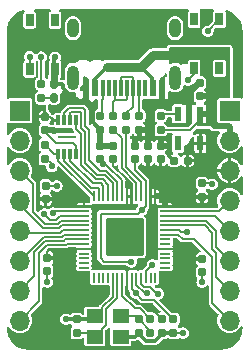
<source format=gbr>
%TF.GenerationSoftware,KiCad,Pcbnew,7.0.6-0*%
%TF.CreationDate,2023-07-21T12:15:06+07:00*%
%TF.ProjectId,RP2040Reference,52503230-3430-4526-9566-6572656e6365,rev?*%
%TF.SameCoordinates,Original*%
%TF.FileFunction,Copper,L1,Top*%
%TF.FilePolarity,Positive*%
%FSLAX46Y46*%
G04 Gerber Fmt 4.6, Leading zero omitted, Abs format (unit mm)*
G04 Created by KiCad (PCBNEW 7.0.6-0) date 2023-07-21 12:15:06*
%MOMM*%
%LPD*%
G01*
G04 APERTURE LIST*
G04 Aperture macros list*
%AMRoundRect*
0 Rectangle with rounded corners*
0 $1 Rounding radius*
0 $2 $3 $4 $5 $6 $7 $8 $9 X,Y pos of 4 corners*
0 Add a 4 corners polygon primitive as box body*
4,1,4,$2,$3,$4,$5,$6,$7,$8,$9,$2,$3,0*
0 Add four circle primitives for the rounded corners*
1,1,$1+$1,$2,$3*
1,1,$1+$1,$4,$5*
1,1,$1+$1,$6,$7*
1,1,$1+$1,$8,$9*
0 Add four rect primitives between the rounded corners*
20,1,$1+$1,$2,$3,$4,$5,0*
20,1,$1+$1,$4,$5,$6,$7,0*
20,1,$1+$1,$6,$7,$8,$9,0*
20,1,$1+$1,$8,$9,$2,$3,0*%
G04 Aperture macros list end*
%TA.AperFunction,ComponentPad*%
%ADD10R,1.700000X1.700000*%
%TD*%
%TA.AperFunction,ComponentPad*%
%ADD11O,1.700000X1.700000*%
%TD*%
%TA.AperFunction,SMDPad,CuDef*%
%ADD12RoundRect,0.155000X0.155000X-0.212500X0.155000X0.212500X-0.155000X0.212500X-0.155000X-0.212500X0*%
%TD*%
%TA.AperFunction,SMDPad,CuDef*%
%ADD13RoundRect,0.155000X-0.155000X0.212500X-0.155000X-0.212500X0.155000X-0.212500X0.155000X0.212500X0*%
%TD*%
%TA.AperFunction,SMDPad,CuDef*%
%ADD14RoundRect,0.160000X-0.160000X0.197500X-0.160000X-0.197500X0.160000X-0.197500X0.160000X0.197500X0*%
%TD*%
%TA.AperFunction,SMDPad,CuDef*%
%ADD15R,0.600000X1.450000*%
%TD*%
%TA.AperFunction,SMDPad,CuDef*%
%ADD16R,0.300000X1.450000*%
%TD*%
%TA.AperFunction,ComponentPad*%
%ADD17O,1.000000X2.100000*%
%TD*%
%TA.AperFunction,ComponentPad*%
%ADD18O,1.000000X1.600000*%
%TD*%
%TA.AperFunction,SMDPad,CuDef*%
%ADD19RoundRect,0.155000X0.212500X0.155000X-0.212500X0.155000X-0.212500X-0.155000X0.212500X-0.155000X0*%
%TD*%
%TA.AperFunction,SMDPad,CuDef*%
%ADD20RoundRect,0.050000X-0.387500X-0.050000X0.387500X-0.050000X0.387500X0.050000X-0.387500X0.050000X0*%
%TD*%
%TA.AperFunction,SMDPad,CuDef*%
%ADD21RoundRect,0.050000X-0.050000X-0.387500X0.050000X-0.387500X0.050000X0.387500X-0.050000X0.387500X0*%
%TD*%
%TA.AperFunction,ComponentPad*%
%ADD22C,0.600000*%
%TD*%
%TA.AperFunction,SMDPad,CuDef*%
%ADD23RoundRect,0.144000X-1.456000X-1.456000X1.456000X-1.456000X1.456000X1.456000X-1.456000X1.456000X0*%
%TD*%
%TA.AperFunction,SMDPad,CuDef*%
%ADD24R,0.650000X1.050000*%
%TD*%
%TA.AperFunction,SMDPad,CuDef*%
%ADD25R,1.400000X1.200000*%
%TD*%
%TA.AperFunction,SMDPad,CuDef*%
%ADD26R,0.300000X0.900000*%
%TD*%
%TA.AperFunction,SMDPad,CuDef*%
%ADD27R,1.650000X0.250000*%
%TD*%
%TA.AperFunction,SMDPad,CuDef*%
%ADD28R,0.600000X1.200000*%
%TD*%
%TA.AperFunction,SMDPad,CuDef*%
%ADD29RoundRect,0.160000X0.160000X-0.197500X0.160000X0.197500X-0.160000X0.197500X-0.160000X-0.197500X0*%
%TD*%
%TA.AperFunction,SMDPad,CuDef*%
%ADD30RoundRect,0.160000X-0.160000X0.222500X-0.160000X-0.222500X0.160000X-0.222500X0.160000X0.222500X0*%
%TD*%
%TA.AperFunction,ViaPad*%
%ADD31C,0.560000*%
%TD*%
%TA.AperFunction,Conductor*%
%ADD32C,0.150000*%
%TD*%
%TA.AperFunction,Conductor*%
%ADD33C,0.200000*%
%TD*%
%TA.AperFunction,Conductor*%
%ADD34C,0.300000*%
%TD*%
%TA.AperFunction,Conductor*%
%ADD35C,0.500000*%
%TD*%
%TA.AperFunction,Conductor*%
%ADD36C,0.800000*%
%TD*%
G04 APERTURE END LIST*
D10*
%TO.P,J4,1,Pin_1*%
%TO.N,GND*%
X109930000Y-63327500D03*
D11*
%TO.P,J4,2,Pin_2*%
%TO.N,VBUS*%
X109930000Y-65867500D03*
%TO.P,J4,3,Pin_3*%
%TO.N,+3.3V*%
X109930000Y-68407500D03*
%TO.P,J4,4,Pin_4*%
%TO.N,/ADC3*%
X109930000Y-70947500D03*
%TO.P,J4,5,Pin_5*%
%TO.N,/ADC2*%
X109930000Y-73487500D03*
%TO.P,J4,6,Pin_6*%
%TO.N,/ADC1*%
X109930000Y-76027500D03*
%TO.P,J4,7,Pin_7*%
%TO.N,/ADC0*%
X109930000Y-78567500D03*
%TO.P,J4,8,Pin_8*%
%TO.N,/GP24*%
X109930000Y-81107500D03*
%TD*%
D12*
%TO.P,C13,1*%
%TO.N,+3.3V*%
X103000000Y-67435000D03*
%TO.P,C13,2*%
%TO.N,GND*%
X103000000Y-66300000D03*
%TD*%
D13*
%TO.P,C14,1*%
%TO.N,+3.3V*%
X94500000Y-75800000D03*
%TO.P,C14,2*%
%TO.N,GND*%
X94500000Y-76935000D03*
%TD*%
D14*
%TO.P,R4,1*%
%TO.N,/XOUT*%
X103210000Y-80970000D03*
%TO.P,R4,2*%
%TO.N,Net-(C3-Pad1)*%
X103210000Y-82165000D03*
%TD*%
%TO.P,R7,1*%
%TO.N,/USB_D-*%
X101200000Y-63770000D03*
%TO.P,R7,2*%
%TO.N,/USB_CHIP_D-*%
X101200000Y-64965000D03*
%TD*%
D12*
%TO.P,C11,1*%
%TO.N,+3.3V*%
X100100000Y-67435000D03*
%TO.P,C11,2*%
%TO.N,GND*%
X100100000Y-66300000D03*
%TD*%
D10*
%TO.P,J1,1,Pin_1*%
%TO.N,/GP0*%
X92170000Y-63327500D03*
D11*
%TO.P,J1,2,Pin_2*%
%TO.N,/GP1*%
X92170000Y-65867500D03*
%TO.P,J1,3,Pin_3*%
%TO.N,/GP2*%
X92170000Y-68407500D03*
%TO.P,J1,4,Pin_4*%
%TO.N,/GP3*%
X92170000Y-70947500D03*
%TO.P,J1,5,Pin_5*%
%TO.N,/GP4*%
X92170000Y-73487500D03*
%TO.P,J1,6,Pin_6*%
%TO.N,/GP5*%
X92170000Y-76027500D03*
%TO.P,J1,7,Pin_7*%
%TO.N,/GP6*%
X92170000Y-78567500D03*
%TO.P,J1,8,Pin_8*%
%TO.N,/GP7*%
X92170000Y-81107500D03*
%TD*%
D12*
%TO.P,C10,1*%
%TO.N,+3.3V*%
X104100000Y-67435000D03*
%TO.P,C10,2*%
%TO.N,GND*%
X104100000Y-66300000D03*
%TD*%
D15*
%TO.P,J2,A1,GND*%
%TO.N,GND*%
X104250000Y-61452500D03*
%TO.P,J2,A4,VBUS*%
%TO.N,VBUS*%
X103450000Y-61452500D03*
D16*
%TO.P,J2,A5,CC1*%
%TO.N,Net-(J2-CC1)*%
X102250000Y-61452500D03*
%TO.P,J2,A6,D+*%
%TO.N,/USB_D+*%
X101250000Y-61452500D03*
%TO.P,J2,A7,D-*%
%TO.N,/USB_D-*%
X100750000Y-61452500D03*
%TO.P,J2,A8,SBU1*%
%TO.N,unconnected-(J2-SBU1-PadA8)*%
X99750000Y-61452500D03*
D15*
%TO.P,J2,A9,VBUS*%
%TO.N,VBUS*%
X98550000Y-61452500D03*
%TO.P,J2,A12,GND*%
%TO.N,GND*%
X97750000Y-61452500D03*
%TO.P,J2,B1,GND*%
X97750000Y-61452500D03*
%TO.P,J2,B4,VBUS*%
%TO.N,VBUS*%
X98550000Y-61452500D03*
D16*
%TO.P,J2,B5,CC2*%
%TO.N,Net-(J2-CC2)*%
X99250000Y-61452500D03*
%TO.P,J2,B6,D+*%
%TO.N,/USB_D+*%
X100250000Y-61452500D03*
%TO.P,J2,B7,D-*%
%TO.N,/USB_D-*%
X101750000Y-61452500D03*
%TO.P,J2,B8,SBU2*%
%TO.N,unconnected-(J2-SBU2-PadB8)*%
X102750000Y-61452500D03*
D15*
%TO.P,J2,B9,VBUS*%
%TO.N,VBUS*%
X103450000Y-61452500D03*
%TO.P,J2,B12,GND*%
%TO.N,GND*%
X104250000Y-61452500D03*
D17*
%TO.P,J2,S1,SHIELD*%
%TO.N,unconnected-(J2-SHIELD-PadS1)*%
X105320000Y-60537500D03*
D18*
X105320000Y-56357500D03*
D17*
X96680000Y-60537500D03*
D18*
X96680000Y-56357500D03*
%TD*%
D19*
%TO.P,C5,1*%
%TO.N,+3.3V*%
X106367500Y-67567500D03*
%TO.P,C5,2*%
%TO.N,GND*%
X105232500Y-67567500D03*
%TD*%
D12*
%TO.P,C6,1*%
%TO.N,+1V1*%
X99000000Y-67435000D03*
%TO.P,C6,2*%
%TO.N,GND*%
X99000000Y-66300000D03*
%TD*%
%TO.P,C12,1*%
%TO.N,+3.3V*%
X107600000Y-70635000D03*
%TO.P,C12,2*%
%TO.N,GND*%
X107600000Y-69500000D03*
%TD*%
D13*
%TO.P,C17,1*%
%TO.N,+3.3V*%
X94289750Y-63850000D03*
%TO.P,C17,2*%
%TO.N,GND*%
X94289750Y-64985000D03*
%TD*%
%TO.P,C9,1*%
%TO.N,+3.3V*%
X107600000Y-75900000D03*
%TO.P,C9,2*%
%TO.N,GND*%
X107600000Y-77035000D03*
%TD*%
D12*
%TO.P,C1,1*%
%TO.N,/XIN*%
X96980000Y-82135000D03*
%TO.P,C1,2*%
%TO.N,GND*%
X96980000Y-81000000D03*
%TD*%
%TO.P,C15,1*%
%TO.N,+3.3V*%
X94350000Y-70835000D03*
%TO.P,C15,2*%
%TO.N,GND*%
X94350000Y-69700000D03*
%TD*%
D13*
%TO.P,C7,1*%
%TO.N,+1V1*%
X105180000Y-81000000D03*
%TO.P,C7,2*%
%TO.N,GND*%
X105180000Y-82135000D03*
%TD*%
D20*
%TO.P,U3,1,IOVDD*%
%TO.N,+3.3V*%
X97602250Y-71442500D03*
%TO.P,U3,2,GPIO0*%
%TO.N,/GP0*%
X97602250Y-71842500D03*
%TO.P,U3,3,GPIO1*%
%TO.N,/GP1*%
X97602250Y-72242500D03*
%TO.P,U3,4,GPIO2*%
%TO.N,/GP2*%
X97602250Y-72642500D03*
%TO.P,U3,5,GPIO3*%
%TO.N,/GP3*%
X97602250Y-73042500D03*
%TO.P,U3,6,GPIO4*%
%TO.N,/GP4*%
X97602250Y-73442500D03*
%TO.P,U3,7,GPIO5*%
%TO.N,/GP5*%
X97602250Y-73842500D03*
%TO.P,U3,8,GPIO6*%
%TO.N,/GP6*%
X97602250Y-74242500D03*
%TO.P,U3,9,GPIO7*%
%TO.N,/GP7*%
X97602250Y-74642500D03*
%TO.P,U3,10,IOVDD*%
%TO.N,+3.3V*%
X97602250Y-75042500D03*
%TO.P,U3,11,GPIO8*%
%TO.N,unconnected-(U3-GPIO8-Pad11)*%
X97602250Y-75442500D03*
%TO.P,U3,12,GPIO9*%
%TO.N,unconnected-(U3-GPIO9-Pad12)*%
X97602250Y-75842500D03*
%TO.P,U3,13,GPIO10*%
%TO.N,unconnected-(U3-GPIO10-Pad13)*%
X97602250Y-76242500D03*
%TO.P,U3,14,GPIO11*%
%TO.N,unconnected-(U3-GPIO11-Pad14)*%
X97602250Y-76642500D03*
D21*
%TO.P,U3,15,GPIO12*%
%TO.N,unconnected-(U3-GPIO12-Pad15)*%
X98439750Y-77480000D03*
%TO.P,U3,16,GPIO13*%
%TO.N,unconnected-(U3-GPIO13-Pad16)*%
X98839750Y-77480000D03*
%TO.P,U3,17,GPIO14*%
%TO.N,unconnected-(U3-GPIO14-Pad17)*%
X99239750Y-77480000D03*
%TO.P,U3,18,GPIO15*%
%TO.N,unconnected-(U3-GPIO15-Pad18)*%
X99639750Y-77480000D03*
%TO.P,U3,19,TESTEN*%
%TO.N,GND*%
X100039750Y-77480000D03*
%TO.P,U3,20,XIN*%
%TO.N,/XIN*%
X100439750Y-77480000D03*
%TO.P,U3,21,XOUT*%
%TO.N,/XOUT*%
X100839750Y-77480000D03*
%TO.P,U3,22,IOVDD*%
%TO.N,+3.3V*%
X101239750Y-77480000D03*
%TO.P,U3,23,DVDD*%
%TO.N,+1V1*%
X101639750Y-77480000D03*
%TO.P,U3,24,SWCLK*%
%TO.N,/SWCLK*%
X102039750Y-77480000D03*
%TO.P,U3,25,SWD*%
%TO.N,/SWD*%
X102439750Y-77480000D03*
%TO.P,U3,26,RUN*%
%TO.N,/RUN*%
X102839750Y-77480000D03*
%TO.P,U3,27,GPIO16*%
%TO.N,unconnected-(U3-GPIO16-Pad27)*%
X103239750Y-77480000D03*
%TO.P,U3,28,GPIO17*%
%TO.N,unconnected-(U3-GPIO17-Pad28)*%
X103639750Y-77480000D03*
D20*
%TO.P,U3,29,GPIO18*%
%TO.N,unconnected-(U3-GPIO18-Pad29)*%
X104477250Y-76642500D03*
%TO.P,U3,30,GPIO19*%
%TO.N,unconnected-(U3-GPIO19-Pad30)*%
X104477250Y-76242500D03*
%TO.P,U3,31,GPIO20*%
%TO.N,unconnected-(U3-GPIO20-Pad31)*%
X104477250Y-75842500D03*
%TO.P,U3,32,GPIO21*%
%TO.N,unconnected-(U3-GPIO21-Pad32)*%
X104477250Y-75442500D03*
%TO.P,U3,33,IOVDD*%
%TO.N,+3.3V*%
X104477250Y-75042500D03*
%TO.P,U3,34,GPIO22*%
%TO.N,unconnected-(U3-GPIO22-Pad34)*%
X104477250Y-74642500D03*
%TO.P,U3,35,GPIO23*%
%TO.N,unconnected-(U3-GPIO23-Pad35)*%
X104477250Y-74242500D03*
%TO.P,U3,36,GPIO24*%
%TO.N,/GP24*%
X104477250Y-73842500D03*
%TO.P,U3,37,GPIO25*%
%TO.N,/GP25_LED*%
X104477250Y-73442500D03*
%TO.P,U3,38,GPIO26_ADC0*%
%TO.N,/ADC0*%
X104477250Y-73042500D03*
%TO.P,U3,39,GPIO27_ADC1*%
%TO.N,/ADC1*%
X104477250Y-72642500D03*
%TO.P,U3,40,GPIO28_ADC2*%
%TO.N,/ADC2*%
X104477250Y-72242500D03*
%TO.P,U3,41,GPIO29_ADC3*%
%TO.N,/ADC3*%
X104477250Y-71842500D03*
%TO.P,U3,42,IOVDD*%
%TO.N,+3.3V*%
X104477250Y-71442500D03*
D21*
%TO.P,U3,43,ADC_AVDD*%
X103639750Y-70605000D03*
%TO.P,U3,44,VREG_IN*%
X103239750Y-70605000D03*
%TO.P,U3,45,VREG_VOUT*%
%TO.N,+1V1*%
X102839750Y-70605000D03*
%TO.P,U3,46,USB_DM*%
%TO.N,/USB_CHIP_D-*%
X102439750Y-70605000D03*
%TO.P,U3,47,USB_DP*%
%TO.N,/USB_CHIP_D+*%
X102039750Y-70605000D03*
%TO.P,U3,48,USB_VDD*%
%TO.N,+3.3V*%
X101639750Y-70605000D03*
%TO.P,U3,49,IOVDD*%
X101239750Y-70605000D03*
%TO.P,U3,50,DVDD*%
%TO.N,+1V1*%
X100839750Y-70605000D03*
%TO.P,U3,51,QSPI_SD3*%
%TO.N,/QSPI_SD3*%
X100439750Y-70605000D03*
%TO.P,U3,52,QSPI_SCLK*%
%TO.N,/QSPI_SCLK*%
X100039750Y-70605000D03*
%TO.P,U3,53,QSPI_SD0*%
%TO.N,/QSPI_SD0*%
X99639750Y-70605000D03*
%TO.P,U3,54,QSPI_SD2*%
%TO.N,/QSPI_SD2*%
X99239750Y-70605000D03*
%TO.P,U3,55,QSPI_SD1*%
%TO.N,/QSPI_SD1*%
X98839750Y-70605000D03*
%TO.P,U3,56,QSPI_SS*%
%TO.N,/SQPI_SS*%
X98439750Y-70605000D03*
D22*
%TO.P,U3,57,GND*%
%TO.N,GND*%
X99764750Y-72767500D03*
X99764750Y-74042500D03*
X99764750Y-75317500D03*
X101039750Y-72767500D03*
X101039750Y-74042500D03*
D23*
X101039750Y-74042500D03*
D22*
X101039750Y-75317500D03*
X102314750Y-72767500D03*
X102314750Y-74042500D03*
X102314750Y-75317500D03*
%TD*%
D24*
%TO.P,SW2,1,1*%
%TO.N,/USB_BOOT*%
X93000000Y-59817500D03*
%TO.P,SW2,2,2*%
X93000000Y-55667500D03*
%TO.P,SW2,3,3*%
%TO.N,GND*%
X95150000Y-59817500D03*
%TO.P,SW2,4,4*%
X95150000Y-55667500D03*
%TD*%
D13*
%TO.P,C3,1*%
%TO.N,Net-(C3-Pad1)*%
X102220000Y-81000000D03*
%TO.P,C3,2*%
%TO.N,GND*%
X102220000Y-82135000D03*
%TD*%
D25*
%TO.P,Y1,1,1*%
%TO.N,/XIN*%
X98500000Y-82467500D03*
%TO.P,Y1,2,2*%
%TO.N,GND*%
X100700000Y-82467500D03*
%TO.P,Y1,3,3*%
%TO.N,Net-(C3-Pad1)*%
X100700000Y-80767500D03*
%TO.P,Y1,4,4*%
%TO.N,GND*%
X98500000Y-80767500D03*
%TD*%
D13*
%TO.P,C16,1*%
%TO.N,+3.3V*%
X104200000Y-81000000D03*
%TO.P,C16,2*%
%TO.N,GND*%
X104200000Y-82135000D03*
%TD*%
D26*
%TO.P,IC1,1,~{CS}*%
%TO.N,/SQPI_SS*%
X95439750Y-66967500D03*
%TO.P,IC1,2,DO(IO1)*%
%TO.N,/QSPI_SD1*%
X95939750Y-66967500D03*
%TO.P,IC1,3,IO2*%
%TO.N,/QSPI_SD2*%
X96439750Y-66967500D03*
%TO.P,IC1,4,GND*%
%TO.N,GND*%
X96939750Y-66967500D03*
%TO.P,IC1,5,DI(IO0)*%
%TO.N,/QSPI_SD0*%
X96939750Y-64167500D03*
%TO.P,IC1,6,CLK*%
%TO.N,/QSPI_SCLK*%
X96439750Y-64167500D03*
%TO.P,IC1,7,IO3*%
%TO.N,/QSPI_SD3*%
X95939750Y-64167500D03*
%TO.P,IC1,8,VCC*%
%TO.N,+3.3V*%
X95439750Y-64167500D03*
D27*
%TO.P,IC1,9,EP*%
%TO.N,unconnected-(IC1-EP-Pad9)*%
X96189750Y-65567500D03*
%TD*%
D28*
%TO.P,IC2,1,VIN*%
%TO.N,VBUS*%
X107450000Y-63617500D03*
%TO.P,IC2,2,GND*%
%TO.N,GND*%
X106500000Y-63617500D03*
%TO.P,IC2,3,EN*%
%TO.N,Net-(IC2-EN)*%
X105550000Y-63617500D03*
%TO.P,IC2,4,ADJ/NC*%
%TO.N,unconnected-(IC2-ADJ{slash}NC-Pad4)*%
X105550000Y-66117500D03*
%TO.P,IC2,5,VOUT*%
%TO.N,+3.3V*%
X107450000Y-66117500D03*
%TD*%
D14*
%TO.P,R3,1*%
%TO.N,Net-(J2-CC2)*%
X99000000Y-63770000D03*
%TO.P,R3,2*%
%TO.N,GND*%
X99000000Y-64965000D03*
%TD*%
D12*
%TO.P,C8,1*%
%TO.N,+1V1*%
X101900000Y-67435000D03*
%TO.P,C8,2*%
%TO.N,GND*%
X101900000Y-66300000D03*
%TD*%
D29*
%TO.P,R1,1*%
%TO.N,/USB_BOOT*%
X94277250Y-67415000D03*
%TO.P,R1,2*%
%TO.N,/SQPI_SS*%
X94277250Y-66220000D03*
%TD*%
%TO.P,R9,1*%
%TO.N,VBUS*%
X104100000Y-64965000D03*
%TO.P,R9,2*%
%TO.N,Net-(IC2-EN)*%
X104100000Y-63770000D03*
%TD*%
D14*
%TO.P,R8,2*%
%TO.N,Net-(D3-A)*%
X94000000Y-62265000D03*
%TO.P,R8,1*%
%TO.N,/GP25_LED*%
X94000000Y-61070000D03*
%TD*%
D24*
%TO.P,SW1,1,1*%
%TO.N,/RUN*%
X106925000Y-59742500D03*
%TO.P,SW1,2,2*%
X106925000Y-55592500D03*
%TO.P,SW1,3,3*%
%TO.N,GND*%
X109075000Y-59742500D03*
%TO.P,SW1,4,4*%
X109075000Y-55592500D03*
%TD*%
D30*
%TO.P,D3,2,A*%
%TO.N,Net-(D3-A)*%
X95050000Y-62240000D03*
%TO.P,D3,1,K*%
%TO.N,GND*%
X95050000Y-61095000D03*
%TD*%
D12*
%TO.P,C2,1*%
%TO.N,VBUS*%
X107400000Y-62135000D03*
%TO.P,C2,2*%
%TO.N,GND*%
X107400000Y-61000000D03*
%TD*%
D14*
%TO.P,R2,1*%
%TO.N,Net-(J2-CC1)*%
X102300000Y-63770000D03*
%TO.P,R2,2*%
%TO.N,GND*%
X102300000Y-64965000D03*
%TD*%
%TO.P,R6,1*%
%TO.N,/USB_D+*%
X100100000Y-63770000D03*
%TO.P,R6,2*%
%TO.N,/USB_CHIP_D+*%
X100100000Y-64965000D03*
%TD*%
D31*
%TO.N,GND*%
X98330000Y-63057500D03*
X96900000Y-62417500D03*
X96000000Y-62417500D03*
X104300000Y-62817500D03*
X105250000Y-62167500D03*
X106450000Y-62167500D03*
X103250000Y-64217500D03*
X94500000Y-77867500D03*
X103250000Y-63217500D03*
X108100000Y-56617500D03*
X107600000Y-77867500D03*
X95150000Y-58817500D03*
X103250000Y-65217500D03*
X108454500Y-69567500D03*
X96067500Y-81000000D03*
X95300000Y-69717500D03*
X106000000Y-82167500D03*
X95031750Y-65098140D03*
%TO.N,/USB_BOOT*%
X93000000Y-58767500D03*
X94877250Y-68067500D03*
%TO.N,+1V1*%
X101975487Y-78792013D03*
X101614750Y-76142000D03*
X99197209Y-67898355D03*
X102510250Y-71742500D03*
%TO.N,/SWCLK*%
X102961791Y-78813474D03*
%TO.N,/SWD*%
X103900000Y-78837120D03*
%TO.N,/RUN*%
X106400000Y-60767500D03*
X103385051Y-76387447D03*
%TO.N,/GP0*%
X95000000Y-72007000D03*
%TO.N,/GP1*%
X94244330Y-72083197D03*
%TO.N,/GP25_LED*%
X106350000Y-73597000D03*
X94000000Y-58800000D03*
%TD*%
D32*
%TO.N,/GP25_LED*%
X94000000Y-58800000D02*
X94000000Y-61070000D01*
X106350000Y-73597000D02*
X106347000Y-73600000D01*
X106347000Y-73600000D02*
X105842586Y-73600000D01*
X105842586Y-73600000D02*
X105685086Y-73442500D01*
X105685086Y-73442500D02*
X104477250Y-73442500D01*
%TO.N,/USB_BOOT*%
X94877250Y-68067500D02*
X94877250Y-67892250D01*
X94877250Y-67892250D02*
X94400000Y-67415000D01*
D33*
%TO.N,+3.3V*%
X104477250Y-75042500D02*
X106175000Y-75042500D01*
X106175000Y-75042500D02*
X107032500Y-75900000D01*
X107032500Y-75900000D02*
X107600000Y-75900000D01*
D34*
%TO.N,GND*%
X96067500Y-81000000D02*
X96980000Y-81000000D01*
D35*
%TO.N,VBUS*%
X107450000Y-63617500D02*
X108300000Y-63617500D01*
X108630000Y-63947500D02*
X108630000Y-64627500D01*
X108300000Y-63617500D02*
X108630000Y-63947500D01*
X109810000Y-64627500D02*
X109930000Y-64747500D01*
X108630000Y-64627500D02*
X109810000Y-64627500D01*
X109930000Y-64747500D02*
X109930000Y-65867500D01*
D34*
%TO.N,GND*%
X98330000Y-63057500D02*
X98290000Y-63057500D01*
D35*
X98290000Y-63057500D02*
X97650000Y-62417500D01*
D34*
X97750000Y-62477500D02*
X97750000Y-61452500D01*
X98330000Y-63057500D02*
X98330000Y-64295000D01*
X98330000Y-64295000D02*
X99000000Y-64965000D01*
D35*
X97650000Y-62417500D02*
X97500000Y-62567500D01*
X97500000Y-62567500D02*
X96150000Y-62567500D01*
X96150000Y-62567500D02*
X96000000Y-62417500D01*
D34*
X96000000Y-62417500D02*
X96000000Y-61609582D01*
X95830000Y-61439582D02*
X95830000Y-61147500D01*
X95830000Y-61147500D02*
X95777500Y-61095000D01*
X96000000Y-61609582D02*
X95830000Y-61439582D01*
X95777500Y-61095000D02*
X95050000Y-61095000D01*
D32*
%TO.N,+3.3V*%
X94350000Y-70835000D02*
X94367500Y-70817500D01*
X97602250Y-71069750D02*
X97602250Y-71442500D01*
X94367500Y-70817500D02*
X97350000Y-70817500D01*
X97350000Y-70817500D02*
X97602250Y-71069750D01*
%TO.N,GND*%
X94350000Y-69700000D02*
X95282500Y-69700000D01*
X95282500Y-69700000D02*
X95300000Y-69717500D01*
D34*
X95050000Y-61095000D02*
X95050000Y-58917500D01*
X95050000Y-58917500D02*
X95150000Y-58817500D01*
D32*
%TO.N,/QSPI_SD3*%
X95939750Y-64167500D02*
X95939750Y-63522526D01*
X95939750Y-63522526D02*
X96369776Y-63092500D01*
X98966820Y-68452855D02*
X99485355Y-68452855D01*
X96369776Y-63092500D02*
X97509725Y-63092500D01*
X97509725Y-63092500D02*
X97714750Y-63297525D01*
X97714750Y-63297525D02*
X97714750Y-64642301D01*
X97714750Y-64642301D02*
X98064750Y-64992300D01*
X99485355Y-68452855D02*
X100439750Y-69407250D01*
X98064750Y-64992300D02*
X98064750Y-67550785D01*
X98064750Y-67550785D02*
X98966820Y-68452855D01*
X100439750Y-69407250D02*
X100439750Y-70605000D01*
%TO.N,/QSPI_SCLK*%
X100039750Y-70605000D02*
X100039750Y-69502224D01*
X96514750Y-63442500D02*
X96439750Y-63517500D01*
X100039750Y-69502224D02*
X99340381Y-68802855D01*
X99340381Y-68802855D02*
X98740381Y-68802855D01*
X98740381Y-68802855D02*
X97714750Y-67777224D01*
X97714750Y-67777224D02*
X97714750Y-65137275D01*
X97714750Y-65137275D02*
X97364750Y-64787276D01*
X97364750Y-64787276D02*
X97364750Y-63442500D01*
X96439750Y-63517500D02*
X96439750Y-64167500D01*
X97364750Y-63442500D02*
X96514750Y-63442500D01*
%TO.N,/SQPI_SS*%
X95439750Y-66967500D02*
X95439750Y-67605000D01*
X95439750Y-67605000D02*
X98439750Y-70605000D01*
%TO.N,/QSPI_SD1*%
X95939750Y-66967500D02*
X95939750Y-67577119D01*
X98215486Y-69852855D02*
X98839750Y-69852855D01*
X95939750Y-67577119D02*
X98215486Y-69852855D01*
%TO.N,/QSPI_SD2*%
X96439750Y-66967500D02*
X96439750Y-67567500D01*
X96439750Y-67567500D02*
X98375105Y-69502855D01*
X98375105Y-69502855D02*
X99050433Y-69502855D01*
%TO.N,/QSPI_SD0*%
X96939750Y-64167500D02*
X96939750Y-64857250D01*
X96939750Y-64857250D02*
X97364750Y-65282250D01*
X99195407Y-69152855D02*
X99639750Y-69597198D01*
X97364750Y-65282250D02*
X97364750Y-67922198D01*
X98595407Y-69152855D02*
X99195407Y-69152855D01*
X97364750Y-67922198D02*
X98595407Y-69152855D01*
X99639750Y-69597198D02*
X99639750Y-70605000D01*
%TO.N,GND*%
X95050000Y-59917500D02*
X95150000Y-59817500D01*
%TO.N,Net-(D3-A)*%
X94000000Y-62265000D02*
X95025000Y-62265000D01*
X95025000Y-62265000D02*
X95050000Y-62240000D01*
D35*
%TO.N,GND*%
X100000000Y-66300000D02*
X99000000Y-66300000D01*
X99000000Y-66300000D02*
X99000000Y-64965000D01*
D32*
%TO.N,+1V1*%
X99197209Y-67898355D02*
X99000000Y-67701146D01*
X99000000Y-67701146D02*
X99000000Y-67435000D01*
%TO.N,+3.3V*%
X100100000Y-68012672D02*
X100100000Y-67435000D01*
X100100000Y-68012672D02*
X101239750Y-69152422D01*
%TO.N,/USB_CHIP_D+*%
X100100000Y-64965000D02*
X100800000Y-65665000D01*
X100800000Y-65665000D02*
X100800000Y-68217698D01*
X102039750Y-69457448D02*
X102039750Y-70605000D01*
X100800000Y-68217698D02*
X102039750Y-69457448D01*
%TO.N,/USB_CHIP_D-*%
X101200000Y-64965000D02*
X101200000Y-68122724D01*
X101200000Y-68122724D02*
X102439750Y-69362474D01*
%TO.N,+1V1*%
X99000000Y-67435000D02*
X99024388Y-67435000D01*
X100839750Y-69247396D02*
X100839750Y-70605000D01*
X99024388Y-67435000D02*
X99666888Y-68077500D01*
X99666888Y-68077500D02*
X99669854Y-68077500D01*
X99669854Y-68077500D02*
X100839750Y-69247396D01*
D34*
%TO.N,GND*%
X104100000Y-66300000D02*
X104832500Y-66300000D01*
X104832500Y-67167500D02*
X105232500Y-67567500D01*
X104832500Y-66300000D02*
X104832500Y-67167500D01*
D33*
%TO.N,+3.3V*%
X104100000Y-67435000D02*
X104100000Y-68607250D01*
X103639750Y-69067500D02*
X103639750Y-70605000D01*
X104100000Y-68607250D02*
X103639750Y-69067500D01*
X103000000Y-67435000D02*
X103000000Y-68827750D01*
X103239750Y-69067500D02*
X103239750Y-70605000D01*
X103000000Y-68827750D02*
X103239750Y-69067500D01*
D32*
%TO.N,+1V1*%
X101900000Y-67435000D02*
X101900000Y-68327750D01*
X101900000Y-68327750D02*
X102839750Y-69267500D01*
X102839750Y-69267500D02*
X102839750Y-70605000D01*
%TO.N,/GP24*%
X104477250Y-73842500D02*
X105590111Y-73842500D01*
X105590111Y-73842500D02*
X105970111Y-74222500D01*
X108455000Y-75772500D02*
X108455000Y-79632500D01*
X105970111Y-74222500D02*
X106905000Y-74222500D01*
X106905000Y-74222500D02*
X108455000Y-75772500D01*
X108455000Y-79632500D02*
X109930000Y-81107500D01*
%TO.N,/ADC0*%
X104477250Y-73042500D02*
X107830026Y-73042500D01*
X107830026Y-73042500D02*
X108455000Y-73667474D01*
X108455000Y-73667474D02*
X108455000Y-75047474D01*
X108455000Y-75047474D02*
X108805000Y-75397474D01*
X108805000Y-77442500D02*
X109930000Y-78567500D01*
X108805000Y-75397474D02*
X108805000Y-77442500D01*
%TO.N,/ADC1*%
X104477250Y-72642500D02*
X107925000Y-72642500D01*
X107925000Y-72642500D02*
X108805000Y-73522500D01*
X108805000Y-73522500D02*
X108805000Y-74902500D01*
X108805000Y-74902500D02*
X109930000Y-76027500D01*
%TO.N,/ADC2*%
X104477250Y-72242500D02*
X108685000Y-72242500D01*
X108685000Y-72242500D02*
X109930000Y-73487500D01*
%TO.N,/ADC3*%
X104477250Y-71842500D02*
X109035000Y-71842500D01*
X109035000Y-71842500D02*
X109930000Y-70947500D01*
D33*
%TO.N,+3.3V*%
X104477250Y-71442500D02*
X106075000Y-71442500D01*
X106075000Y-71442500D02*
X106882500Y-70635000D01*
X106882500Y-70635000D02*
X107600000Y-70635000D01*
D32*
%TO.N,GND*%
X96689750Y-66067500D02*
X96939750Y-66317500D01*
X94289750Y-65107250D02*
X95250000Y-66067500D01*
X95250000Y-66067500D02*
X96689750Y-66067500D01*
X96939750Y-66317500D02*
X96939750Y-66967500D01*
X108100000Y-56567500D02*
X109075000Y-55592500D01*
X108100000Y-56617500D02*
X108100000Y-56567500D01*
D35*
X99000000Y-64965000D02*
X98974830Y-64965000D01*
D32*
X94304377Y-65049627D02*
X95089845Y-65049627D01*
D35*
X104010000Y-62817500D02*
X104250000Y-62577500D01*
X104300000Y-62817500D02*
X104010000Y-62817500D01*
X104300000Y-62527500D02*
X104300000Y-62817500D01*
X106500000Y-62217500D02*
X106500000Y-63617500D01*
X106450000Y-62167500D02*
X106500000Y-62217500D01*
X106500000Y-62117500D02*
X106450000Y-62167500D01*
D32*
%TO.N,/XIN*%
X100439750Y-79177750D02*
X99475000Y-80142500D01*
D33*
X98167500Y-82135000D02*
X98500000Y-82467500D01*
D32*
X99475000Y-81492500D02*
X98500000Y-82467500D01*
D33*
X96980000Y-82135000D02*
X98167500Y-82135000D01*
D32*
X100439750Y-77480000D02*
X100439750Y-79177750D01*
X99475000Y-80142500D02*
X99475000Y-81492500D01*
%TO.N,GND*%
X99125000Y-80142500D02*
X98500000Y-80767500D01*
D35*
X103250000Y-64217500D02*
X103250000Y-65217500D01*
D32*
X105212500Y-82167500D02*
X105180000Y-82135000D01*
D35*
X104200000Y-62627500D02*
X104300000Y-62527500D01*
D34*
X98500000Y-80767500D02*
X98600000Y-80767500D01*
X98267500Y-81000000D02*
X98500000Y-80767500D01*
D32*
X106000000Y-82167500D02*
X105212500Y-82167500D01*
X94500000Y-76935000D02*
X94500000Y-77867500D01*
D34*
X101887500Y-82467500D02*
X102220000Y-82135000D01*
X103581249Y-82872500D02*
X104200000Y-82253749D01*
X102220000Y-82135000D02*
X102220000Y-82253749D01*
D35*
X103250000Y-63217500D02*
X103250000Y-64217500D01*
X103250000Y-62817500D02*
X103440000Y-62627500D01*
D34*
X104200000Y-82253749D02*
X104200000Y-82135000D01*
D35*
X103250000Y-65217500D02*
X103000000Y-64967500D01*
X107311901Y-61000000D02*
X106500000Y-61811901D01*
D32*
X100039750Y-77480000D02*
X100039750Y-79082776D01*
D34*
X104200000Y-82135000D02*
X105180000Y-82135000D01*
D35*
X106500000Y-61811901D02*
X106500000Y-62117500D01*
X107400000Y-61000000D02*
X107311901Y-61000000D01*
D32*
X99125000Y-79997526D02*
X99125000Y-80142500D01*
X100039750Y-79082776D02*
X99125000Y-79997526D01*
D35*
X102302500Y-64967500D02*
X102300000Y-64965000D01*
D34*
X102220000Y-82253749D02*
X102838751Y-82872500D01*
D32*
X107600000Y-77035000D02*
X107600000Y-77867500D01*
D34*
X100700000Y-82467500D02*
X101887500Y-82467500D01*
X102838751Y-82872500D02*
X103581249Y-82872500D01*
D35*
X103440000Y-62627500D02*
X104200000Y-62627500D01*
X103250000Y-63217500D02*
X103250000Y-62817500D01*
D34*
X99000000Y-65038383D02*
X99000000Y-64965000D01*
D32*
X107600000Y-69500000D02*
X108387000Y-69500000D01*
D35*
X104250000Y-62577500D02*
X104250000Y-61452500D01*
D34*
X96980000Y-81000000D02*
X98267500Y-81000000D01*
X100300000Y-82467500D02*
X100700000Y-82467500D01*
D35*
X103000000Y-64967500D02*
X102302500Y-64967500D01*
D32*
X108387000Y-69500000D02*
X108454500Y-69567500D01*
%TO.N,VBUS*%
X106602500Y-64965000D02*
X107450000Y-64117500D01*
D36*
X103424695Y-58667500D02*
X104900000Y-58667500D01*
D34*
X103350000Y-60592805D02*
X103350000Y-61452500D01*
X98450000Y-61452500D02*
X98450000Y-60767500D01*
D36*
X102424695Y-59667500D02*
X103424695Y-58667500D01*
D34*
X98450000Y-60767500D02*
X99550000Y-59667500D01*
D32*
X104100000Y-64965000D02*
X106602500Y-64965000D01*
D36*
X99550000Y-59667500D02*
X102424695Y-59667500D01*
D34*
X102424695Y-59667500D02*
X103350000Y-60592805D01*
D32*
X107450000Y-64117500D02*
X107450000Y-63617500D01*
%TO.N,Net-(C3-Pad1)*%
X102220000Y-81000000D02*
X103210000Y-81990000D01*
X100700000Y-80767500D02*
X101987500Y-80767500D01*
X101987500Y-80767500D02*
X102220000Y-81000000D01*
X103210000Y-81990000D02*
X103210000Y-82165000D01*
D34*
%TO.N,+3.3V*%
X98714750Y-71567500D02*
X98514750Y-71767500D01*
D33*
X94675000Y-75092500D02*
X94500000Y-75267500D01*
D32*
X94989750Y-64167500D02*
X95439750Y-64167500D01*
X103639750Y-71292500D02*
X103639750Y-71442500D01*
D33*
X101933989Y-76742000D02*
X101983489Y-76692500D01*
D32*
X104200000Y-80987317D02*
X102930183Y-79717500D01*
D33*
X97602250Y-75042500D02*
X98489750Y-75042500D01*
D32*
X103239750Y-70605000D02*
X103239750Y-71842500D01*
D34*
X99239750Y-76692500D02*
X101055435Y-76692500D01*
D35*
X103239750Y-74967500D02*
X103239750Y-75642500D01*
D33*
X103314750Y-75042500D02*
X103239750Y-74967500D01*
D35*
X104439750Y-70942500D02*
X104439750Y-70867500D01*
D33*
X97602250Y-75042500D02*
X96257500Y-75042500D01*
X94500000Y-75267500D02*
X94500000Y-75800000D01*
D34*
X102206907Y-76709657D02*
X102189750Y-76692500D01*
D33*
X101933489Y-76742500D02*
X101983489Y-76692500D01*
D34*
X98514750Y-71767500D02*
X98514750Y-75067500D01*
D32*
X102050000Y-79717500D02*
X101239750Y-78907250D01*
D35*
X103239750Y-71842500D02*
X103239750Y-74967500D01*
D34*
X103639750Y-71442500D02*
X103239750Y-71842500D01*
D32*
X104200000Y-81000000D02*
X104200000Y-80987317D01*
D33*
X101239750Y-76876815D02*
X101055435Y-76692500D01*
X101104935Y-76742000D02*
X101933989Y-76742000D01*
D34*
X102189750Y-76692500D02*
X101983489Y-76692500D01*
X101239750Y-71567500D02*
X98714750Y-71567500D01*
D35*
X104439750Y-70867500D02*
X104177250Y-70605000D01*
D33*
X101444775Y-76742500D02*
X101933489Y-76742500D01*
D34*
X103239750Y-75642500D02*
X102224065Y-76658185D01*
D33*
X101239750Y-77480000D02*
X101239750Y-76947525D01*
X101239750Y-77480000D02*
X101239750Y-76876815D01*
D35*
X104439750Y-70942500D02*
X104439750Y-71292500D01*
D32*
X94722250Y-63900000D02*
X94989750Y-64167500D01*
D34*
X98514750Y-75967500D02*
X99239750Y-76692500D01*
X98514750Y-75067500D02*
X98514750Y-75967500D01*
X101639750Y-71567500D02*
X101239750Y-71567500D01*
D32*
X101639750Y-70605000D02*
X101639750Y-71567500D01*
D33*
X104477250Y-75042500D02*
X103314750Y-75042500D01*
D32*
X101239750Y-78907250D02*
X101239750Y-77480000D01*
D33*
X96257500Y-75042500D02*
X96207500Y-75092500D01*
D32*
X101639750Y-69552422D02*
X101239750Y-69152422D01*
D34*
X102224065Y-76658185D02*
X102224065Y-76692500D01*
D32*
X101239750Y-70605000D02*
X101239750Y-71567500D01*
D33*
X98589750Y-71442500D02*
X98714750Y-71567500D01*
D34*
X102224065Y-76692500D02*
X102206907Y-76709657D01*
D33*
X101239750Y-76947525D02*
X101444775Y-76742500D01*
X101055435Y-76692500D02*
X101104935Y-76742000D01*
D32*
X102930183Y-79717500D02*
X102050000Y-79717500D01*
D33*
X98489750Y-75042500D02*
X98514750Y-75067500D01*
X96207500Y-75092500D02*
X94675000Y-75092500D01*
X103639750Y-70605000D02*
X103639750Y-71292500D01*
D32*
X94289750Y-63900000D02*
X94722250Y-63900000D01*
X101239750Y-69152422D02*
X101239750Y-70605000D01*
D33*
X103639750Y-71292500D02*
X103789750Y-71442500D01*
X103789750Y-71442500D02*
X104477250Y-71442500D01*
X97602250Y-71442500D02*
X98589750Y-71442500D01*
D35*
X104177250Y-70605000D02*
X103739750Y-70605000D01*
D32*
X101639750Y-70605000D02*
X101639750Y-69552422D01*
%TO.N,/USB_BOOT*%
X93000000Y-58767500D02*
X93000000Y-59817500D01*
%TO.N,+1V1*%
X101975487Y-78792013D02*
X101639750Y-78456276D01*
D33*
X102839750Y-70142196D02*
X102839750Y-71430000D01*
D32*
X102839750Y-71137475D02*
X102839750Y-71413000D01*
X101975487Y-78792013D02*
X102550974Y-79367500D01*
X102839750Y-71413000D02*
X102510250Y-71742500D01*
D33*
X102185250Y-72067500D02*
X102510250Y-71742500D01*
D32*
X102550974Y-79367500D02*
X103547500Y-79367500D01*
D33*
X101614750Y-76142000D02*
X99325646Y-76142000D01*
D32*
X103547500Y-79367500D02*
X105180000Y-81000000D01*
X101639750Y-78456276D02*
X101639750Y-77480000D01*
D33*
X99325646Y-76142000D02*
X99014750Y-75831104D01*
X99014750Y-72067500D02*
X102185250Y-72067500D01*
X102839750Y-71137475D02*
X102839750Y-70605000D01*
X99014750Y-75831104D02*
X99014750Y-72067500D01*
D32*
%TO.N,/USB_D+*%
X100250000Y-64060000D02*
X100100000Y-63910000D01*
X101250000Y-62377500D02*
X101175000Y-62452500D01*
X100325000Y-62452500D02*
X100250000Y-62377500D01*
X101175000Y-62452500D02*
X100325000Y-62452500D01*
X100100000Y-62567500D02*
X100250000Y-62417500D01*
X100250000Y-62377500D02*
X100250000Y-61452500D01*
X101250000Y-61452500D02*
X101250000Y-62377500D01*
X100100000Y-63910000D02*
X100100000Y-62567500D01*
X100250000Y-62417500D02*
X100250000Y-61452500D01*
%TO.N,/USB_D-*%
X100750000Y-60527500D02*
X100825000Y-60452500D01*
X101750000Y-63017500D02*
X101750000Y-61452500D01*
X101200000Y-63567500D02*
X101750000Y-63017500D01*
X100750000Y-61452500D02*
X100750000Y-60527500D01*
X100825000Y-60452500D02*
X101675000Y-60452500D01*
X101200000Y-63770000D02*
X101200000Y-63567500D01*
X101750000Y-60527500D02*
X101750000Y-61452500D01*
X101675000Y-60452500D02*
X101750000Y-60527500D01*
%TO.N,/SQPI_SS*%
X95087250Y-66967500D02*
X94289750Y-66170000D01*
X95439750Y-66967500D02*
X95087250Y-66967500D01*
%TO.N,/QSPI_SD1*%
X98839750Y-69852855D02*
X98839750Y-70605000D01*
%TO.N,/QSPI_SD2*%
X99239750Y-69692172D02*
X99239750Y-70605000D01*
X99050433Y-69502855D02*
X99239750Y-69692172D01*
%TO.N,/SWCLK*%
X102781131Y-78813474D02*
X102039750Y-78072093D01*
X102961791Y-78813474D02*
X102781131Y-78813474D01*
X102039750Y-78072093D02*
X102039750Y-77480000D01*
%TO.N,/SWD*%
X103769620Y-78837120D02*
X103190974Y-78258474D01*
X102439750Y-77977119D02*
X102439750Y-77480000D01*
X103900000Y-78837120D02*
X103769620Y-78837120D01*
X102721105Y-78258474D02*
X102439750Y-77977119D01*
X103190974Y-78258474D02*
X102721105Y-78258474D01*
%TO.N,/RUN*%
X106925000Y-60242500D02*
X106925000Y-59742500D01*
X106400000Y-60767500D02*
X106925000Y-60242500D01*
X107000000Y-55667500D02*
X106925000Y-55592500D01*
X102839750Y-76932748D02*
X102839750Y-77480000D01*
X103385051Y-76387447D02*
X102839750Y-76932748D01*
%TO.N,/XOUT*%
X102307500Y-80067500D02*
X101905026Y-80067500D01*
X100839750Y-79002224D02*
X100839750Y-77480000D01*
X101905026Y-80067500D02*
X100839750Y-79002224D01*
X103210000Y-80970000D02*
X102307500Y-80067500D01*
D33*
%TO.N,Net-(J2-CC1)*%
X102300000Y-63770000D02*
X102250000Y-63720000D01*
X102250000Y-63720000D02*
X102250000Y-61452500D01*
%TO.N,Net-(J2-CC2)*%
X99000000Y-63770000D02*
X99100000Y-63670000D01*
X99100000Y-62477500D02*
X99250000Y-62327500D01*
X99100000Y-63670000D02*
X99100000Y-62477500D01*
X99250000Y-62327500D02*
X99250000Y-61452500D01*
D32*
%TO.N,/ADC3*%
X104477250Y-71842500D02*
X104487250Y-71852500D01*
%TO.N,/GP0*%
X95139500Y-71867500D02*
X97577250Y-71867500D01*
X95000000Y-72007000D02*
X95139500Y-71867500D01*
X97577250Y-71867500D02*
X97602250Y-71842500D01*
X92450000Y-63782526D02*
X92100000Y-63432526D01*
%TO.N,/GP1*%
X95229889Y-72562000D02*
X94723133Y-72562000D01*
X95549389Y-72242500D02*
X95229889Y-72562000D01*
X92450000Y-66452551D02*
X92100000Y-66102550D01*
X92800000Y-66307576D02*
X92450000Y-65957576D01*
X97602250Y-72242500D02*
X95549389Y-72242500D01*
X94723133Y-72562000D02*
X94244330Y-72083197D01*
X97602250Y-72242500D02*
X97577250Y-72267500D01*
%TO.N,/GP2*%
X93300000Y-71923756D02*
X93300000Y-69537500D01*
X95374864Y-72912000D02*
X94288244Y-72912000D01*
X93300000Y-69537500D02*
X92170000Y-68407500D01*
X97602250Y-72642500D02*
X95644363Y-72642500D01*
X94288244Y-72912000D02*
X93300000Y-71923756D01*
X92500000Y-69042552D02*
X92100000Y-68642552D01*
X95644363Y-72642500D02*
X95374864Y-72912000D01*
%TO.N,/GP3*%
X95739339Y-73042500D02*
X95519839Y-73262000D01*
X95519839Y-73262000D02*
X94143270Y-73262000D01*
X97602250Y-73042500D02*
X95739339Y-73042500D01*
X94143270Y-73262000D02*
X92170000Y-71288730D01*
X92170000Y-71288730D02*
X92170000Y-70947500D01*
%TO.N,/GP4*%
X95834314Y-73442500D02*
X95609314Y-73667500D01*
X92350000Y-73667500D02*
X92170000Y-73487500D01*
X95609314Y-73667500D02*
X92350000Y-73667500D01*
X97602250Y-73442500D02*
X95834314Y-73442500D01*
%TO.N,/GP5*%
X94180000Y-74017500D02*
X92170000Y-76027500D01*
X95929289Y-73842500D02*
X95754289Y-74017500D01*
X95754289Y-74017500D02*
X94180000Y-74017500D01*
X97602250Y-73842500D02*
X95929289Y-73842500D01*
%TO.N,/GP6*%
X93400000Y-75292474D02*
X93400000Y-77337500D01*
X97602250Y-74242500D02*
X96025000Y-74242500D01*
X93400000Y-77337500D02*
X92170000Y-78567500D01*
X96025000Y-74242500D02*
X95900000Y-74367500D01*
X94324974Y-74367500D02*
X93400000Y-75292474D01*
X95900000Y-74367500D02*
X94324974Y-74367500D01*
%TO.N,/GP7*%
X97602250Y-74642500D02*
X96127170Y-74642500D01*
X93800000Y-75387448D02*
X93800000Y-79477500D01*
X96127170Y-74642500D02*
X96052170Y-74717500D01*
X93800000Y-79477500D02*
X92170000Y-81107500D01*
X96052170Y-74717500D02*
X94469948Y-74717500D01*
X94469948Y-74717500D02*
X93800000Y-75387448D01*
%TO.N,/USB_CHIP_D-*%
X102439750Y-69362474D02*
X102439750Y-70605000D01*
%TO.N,Net-(IC2-EN)*%
X104252500Y-63617500D02*
X105550000Y-63617500D01*
X104100000Y-63770000D02*
X104252500Y-63617500D01*
%TD*%
%TA.AperFunction,Conductor*%
%TO.N,VBUS*%
G36*
X109959191Y-57986407D02*
G01*
X109995155Y-58035907D01*
X110000000Y-58066500D01*
X110000000Y-62178000D01*
X109981093Y-62236191D01*
X109931593Y-62272155D01*
X109901000Y-62277000D01*
X109060252Y-62277000D01*
X109060251Y-62277000D01*
X109060241Y-62277001D01*
X109001772Y-62288632D01*
X109001766Y-62288634D01*
X108935451Y-62332945D01*
X108935445Y-62332951D01*
X108891134Y-62399266D01*
X108891132Y-62399272D01*
X108879501Y-62457741D01*
X108879500Y-62457753D01*
X108879500Y-64197246D01*
X108879501Y-64197258D01*
X108891132Y-64255727D01*
X108891134Y-64255733D01*
X108919239Y-64297794D01*
X108935448Y-64322052D01*
X109001769Y-64366367D01*
X109046231Y-64375211D01*
X109060241Y-64377998D01*
X109060246Y-64377998D01*
X109060252Y-64378000D01*
X109060253Y-64378000D01*
X109901000Y-64378000D01*
X109959191Y-64396907D01*
X109995155Y-64446407D01*
X110000000Y-64477000D01*
X110000000Y-64568500D01*
X109981093Y-64626691D01*
X109931593Y-64662655D01*
X109901000Y-64667500D01*
X107299000Y-64667500D01*
X107240809Y-64648593D01*
X107204845Y-64599093D01*
X107200000Y-64568500D01*
X107200000Y-64417499D01*
X107700000Y-64417499D01*
X107700001Y-64417500D01*
X107769697Y-64417500D01*
X107769700Y-64417499D01*
X107828036Y-64405896D01*
X107894189Y-64361693D01*
X107894193Y-64361689D01*
X107938396Y-64295536D01*
X107949999Y-64237200D01*
X107950000Y-64237197D01*
X107950000Y-63867501D01*
X107949999Y-63867500D01*
X107700001Y-63867500D01*
X107700000Y-63867501D01*
X107700000Y-64417499D01*
X107200000Y-64417499D01*
X107200000Y-63466500D01*
X107218907Y-63408309D01*
X107268407Y-63372345D01*
X107299000Y-63367500D01*
X107949999Y-63367500D01*
X107950000Y-63367498D01*
X107950000Y-62997802D01*
X107949999Y-62997799D01*
X107938396Y-62939463D01*
X107894193Y-62873310D01*
X107894189Y-62873306D01*
X107828036Y-62829104D01*
X107795868Y-62822705D01*
X107742484Y-62792808D01*
X107716869Y-62737242D01*
X107728806Y-62677233D01*
X107757658Y-62645035D01*
X107764132Y-62640412D01*
X107847912Y-62556632D01*
X107899946Y-62450194D01*
X107909445Y-62385000D01*
X107249000Y-62385000D01*
X107200000Y-62369079D01*
X107200000Y-61903218D01*
X107218407Y-61889845D01*
X107249000Y-61885000D01*
X107909444Y-61885000D01*
X107899946Y-61819805D01*
X107847912Y-61713367D01*
X107772402Y-61637857D01*
X107744625Y-61583340D01*
X107754196Y-61522908D01*
X107772400Y-61497852D01*
X107848324Y-61421929D01*
X107900433Y-61315340D01*
X107910500Y-61246242D01*
X107910500Y-60753758D01*
X107900433Y-60684660D01*
X107848324Y-60578071D01*
X107764429Y-60494176D01*
X107764427Y-60494175D01*
X107764426Y-60494174D01*
X107708813Y-60466986D01*
X107657840Y-60442067D01*
X107588742Y-60432000D01*
X107588739Y-60432000D01*
X107542339Y-60432000D01*
X107484148Y-60413093D01*
X107448184Y-60363593D01*
X107445241Y-60313685D01*
X107450500Y-60287248D01*
X107450500Y-60287246D01*
X108549500Y-60287246D01*
X108549501Y-60287258D01*
X108561132Y-60345727D01*
X108561134Y-60345733D01*
X108596162Y-60398155D01*
X108605448Y-60412052D01*
X108671769Y-60456367D01*
X108716231Y-60465211D01*
X108730241Y-60467998D01*
X108730246Y-60467998D01*
X108730252Y-60468000D01*
X108730253Y-60468000D01*
X109419747Y-60468000D01*
X109419748Y-60468000D01*
X109478231Y-60456367D01*
X109544552Y-60412052D01*
X109588867Y-60345731D01*
X109600500Y-60287248D01*
X109600500Y-59197752D01*
X109588867Y-59139269D01*
X109544552Y-59072948D01*
X109544548Y-59072945D01*
X109478233Y-59028634D01*
X109478231Y-59028633D01*
X109478228Y-59028632D01*
X109478227Y-59028632D01*
X109419758Y-59017001D01*
X109419748Y-59017000D01*
X108730252Y-59017000D01*
X108730251Y-59017000D01*
X108730241Y-59017001D01*
X108671772Y-59028632D01*
X108671766Y-59028634D01*
X108605451Y-59072945D01*
X108605445Y-59072951D01*
X108561134Y-59139266D01*
X108561132Y-59139272D01*
X108549501Y-59197741D01*
X108549500Y-59197753D01*
X108549500Y-60287246D01*
X107450500Y-60287246D01*
X107450500Y-59197752D01*
X107438867Y-59139269D01*
X107394552Y-59072948D01*
X107394548Y-59072945D01*
X107328233Y-59028634D01*
X107328231Y-59028633D01*
X107328228Y-59028632D01*
X107328227Y-59028632D01*
X107269758Y-59017001D01*
X107269748Y-59017000D01*
X106580252Y-59017000D01*
X106580251Y-59017000D01*
X106580241Y-59017001D01*
X106521772Y-59028632D01*
X106521766Y-59028634D01*
X106455451Y-59072945D01*
X106455445Y-59072951D01*
X106411134Y-59139266D01*
X106411132Y-59139272D01*
X106399501Y-59197741D01*
X106399500Y-59197753D01*
X106399500Y-59263000D01*
X106380593Y-59321191D01*
X106331093Y-59357155D01*
X106300500Y-59362000D01*
X106050832Y-59362000D01*
X106043564Y-59362175D01*
X105975674Y-59375469D01*
X105975670Y-59375470D01*
X105918466Y-59397165D01*
X105885323Y-59413266D01*
X105875886Y-59422351D01*
X105820850Y-59449085D01*
X105760611Y-59438363D01*
X105741580Y-59425129D01*
X105720853Y-59406767D01*
X105720852Y-59406766D01*
X105570225Y-59327710D01*
X105570224Y-59327709D01*
X105570223Y-59327709D01*
X105405058Y-59287000D01*
X105405056Y-59287000D01*
X105234944Y-59287000D01*
X105234941Y-59287000D01*
X105069776Y-59327709D01*
X104945008Y-59393193D01*
X104884696Y-59403494D01*
X104829847Y-59376377D01*
X104801413Y-59322200D01*
X104800000Y-59305533D01*
X104800000Y-58066500D01*
X104818907Y-58008309D01*
X104868407Y-57972345D01*
X104899000Y-57967500D01*
X109901000Y-57967500D01*
X109959191Y-57986407D01*
G37*
%TD.AperFunction*%
%TD*%
%TA.AperFunction,Conductor*%
%TO.N,GND*%
G36*
X104584795Y-60172611D02*
G01*
X104616765Y-60224780D01*
X104619500Y-60247891D01*
X104619500Y-60428500D01*
X104600593Y-60486691D01*
X104551093Y-60522655D01*
X104520500Y-60527500D01*
X104500000Y-60527500D01*
X104500000Y-62377499D01*
X104500001Y-62377500D01*
X104569697Y-62377500D01*
X104569700Y-62377499D01*
X104628036Y-62365896D01*
X104694189Y-62321693D01*
X104694193Y-62321689D01*
X104738396Y-62255536D01*
X104749999Y-62197200D01*
X104750000Y-62197197D01*
X104750000Y-61738351D01*
X104768907Y-61680160D01*
X104818407Y-61644196D01*
X104879593Y-61644196D01*
X104914652Y-61664251D01*
X104919148Y-61668234D01*
X105069775Y-61747290D01*
X105234944Y-61788000D01*
X105234947Y-61788000D01*
X105405053Y-61788000D01*
X105405056Y-61788000D01*
X105570225Y-61747290D01*
X105720852Y-61668234D01*
X105848183Y-61555429D01*
X105944818Y-61415430D01*
X106005140Y-61256372D01*
X106005427Y-61254006D01*
X106006057Y-61252649D01*
X106006573Y-61250558D01*
X106006982Y-61250658D01*
X106031205Y-61198520D01*
X106084677Y-61168781D01*
X106145417Y-61176151D01*
X106157219Y-61182645D01*
X106198341Y-61209073D01*
X106330915Y-61248000D01*
X106330916Y-61248000D01*
X106469084Y-61248000D01*
X106469085Y-61248000D01*
X106601659Y-61209073D01*
X106717896Y-61134372D01*
X106717900Y-61134366D01*
X106723244Y-61129737D01*
X106724585Y-61131284D01*
X106768565Y-61104757D01*
X106829527Y-61109985D01*
X106875772Y-61150047D01*
X106890000Y-61201181D01*
X106890000Y-61246190D01*
X106900053Y-61315194D01*
X106952087Y-61421632D01*
X107027597Y-61497142D01*
X107055374Y-61551659D01*
X107045803Y-61612091D01*
X107027597Y-61637149D01*
X106951676Y-61713070D01*
X106951674Y-61713073D01*
X106915045Y-61787999D01*
X106899567Y-61819660D01*
X106889500Y-61888758D01*
X106889500Y-62381242D01*
X106899567Y-62450340D01*
X106924486Y-62501313D01*
X106951674Y-62556926D01*
X106951675Y-62556927D01*
X106951676Y-62556929D01*
X107035571Y-62640824D01*
X107035572Y-62640824D01*
X107035573Y-62640825D01*
X107044479Y-62645179D01*
X107088454Y-62687721D01*
X107100000Y-62734120D01*
X107100000Y-62756853D01*
X107081093Y-62815044D01*
X107056001Y-62839169D01*
X107029551Y-62856842D01*
X106970662Y-62873450D01*
X106919549Y-62856842D01*
X106878035Y-62829103D01*
X106878036Y-62829103D01*
X106819700Y-62817500D01*
X106750001Y-62817500D01*
X106750000Y-62817501D01*
X106750000Y-64386876D01*
X106731093Y-64445067D01*
X106721004Y-64456879D01*
X106517381Y-64660503D01*
X106462864Y-64688281D01*
X106447377Y-64689500D01*
X104684941Y-64689500D01*
X104626750Y-64670593D01*
X104596001Y-64633981D01*
X104557452Y-64555130D01*
X104557451Y-64555128D01*
X104557449Y-64555126D01*
X104557449Y-64555125D01*
X104472375Y-64470051D01*
X104472373Y-64470050D01*
X104472372Y-64470049D01*
X104444536Y-64456441D01*
X104400562Y-64413898D01*
X104389992Y-64353632D01*
X104416864Y-64298664D01*
X104444536Y-64278559D01*
X104453215Y-64274315D01*
X104472375Y-64264949D01*
X104557449Y-64179875D01*
X104610291Y-64071786D01*
X104620500Y-64001715D01*
X104620500Y-63992000D01*
X104639407Y-63933809D01*
X104688907Y-63897845D01*
X104719500Y-63893000D01*
X104950500Y-63893000D01*
X105008691Y-63911907D01*
X105044655Y-63961407D01*
X105049500Y-63992000D01*
X105049500Y-64237246D01*
X105049501Y-64237258D01*
X105061132Y-64295727D01*
X105061134Y-64295733D01*
X105099822Y-64353632D01*
X105105448Y-64362052D01*
X105171769Y-64406367D01*
X105216231Y-64415211D01*
X105230241Y-64417998D01*
X105230246Y-64417998D01*
X105230252Y-64418000D01*
X105230253Y-64418000D01*
X105869747Y-64418000D01*
X105869748Y-64418000D01*
X105928231Y-64406367D01*
X105970449Y-64378156D01*
X106029334Y-64361549D01*
X106080451Y-64378158D01*
X106121963Y-64405896D01*
X106180299Y-64417499D01*
X106180303Y-64417500D01*
X106249999Y-64417500D01*
X106250000Y-64417499D01*
X106250000Y-62817501D01*
X106249999Y-62817500D01*
X106180299Y-62817500D01*
X106121963Y-62829103D01*
X106080450Y-62856842D01*
X106021561Y-62873450D01*
X105970447Y-62856841D01*
X105928233Y-62828634D01*
X105928231Y-62828633D01*
X105928228Y-62828632D01*
X105928227Y-62828632D01*
X105869758Y-62817001D01*
X105869748Y-62817000D01*
X105230252Y-62817000D01*
X105230251Y-62817000D01*
X105230241Y-62817001D01*
X105171772Y-62828632D01*
X105171766Y-62828634D01*
X105105451Y-62872945D01*
X105105445Y-62872951D01*
X105061134Y-62939266D01*
X105061132Y-62939272D01*
X105049501Y-62997741D01*
X105049500Y-62997753D01*
X105049500Y-63243000D01*
X105030593Y-63301191D01*
X104981093Y-63337155D01*
X104950500Y-63342000D01*
X104580332Y-63342000D01*
X104522141Y-63323093D01*
X104510329Y-63313004D01*
X104472375Y-63275051D01*
X104472372Y-63275049D01*
X104406814Y-63243000D01*
X104364286Y-63222209D01*
X104294215Y-63212000D01*
X104294211Y-63212000D01*
X103905790Y-63212000D01*
X103905787Y-63212000D01*
X103905786Y-63212001D01*
X103886490Y-63214812D01*
X103835712Y-63222209D01*
X103727626Y-63275050D01*
X103642549Y-63360127D01*
X103589709Y-63468214D01*
X103579500Y-63538288D01*
X103579500Y-64001709D01*
X103579500Y-64001711D01*
X103579501Y-64001714D01*
X103589709Y-64071786D01*
X103642551Y-64179875D01*
X103727625Y-64264949D01*
X103727628Y-64264950D01*
X103727629Y-64264951D01*
X103755462Y-64278558D01*
X103799437Y-64321100D01*
X103810007Y-64381366D01*
X103783135Y-64436335D01*
X103755466Y-64456438D01*
X103727631Y-64470046D01*
X103727627Y-64470049D01*
X103642549Y-64555127D01*
X103604000Y-64633981D01*
X103589709Y-64663214D01*
X103582165Y-64714999D01*
X103579500Y-64733288D01*
X103579500Y-65196709D01*
X103579501Y-65196712D01*
X103589709Y-65266787D01*
X103619944Y-65328633D01*
X103642551Y-65374875D01*
X103727625Y-65459949D01*
X103835714Y-65512791D01*
X103905785Y-65523000D01*
X104294214Y-65522999D01*
X104364286Y-65512791D01*
X104472375Y-65459949D01*
X104557449Y-65374875D01*
X104595999Y-65296019D01*
X104638542Y-65252046D01*
X104684940Y-65240500D01*
X105008731Y-65240500D01*
X105066922Y-65259407D01*
X105102886Y-65308907D01*
X105102886Y-65370093D01*
X105091046Y-65394502D01*
X105061134Y-65439266D01*
X105061132Y-65439272D01*
X105049501Y-65497741D01*
X105049500Y-65497753D01*
X105049500Y-66737246D01*
X105049501Y-66737258D01*
X105061132Y-66795727D01*
X105061134Y-66795733D01*
X105105445Y-66862048D01*
X105105448Y-66862052D01*
X105105451Y-66862054D01*
X105126599Y-66876185D01*
X105164478Y-66924235D01*
X105166880Y-66985374D01*
X105132887Y-67036247D01*
X105075483Y-67057424D01*
X105071597Y-67057500D01*
X104986309Y-67057500D01*
X104917305Y-67067553D01*
X104810867Y-67119587D01*
X104810864Y-67119589D01*
X104766201Y-67164252D01*
X104711684Y-67192029D01*
X104651252Y-67182457D01*
X104607988Y-67139192D01*
X104601609Y-67123470D01*
X104600433Y-67119666D01*
X104600433Y-67119660D01*
X104548324Y-67013071D01*
X104472400Y-66937147D01*
X104444625Y-66882633D01*
X104454196Y-66822201D01*
X104472403Y-66797142D01*
X104547910Y-66721635D01*
X104547912Y-66721632D01*
X104599946Y-66615194D01*
X104609445Y-66550000D01*
X103949000Y-66550000D01*
X103890809Y-66531093D01*
X103854845Y-66481593D01*
X103850000Y-66451000D01*
X103850000Y-65741430D01*
X104349999Y-65741430D01*
X104350000Y-66049999D01*
X104350001Y-66050000D01*
X104609444Y-66050000D01*
X104599946Y-65984805D01*
X104547912Y-65878367D01*
X104464132Y-65794587D01*
X104357694Y-65742552D01*
X104349999Y-65741430D01*
X103850000Y-65741430D01*
X103842305Y-65742552D01*
X103735867Y-65794587D01*
X103652086Y-65878368D01*
X103652085Y-65878370D01*
X103638940Y-65905259D01*
X103596397Y-65949233D01*
X103536131Y-65959802D01*
X103481163Y-65932929D01*
X103461060Y-65905259D01*
X103447914Y-65878370D01*
X103447913Y-65878368D01*
X103364132Y-65794587D01*
X103257694Y-65742552D01*
X103250000Y-65741430D01*
X103250000Y-66451000D01*
X103231093Y-66509191D01*
X103181593Y-66545155D01*
X103151000Y-66550000D01*
X102849000Y-66550000D01*
X102790809Y-66531093D01*
X102754845Y-66481593D01*
X102750000Y-66451000D01*
X102749999Y-65741430D01*
X102742305Y-65742552D01*
X102635867Y-65794587D01*
X102552086Y-65878368D01*
X102552085Y-65878370D01*
X102538940Y-65905259D01*
X102496397Y-65949233D01*
X102436131Y-65959802D01*
X102381163Y-65932929D01*
X102361060Y-65905259D01*
X102347914Y-65878370D01*
X102347913Y-65878368D01*
X102264132Y-65794587D01*
X102157694Y-65742552D01*
X102150000Y-65741430D01*
X102150000Y-66451000D01*
X102131093Y-66509191D01*
X102081593Y-66545155D01*
X102051000Y-66550000D01*
X101749000Y-66550000D01*
X101690809Y-66531093D01*
X101654845Y-66481593D01*
X101650000Y-66451000D01*
X101650000Y-65741430D01*
X101642307Y-65742552D01*
X101617981Y-65754445D01*
X101557399Y-65763016D01*
X101503349Y-65734341D01*
X101476476Y-65679372D01*
X101475500Y-65665504D01*
X101475500Y-65569107D01*
X101494407Y-65510916D01*
X101531020Y-65480166D01*
X101572375Y-65459949D01*
X101657449Y-65374875D01*
X101661336Y-65366923D01*
X101703879Y-65322949D01*
X101764144Y-65312378D01*
X101819113Y-65339249D01*
X101839218Y-65366920D01*
X101842961Y-65374577D01*
X101927920Y-65459536D01*
X102035858Y-65512304D01*
X102035862Y-65512306D01*
X102049999Y-65514365D01*
X102550000Y-65514365D01*
X102564137Y-65512306D01*
X102564141Y-65512304D01*
X102672079Y-65459536D01*
X102757037Y-65374578D01*
X102809804Y-65266640D01*
X102817329Y-65215000D01*
X102550001Y-65215000D01*
X102550000Y-65215001D01*
X102550000Y-65514365D01*
X102049999Y-65514365D01*
X102049999Y-65514364D01*
X102050000Y-64814000D01*
X102068907Y-64755809D01*
X102118407Y-64719845D01*
X102149000Y-64715000D01*
X102817328Y-64715000D01*
X102817328Y-64714999D01*
X102809805Y-64663361D01*
X102809804Y-64663358D01*
X102757036Y-64555420D01*
X102672077Y-64470461D01*
X102672075Y-64470460D01*
X102643966Y-64456718D01*
X102599992Y-64414175D01*
X102589423Y-64353909D01*
X102616296Y-64298941D01*
X102643967Y-64278837D01*
X102646291Y-64277700D01*
X102672375Y-64264949D01*
X102757449Y-64179875D01*
X102810291Y-64071786D01*
X102820500Y-64001715D01*
X102820499Y-63538286D01*
X102810291Y-63468214D01*
X102757449Y-63360125D01*
X102672375Y-63275051D01*
X102672373Y-63275050D01*
X102672372Y-63275049D01*
X102672369Y-63275047D01*
X102606019Y-63242610D01*
X102562045Y-63200067D01*
X102550500Y-63153670D01*
X102550500Y-62477000D01*
X102569407Y-62418809D01*
X102618907Y-62382845D01*
X102649500Y-62378000D01*
X102919747Y-62378000D01*
X102919748Y-62378000D01*
X102978231Y-62366367D01*
X102978236Y-62366363D01*
X102987113Y-62362687D01*
X103048110Y-62357886D01*
X103062887Y-62362687D01*
X103071765Y-62366364D01*
X103071769Y-62366367D01*
X103130252Y-62378000D01*
X103130253Y-62378000D01*
X103769747Y-62378000D01*
X103769748Y-62378000D01*
X103769749Y-62377999D01*
X103769755Y-62377999D01*
X103792981Y-62373378D01*
X103828231Y-62366367D01*
X103828232Y-62366366D01*
X103831963Y-62365624D01*
X103870593Y-62365623D01*
X103930299Y-62377499D01*
X103930303Y-62377500D01*
X103999999Y-62377500D01*
X104000000Y-62377498D01*
X104000000Y-61702501D01*
X103979496Y-61681997D01*
X103951719Y-61627480D01*
X103950500Y-61611993D01*
X103950500Y-61293007D01*
X103969407Y-61234816D01*
X103979496Y-61223003D01*
X104000000Y-61202498D01*
X104000000Y-60651002D01*
X104018907Y-60592811D01*
X104061113Y-60559539D01*
X104180233Y-60510198D01*
X104300451Y-60417951D01*
X104392698Y-60297733D01*
X104429035Y-60210006D01*
X104468772Y-60163480D01*
X104528267Y-60149196D01*
X104584795Y-60172611D01*
G37*
%TD.AperFunction*%
%TD*%
%TA.AperFunction,Conductor*%
%TO.N,GND*%
G36*
X95134135Y-64754685D02*
G01*
X95135987Y-64755898D01*
X95211519Y-64806367D01*
X95211520Y-64806368D01*
X95269997Y-64817999D01*
X95270000Y-64818000D01*
X95270002Y-64818000D01*
X95609500Y-64818000D01*
X95665558Y-64806849D01*
X95713942Y-64806849D01*
X95769999Y-64818000D01*
X95770002Y-64818000D01*
X96109500Y-64818000D01*
X96165558Y-64806849D01*
X96213942Y-64806849D01*
X96269999Y-64818000D01*
X96549281Y-64818000D01*
X96616320Y-64837685D01*
X96662075Y-64890489D01*
X96670898Y-64917809D01*
X96680233Y-64964740D01*
X96680234Y-64964743D01*
X96736606Y-65049110D01*
X96757483Y-65115787D01*
X96738998Y-65183167D01*
X96687019Y-65229857D01*
X96633503Y-65242000D01*
X95344997Y-65242000D01*
X95286520Y-65253631D01*
X95270340Y-65264443D01*
X95203662Y-65285319D01*
X95136282Y-65266833D01*
X95113770Y-65249020D01*
X95099750Y-65235000D01*
X94597361Y-65235000D01*
X94593393Y-64735000D01*
X95067096Y-64735000D01*
X95134135Y-64754685D01*
G37*
%TD.AperFunction*%
%TA.AperFunction,Conductor*%
G36*
X97699487Y-60417903D02*
G01*
X97699548Y-60417949D01*
X97699549Y-60417951D01*
X97740324Y-60449239D01*
X97819765Y-60510197D01*
X97819771Y-60510200D01*
X97923452Y-60553146D01*
X97977856Y-60596987D01*
X97999921Y-60663281D01*
X98000000Y-60667707D01*
X98000000Y-62677500D01*
X98097828Y-62677500D01*
X98097844Y-62677499D01*
X98157372Y-62671098D01*
X98157379Y-62671096D01*
X98292086Y-62620854D01*
X98292093Y-62620850D01*
X98407187Y-62534690D01*
X98407190Y-62534687D01*
X98487290Y-62427689D01*
X98543223Y-62385818D01*
X98586556Y-62378000D01*
X98674808Y-62378000D01*
X98741847Y-62397685D01*
X98787602Y-62450489D01*
X98797620Y-62484879D01*
X98798905Y-62494098D01*
X98799500Y-62502668D01*
X98799500Y-63113621D01*
X98779815Y-63180660D01*
X98729961Y-63225021D01*
X98627624Y-63275050D01*
X98542550Y-63360124D01*
X98542548Y-63360127D01*
X98489710Y-63468210D01*
X98489709Y-63468212D01*
X98489709Y-63468214D01*
X98479500Y-63538285D01*
X98479500Y-63538289D01*
X98479500Y-63538290D01*
X98479500Y-64001713D01*
X98489709Y-64071787D01*
X98491306Y-64075052D01*
X98492031Y-64079303D01*
X98492553Y-64080990D01*
X98492331Y-64081058D01*
X98503066Y-64143925D01*
X98475723Y-64208223D01*
X98444059Y-64235629D01*
X98429975Y-64244143D01*
X98316639Y-64357480D01*
X98233726Y-64494636D01*
X98233725Y-64494639D01*
X98232631Y-64498150D01*
X98231134Y-64500395D01*
X98230647Y-64501479D01*
X98230466Y-64501397D01*
X98193887Y-64556293D01*
X98129859Y-64584261D01*
X98060875Y-64573172D01*
X98008836Y-64526548D01*
X97990249Y-64461250D01*
X97990249Y-63336870D01*
X97992633Y-63312672D01*
X97994523Y-63303176D01*
X97995647Y-63297525D01*
X97995241Y-63295486D01*
X97987782Y-63257985D01*
X97987781Y-63257984D01*
X97974265Y-63190030D01*
X97923210Y-63113621D01*
X97913374Y-63098900D01*
X97900525Y-63090315D01*
X97881735Y-63074894D01*
X97732352Y-62925511D01*
X97716930Y-62906719D01*
X97708349Y-62893876D01*
X97708346Y-62893873D01*
X97690413Y-62881891D01*
X97659190Y-62861028D01*
X97633897Y-62844128D01*
X97617220Y-62832985D01*
X97617219Y-62832984D01*
X97617218Y-62832984D01*
X97599808Y-62829521D01*
X97537897Y-62797136D01*
X97503323Y-62736420D01*
X97500000Y-62707904D01*
X97500000Y-61702500D01*
X97342930Y-61702500D01*
X97275891Y-61682815D01*
X97230136Y-61630011D01*
X97220192Y-61560853D01*
X97240880Y-61508060D01*
X97253250Y-61490138D01*
X97304818Y-61415430D01*
X97355220Y-61282528D01*
X97397398Y-61226826D01*
X97462995Y-61202769D01*
X97471162Y-61202500D01*
X97500000Y-61202500D01*
X97500000Y-60516278D01*
X97519685Y-60449239D01*
X97572489Y-60403484D01*
X97641647Y-60393540D01*
X97699487Y-60417903D01*
G37*
%TD.AperFunction*%
%TA.AperFunction,Conductor*%
G36*
X96024120Y-61399474D02*
G01*
X96072807Y-61440964D01*
X96151817Y-61555429D01*
X96233732Y-61627999D01*
X96279150Y-61668236D01*
X96429773Y-61747289D01*
X96429775Y-61747290D01*
X96594944Y-61788000D01*
X96765057Y-61788000D01*
X96765057Y-61787999D01*
X96796324Y-61780293D01*
X96866125Y-61783360D01*
X96923188Y-61823679D01*
X96949394Y-61888448D01*
X96950000Y-61900689D01*
X96950000Y-62225344D01*
X96956401Y-62284872D01*
X96956403Y-62284879D01*
X97006645Y-62419586D01*
X97006649Y-62419593D01*
X97092809Y-62534687D01*
X97092812Y-62534690D01*
X97171684Y-62593734D01*
X97213555Y-62649667D01*
X97218539Y-62719359D01*
X97185053Y-62780682D01*
X97123730Y-62814166D01*
X97097373Y-62817000D01*
X96409124Y-62817000D01*
X96384936Y-62814618D01*
X96369777Y-62811603D01*
X96369776Y-62811603D01*
X96262282Y-62832984D01*
X96194154Y-62878506D01*
X96194152Y-62878507D01*
X96189088Y-62881891D01*
X96171150Y-62893877D01*
X96162567Y-62906722D01*
X96147148Y-62925510D01*
X95772760Y-63299898D01*
X95753972Y-63315317D01*
X95741130Y-63323897D01*
X95741125Y-63323902D01*
X95680235Y-63415029D01*
X95679805Y-63417194D01*
X95677565Y-63421474D01*
X95675562Y-63426312D01*
X95675128Y-63426132D01*
X95647418Y-63479105D01*
X95586701Y-63513677D01*
X95558188Y-63517000D01*
X95269997Y-63517000D01*
X95211520Y-63528631D01*
X95211519Y-63528632D01*
X95145197Y-63572947D01*
X95100882Y-63639270D01*
X95099532Y-63642529D01*
X95094689Y-63648537D01*
X95094098Y-63649423D01*
X95094018Y-63649370D01*
X95055689Y-63696930D01*
X94989393Y-63718992D01*
X94921695Y-63701710D01*
X94916086Y-63698175D01*
X94897875Y-63686008D01*
X94848858Y-63653256D01*
X94804053Y-63599644D01*
X94795045Y-63568035D01*
X94790183Y-63534660D01*
X94738074Y-63428071D01*
X94654179Y-63344176D01*
X94654177Y-63344175D01*
X94654176Y-63344174D01*
X94654177Y-63344174D01*
X94650993Y-63342618D01*
X94647406Y-63339340D01*
X94645816Y-63338205D01*
X94645953Y-63338012D01*
X94599414Y-63295486D01*
X94581465Y-63232208D01*
X94578919Y-62911316D01*
X94598070Y-62844128D01*
X94650509Y-62797955D01*
X94719586Y-62787463D01*
X94757375Y-62798937D01*
X94785711Y-62812790D01*
X94785712Y-62812790D01*
X94785714Y-62812791D01*
X94855785Y-62823000D01*
X95244214Y-62822999D01*
X95314286Y-62812791D01*
X95314290Y-62812789D01*
X95314291Y-62812789D01*
X95422372Y-62759951D01*
X95422375Y-62759949D01*
X95507449Y-62674875D01*
X95507451Y-62674872D01*
X95556448Y-62574646D01*
X95560291Y-62566786D01*
X95570500Y-62496715D01*
X95570499Y-61983286D01*
X95570499Y-61983285D01*
X95570499Y-61983282D01*
X95567300Y-61961329D01*
X95577112Y-61892152D01*
X95615677Y-61847474D01*
X95614118Y-61845484D01*
X95620024Y-61840856D01*
X95733357Y-61727523D01*
X95733360Y-61727519D01*
X95816272Y-61590364D01*
X95852372Y-61474515D01*
X95891110Y-61416367D01*
X95955135Y-61388393D01*
X96024120Y-61399474D01*
G37*
%TD.AperFunction*%
%TA.AperFunction,Conductor*%
G36*
X95343039Y-59587185D02*
G01*
X95388794Y-59639989D01*
X95400000Y-59691500D01*
X95400000Y-60758500D01*
X95380315Y-60825539D01*
X95327511Y-60871294D01*
X95306672Y-60875827D01*
X95300000Y-60882500D01*
X95300000Y-61221000D01*
X95280315Y-61288039D01*
X95227511Y-61333794D01*
X95176000Y-61345000D01*
X94924000Y-61345000D01*
X94856961Y-61325315D01*
X94811206Y-61272511D01*
X94800000Y-61221000D01*
X94800000Y-60296500D01*
X94819685Y-60229461D01*
X94872489Y-60183706D01*
X94893327Y-60179172D01*
X94900000Y-60172500D01*
X94900000Y-59691500D01*
X94919685Y-59624461D01*
X94972489Y-59578706D01*
X95024000Y-59567500D01*
X95276000Y-59567500D01*
X95343039Y-59587185D01*
G37*
%TD.AperFunction*%
%TD*%
%TA.AperFunction,Conductor*%
%TO.N,+3.3V*%
G36*
X94756420Y-54786907D02*
G01*
X94792384Y-54836407D01*
X94792384Y-54897593D01*
X94756420Y-54947093D01*
X94753231Y-54949315D01*
X94680451Y-54997945D01*
X94680445Y-54997951D01*
X94636134Y-55064266D01*
X94636132Y-55064272D01*
X94624501Y-55122741D01*
X94624500Y-55122753D01*
X94624500Y-56212246D01*
X94624501Y-56212258D01*
X94636132Y-56270727D01*
X94636134Y-56270733D01*
X94680445Y-56337048D01*
X94680448Y-56337052D01*
X94746769Y-56381367D01*
X94791231Y-56390211D01*
X94805241Y-56392998D01*
X94805246Y-56392998D01*
X94805252Y-56393000D01*
X94805253Y-56393000D01*
X95494747Y-56393000D01*
X95494748Y-56393000D01*
X95553231Y-56381367D01*
X95619552Y-56337052D01*
X95663867Y-56270731D01*
X95675500Y-56212248D01*
X95675500Y-55122752D01*
X95663867Y-55064269D01*
X95619552Y-54997948D01*
X95606563Y-54989269D01*
X95546769Y-54949315D01*
X95508890Y-54901265D01*
X95506488Y-54840127D01*
X95540481Y-54789253D01*
X95597885Y-54768076D01*
X95601771Y-54768000D01*
X106373765Y-54768000D01*
X106431956Y-54786907D01*
X106467920Y-54836407D01*
X106467920Y-54897593D01*
X106456080Y-54922002D01*
X106411134Y-54989266D01*
X106411132Y-54989272D01*
X106399501Y-55047741D01*
X106399500Y-55047753D01*
X106399500Y-56137246D01*
X106399501Y-56137258D01*
X106411132Y-56195727D01*
X106411134Y-56195733D01*
X106447815Y-56250629D01*
X106455448Y-56262052D01*
X106521769Y-56306367D01*
X106566231Y-56315211D01*
X106580241Y-56317998D01*
X106580246Y-56317998D01*
X106580252Y-56318000D01*
X106580253Y-56318000D01*
X107269747Y-56318000D01*
X107269748Y-56318000D01*
X107328231Y-56306367D01*
X107394552Y-56262052D01*
X107438867Y-56195731D01*
X107450500Y-56137248D01*
X107450500Y-55047752D01*
X107438867Y-54989269D01*
X107412170Y-54949315D01*
X107393920Y-54922002D01*
X107377311Y-54863114D01*
X107398488Y-54805710D01*
X107449362Y-54771717D01*
X107476235Y-54768000D01*
X108523765Y-54768000D01*
X108581956Y-54786907D01*
X108617920Y-54836407D01*
X108617920Y-54897593D01*
X108606080Y-54922002D01*
X108561134Y-54989266D01*
X108561132Y-54989272D01*
X108549501Y-55047741D01*
X108549500Y-55047753D01*
X108549500Y-55687376D01*
X108530593Y-55745567D01*
X108520504Y-55757379D01*
X108169881Y-56108003D01*
X108115364Y-56135781D01*
X108099877Y-56137000D01*
X108030913Y-56137000D01*
X107898341Y-56175927D01*
X107898336Y-56175929D01*
X107782108Y-56250624D01*
X107782103Y-56250629D01*
X107691622Y-56355049D01*
X107634222Y-56480737D01*
X107634221Y-56480740D01*
X107614559Y-56617497D01*
X107614559Y-56617502D01*
X107634221Y-56754259D01*
X107634222Y-56754262D01*
X107634222Y-56754263D01*
X107634223Y-56754265D01*
X107691621Y-56879949D01*
X107782104Y-56984372D01*
X107782106Y-56984373D01*
X107782108Y-56984375D01*
X107783750Y-56985430D01*
X107898341Y-57059073D01*
X108030915Y-57098000D01*
X108030916Y-57098000D01*
X108169084Y-57098000D01*
X108169085Y-57098000D01*
X108301659Y-57059073D01*
X108417896Y-56984372D01*
X108508379Y-56879949D01*
X108565777Y-56754265D01*
X108585441Y-56617500D01*
X108574162Y-56539057D01*
X108584595Y-56478769D01*
X108602151Y-56454964D01*
X108710120Y-56346996D01*
X108764636Y-56319219D01*
X108780123Y-56318000D01*
X109419747Y-56318000D01*
X109419748Y-56318000D01*
X109478231Y-56306367D01*
X109544552Y-56262052D01*
X109588867Y-56195731D01*
X109600500Y-56137248D01*
X109600500Y-55047752D01*
X109588867Y-54989269D01*
X109582010Y-54979007D01*
X109565401Y-54920123D01*
X109586577Y-54862718D01*
X109637449Y-54828724D01*
X109683633Y-54826907D01*
X109692556Y-54828682D01*
X109698820Y-54830360D01*
X109915569Y-54903937D01*
X109921544Y-54906411D01*
X110126838Y-55007651D01*
X110132446Y-55010888D01*
X110187616Y-55047752D01*
X110322766Y-55138057D01*
X110327908Y-55142003D01*
X110403084Y-55207930D01*
X110500000Y-55292922D01*
X110504580Y-55297502D01*
X110655496Y-55469591D01*
X110659442Y-55474733D01*
X110786610Y-55665052D01*
X110789851Y-55670666D01*
X110891082Y-55875942D01*
X110893562Y-55881930D01*
X110967139Y-56098677D01*
X110968816Y-56104938D01*
X111013471Y-56329434D01*
X111014317Y-56335860D01*
X111029394Y-56565881D01*
X111029500Y-56569120D01*
X111029500Y-62217855D01*
X111010593Y-62276046D01*
X110961093Y-62312010D01*
X110899907Y-62312010D01*
X110875499Y-62300171D01*
X110858233Y-62288634D01*
X110858231Y-62288633D01*
X110858228Y-62288632D01*
X110858227Y-62288632D01*
X110799758Y-62277001D01*
X110799748Y-62277000D01*
X110799747Y-62277000D01*
X110304500Y-62277000D01*
X110246309Y-62258093D01*
X110210345Y-62208593D01*
X110205500Y-62178000D01*
X110205500Y-58066504D01*
X110202970Y-58034358D01*
X110202970Y-58034357D01*
X110198125Y-58003762D01*
X110197352Y-57999215D01*
X110197352Y-57999213D01*
X110161408Y-57915117D01*
X110161408Y-57915116D01*
X110125444Y-57865617D01*
X110101203Y-57837872D01*
X110022693Y-57790964D01*
X110022691Y-57790963D01*
X110022689Y-57790962D01*
X109964499Y-57772056D01*
X109964500Y-57772056D01*
X109901003Y-57762000D01*
X109901000Y-57762000D01*
X104899000Y-57762000D01*
X104866856Y-57764530D01*
X104851559Y-57766952D01*
X104836262Y-57769375D01*
X104831715Y-57770147D01*
X104831713Y-57770147D01*
X104747617Y-57806091D01*
X104698118Y-57842055D01*
X104670372Y-57866297D01*
X104623464Y-57944807D01*
X104623463Y-57944808D01*
X104605988Y-57998593D01*
X104570024Y-58048093D01*
X104511833Y-58067000D01*
X103467311Y-58067000D01*
X103460843Y-58066576D01*
X103424695Y-58061817D01*
X103424694Y-58061817D01*
X103248745Y-58084980D01*
X103245739Y-58089007D01*
X103226490Y-58099622D01*
X103121855Y-58142963D01*
X102996418Y-58239213D01*
X102996412Y-58239219D01*
X102974220Y-58268138D01*
X102969948Y-58273010D01*
X102204956Y-59038003D01*
X102150439Y-59065781D01*
X102134952Y-59067000D01*
X99510637Y-59067000D01*
X99393241Y-59082455D01*
X99393238Y-59082455D01*
X99393238Y-59082456D01*
X99375001Y-59090010D01*
X99247160Y-59142963D01*
X99247159Y-59142964D01*
X99228761Y-59157081D01*
X99171085Y-59177503D01*
X99112420Y-59160124D01*
X99097784Y-59147825D01*
X99084883Y-59134657D01*
X99084880Y-59134655D01*
X99084879Y-59134653D01*
X99005070Y-59090011D01*
X99005066Y-59090009D01*
X98938033Y-59070326D01*
X98938024Y-59070324D01*
X98890714Y-59063522D01*
X98880129Y-59062000D01*
X98450726Y-59062000D01*
X98450721Y-59062000D01*
X98450709Y-59062001D01*
X98403478Y-59067505D01*
X98403453Y-59067510D01*
X98347958Y-59080625D01*
X98334314Y-59084349D01*
X98334305Y-59084353D01*
X98255186Y-59130214D01*
X98204044Y-59177830D01*
X98181857Y-59201181D01*
X98180154Y-59199562D01*
X98139700Y-59229640D01*
X98078518Y-59230314D01*
X98033255Y-59200660D01*
X97991617Y-59152609D01*
X97974026Y-59134655D01*
X97974024Y-59134653D01*
X97894215Y-59090011D01*
X97894211Y-59090009D01*
X97827178Y-59070326D01*
X97827169Y-59070324D01*
X97779859Y-59063522D01*
X97769274Y-59062000D01*
X97247228Y-59062000D01*
X97247226Y-59062000D01*
X97240457Y-59062223D01*
X97220779Y-59063522D01*
X97220773Y-59063523D01*
X97193183Y-59070324D01*
X97151007Y-59080720D01*
X97151005Y-59080720D01*
X97151004Y-59080721D01*
X97087143Y-59109042D01*
X97087142Y-59109042D01*
X97087137Y-59109045D01*
X97074811Y-59115440D01*
X97064827Y-59120620D01*
X96998799Y-59183907D01*
X96998797Y-59183910D01*
X96960386Y-59242259D01*
X96960386Y-59242260D01*
X96950814Y-59258938D01*
X96905450Y-59299996D01*
X96844616Y-59306548D01*
X96841264Y-59305783D01*
X96825789Y-59301969D01*
X96765058Y-59287000D01*
X96765056Y-59287000D01*
X96594944Y-59287000D01*
X96594941Y-59287000D01*
X96429776Y-59327709D01*
X96279146Y-59406767D01*
X96151818Y-59519569D01*
X96151816Y-59519572D01*
X96055182Y-59659570D01*
X95994860Y-59818628D01*
X95979500Y-59945118D01*
X95979500Y-60655109D01*
X95960593Y-60713300D01*
X95911093Y-60749264D01*
X95849907Y-60749264D01*
X95848356Y-60748745D01*
X95835990Y-60744499D01*
X95828760Y-60743293D01*
X95821455Y-60742383D01*
X95821454Y-60742383D01*
X95821452Y-60742383D01*
X95770269Y-60744500D01*
X95704500Y-60744500D01*
X95646309Y-60725593D01*
X95610345Y-60676093D01*
X95605500Y-60645500D01*
X95605500Y-60538113D01*
X95622185Y-60483111D01*
X95663867Y-60420731D01*
X95675500Y-60362248D01*
X95675500Y-59272752D01*
X95673772Y-59264067D01*
X95672711Y-59258731D01*
X95663867Y-59214269D01*
X95619552Y-59147948D01*
X95618937Y-59147537D01*
X95618180Y-59146577D01*
X95612657Y-59141054D01*
X95613310Y-59140400D01*
X95581058Y-59099487D01*
X95578656Y-59038348D01*
X95583883Y-59024102D01*
X95615777Y-58954265D01*
X95622966Y-58904265D01*
X95635441Y-58817502D01*
X95635441Y-58817497D01*
X95615778Y-58680740D01*
X95615777Y-58680737D01*
X95615777Y-58680735D01*
X95558379Y-58555051D01*
X95467896Y-58450628D01*
X95467893Y-58450626D01*
X95467891Y-58450624D01*
X95351663Y-58375929D01*
X95351660Y-58375928D01*
X95351659Y-58375927D01*
X95285371Y-58356463D01*
X95219086Y-58337000D01*
X95219085Y-58337000D01*
X95080915Y-58337000D01*
X95080913Y-58337000D01*
X94948341Y-58375927D01*
X94948336Y-58375929D01*
X94832108Y-58450624D01*
X94832103Y-58450629D01*
X94741622Y-58555049D01*
X94684222Y-58680737D01*
X94684221Y-58680740D01*
X94674250Y-58750093D01*
X94647254Y-58805001D01*
X94636154Y-58810857D01*
X94661299Y-58835294D01*
X94671733Y-58867405D01*
X94684222Y-58954263D01*
X94690552Y-58968123D01*
X94699500Y-59009252D01*
X94699500Y-59089403D01*
X94682815Y-59144405D01*
X94636134Y-59214266D01*
X94636132Y-59214272D01*
X94624501Y-59272741D01*
X94624500Y-59272753D01*
X94624500Y-60150549D01*
X94620490Y-60178441D01*
X94602824Y-60238603D01*
X94602824Y-60238604D01*
X94594500Y-60296500D01*
X94594500Y-60558169D01*
X94575593Y-60616360D01*
X94526093Y-60652324D01*
X94464907Y-60652324D01*
X94425498Y-60628174D01*
X94372375Y-60575051D01*
X94372373Y-60575050D01*
X94372372Y-60575049D01*
X94372369Y-60575047D01*
X94331019Y-60554832D01*
X94287045Y-60512289D01*
X94275500Y-60465892D01*
X94275500Y-59248176D01*
X94294407Y-59189985D01*
X94313184Y-59172252D01*
X94312542Y-59171511D01*
X94317887Y-59166877D01*
X94317896Y-59166872D01*
X94408379Y-59062449D01*
X94465777Y-58936765D01*
X94475749Y-58867403D01*
X94502744Y-58812499D01*
X94513844Y-58806641D01*
X94488699Y-58782204D01*
X94478266Y-58750093D01*
X94465778Y-58663240D01*
X94465777Y-58663237D01*
X94465777Y-58663235D01*
X94408379Y-58537551D01*
X94317896Y-58433128D01*
X94317893Y-58433126D01*
X94317891Y-58433124D01*
X94201663Y-58358429D01*
X94201660Y-58358428D01*
X94201659Y-58358427D01*
X94128685Y-58337000D01*
X94069086Y-58319500D01*
X94069085Y-58319500D01*
X93930915Y-58319500D01*
X93930913Y-58319500D01*
X93798341Y-58358427D01*
X93798336Y-58358429D01*
X93682108Y-58433124D01*
X93682103Y-58433129D01*
X93591622Y-58537549D01*
X93591193Y-58538217D01*
X93590680Y-58538635D01*
X93586984Y-58542902D01*
X93586245Y-58542261D01*
X93543823Y-58576944D01*
X93482737Y-58580431D01*
X93431268Y-58547348D01*
X93417859Y-58525810D01*
X93408379Y-58505050D01*
X93346054Y-58433124D01*
X93317896Y-58400628D01*
X93317893Y-58400626D01*
X93317891Y-58400624D01*
X93201663Y-58325929D01*
X93201660Y-58325928D01*
X93201659Y-58325927D01*
X93135372Y-58306463D01*
X93069086Y-58287000D01*
X93069085Y-58287000D01*
X92930915Y-58287000D01*
X92930913Y-58287000D01*
X92798341Y-58325927D01*
X92798336Y-58325929D01*
X92682108Y-58400624D01*
X92682103Y-58400629D01*
X92591622Y-58505049D01*
X92534222Y-58630737D01*
X92534221Y-58630740D01*
X92514559Y-58767497D01*
X92514559Y-58767502D01*
X92534221Y-58904259D01*
X92534222Y-58904262D01*
X92583609Y-59012406D01*
X92590583Y-59073193D01*
X92560496Y-59126470D01*
X92548559Y-59135846D01*
X92530450Y-59147946D01*
X92530445Y-59147951D01*
X92486134Y-59214266D01*
X92486132Y-59214272D01*
X92474501Y-59272741D01*
X92474500Y-59272753D01*
X92474500Y-60362246D01*
X92474501Y-60362258D01*
X92486132Y-60420727D01*
X92486134Y-60420733D01*
X92530445Y-60487048D01*
X92530448Y-60487052D01*
X92596769Y-60531367D01*
X92633298Y-60538633D01*
X92655241Y-60542998D01*
X92655246Y-60542998D01*
X92655252Y-60543000D01*
X92655253Y-60543000D01*
X93344747Y-60543000D01*
X93344748Y-60543000D01*
X93403231Y-60531367D01*
X93403237Y-60531362D01*
X93412242Y-60527634D01*
X93413360Y-60530333D01*
X93457379Y-60517907D01*
X93514586Y-60538996D01*
X93493700Y-60496272D01*
X93504270Y-60436006D01*
X93509402Y-60427411D01*
X93513867Y-60420731D01*
X93525500Y-60362248D01*
X93525500Y-59272752D01*
X93523786Y-59264136D01*
X93530975Y-59203377D01*
X93572505Y-59158445D01*
X93632514Y-59146505D01*
X93674771Y-59165171D01*
X93676141Y-59163040D01*
X93679017Y-59164888D01*
X93681780Y-59168267D01*
X93685724Y-59170009D01*
X93687465Y-59171518D01*
X93685908Y-59173314D01*
X93717752Y-59212251D01*
X93724500Y-59248176D01*
X93724500Y-60465892D01*
X93705593Y-60524083D01*
X93668980Y-60554833D01*
X93635204Y-60571345D01*
X93574622Y-60579916D01*
X93524215Y-60553173D01*
X93548793Y-60589936D01*
X93546406Y-60651075D01*
X93542458Y-60660311D01*
X93489709Y-60768212D01*
X93479500Y-60838288D01*
X93479500Y-61301709D01*
X93479501Y-61301712D01*
X93489709Y-61371787D01*
X93540569Y-61475820D01*
X93542551Y-61479875D01*
X93627625Y-61564949D01*
X93627628Y-61564950D01*
X93627629Y-61564951D01*
X93655462Y-61578558D01*
X93699437Y-61621100D01*
X93710007Y-61681366D01*
X93683135Y-61736335D01*
X93655466Y-61756438D01*
X93627631Y-61770046D01*
X93627627Y-61770049D01*
X93542549Y-61855127D01*
X93489709Y-61963214D01*
X93479500Y-62033288D01*
X93479500Y-62496709D01*
X93479500Y-62496711D01*
X93479501Y-62496714D01*
X93482097Y-62514533D01*
X93489709Y-62566787D01*
X93527321Y-62643722D01*
X93542551Y-62674875D01*
X93627625Y-62759949D01*
X93735714Y-62812791D01*
X93805785Y-62823000D01*
X94194214Y-62822999D01*
X94260140Y-62813394D01*
X94320445Y-62823715D01*
X94363169Y-62867513D01*
X94373406Y-62910575D01*
X94375970Y-63233831D01*
X94375971Y-63233837D01*
X94380339Y-63264356D01*
X94383765Y-63288286D01*
X94387989Y-63303176D01*
X94401716Y-63351571D01*
X94401716Y-63351570D01*
X94408697Y-63372019D01*
X94408698Y-63372020D01*
X94422119Y-63391387D01*
X94439750Y-63447778D01*
X94439750Y-63901000D01*
X94420843Y-63959191D01*
X94371343Y-63995155D01*
X94340750Y-64000000D01*
X93779750Y-64000000D01*
X93779750Y-64096190D01*
X93779749Y-64096190D01*
X93789803Y-64165194D01*
X93841837Y-64271632D01*
X93917347Y-64347142D01*
X93945124Y-64401659D01*
X93935553Y-64462091D01*
X93917347Y-64487149D01*
X93841426Y-64563070D01*
X93841424Y-64563073D01*
X93792468Y-64663214D01*
X93789317Y-64669660D01*
X93779250Y-64738758D01*
X93779250Y-65231242D01*
X93789317Y-65300340D01*
X93808601Y-65339786D01*
X93841424Y-65406926D01*
X93841425Y-65406927D01*
X93841426Y-65406929D01*
X93925321Y-65490824D01*
X93972724Y-65513998D01*
X94016698Y-65556541D01*
X94027268Y-65616807D01*
X94000396Y-65671775D01*
X93972726Y-65691879D01*
X93904878Y-65725048D01*
X93904877Y-65725048D01*
X93819799Y-65810127D01*
X93784408Y-65882522D01*
X93766959Y-65918214D01*
X93757279Y-65984660D01*
X93756750Y-65988288D01*
X93756750Y-66451709D01*
X93756750Y-66451711D01*
X93756751Y-66451714D01*
X93757077Y-66453950D01*
X93766959Y-66521787D01*
X93811993Y-66613904D01*
X93819801Y-66629875D01*
X93904875Y-66714949D01*
X93904876Y-66714949D01*
X93904878Y-66714951D01*
X93932712Y-66728558D01*
X93976687Y-66771100D01*
X93987257Y-66831366D01*
X93960385Y-66886335D01*
X93932716Y-66906438D01*
X93904881Y-66920046D01*
X93904877Y-66920049D01*
X93819799Y-67005127D01*
X93770515Y-67105941D01*
X93766959Y-67113214D01*
X93757012Y-67181492D01*
X93756750Y-67183288D01*
X93756750Y-67646709D01*
X93756751Y-67646712D01*
X93766959Y-67716787D01*
X93800960Y-67786336D01*
X93819801Y-67824875D01*
X93904875Y-67909949D01*
X94012964Y-67962791D01*
X94083035Y-67973000D01*
X94292810Y-67972999D01*
X94350999Y-67991906D01*
X94386963Y-68041406D01*
X94390004Y-68060606D01*
X94390801Y-68060492D01*
X94411471Y-68204259D01*
X94411472Y-68204262D01*
X94411472Y-68204263D01*
X94411473Y-68204265D01*
X94468871Y-68329949D01*
X94559354Y-68434372D01*
X94559356Y-68434373D01*
X94559358Y-68434375D01*
X94675586Y-68509070D01*
X94675591Y-68509073D01*
X94808165Y-68548000D01*
X94808166Y-68548000D01*
X94946334Y-68548000D01*
X94946335Y-68548000D01*
X95078909Y-68509073D01*
X95195146Y-68434372D01*
X95285629Y-68329949D01*
X95343027Y-68204265D01*
X95343415Y-68201570D01*
X95353393Y-68132170D01*
X95380389Y-68077263D01*
X95434503Y-68048709D01*
X95495065Y-68057416D01*
X95521389Y-68076255D01*
X98110254Y-70665120D01*
X98138031Y-70719637D01*
X98139250Y-70735124D01*
X98139250Y-71017172D01*
X98139251Y-71017186D01*
X98141444Y-71028212D01*
X98134251Y-71088973D01*
X98092716Y-71133901D01*
X98032706Y-71145835D01*
X98025031Y-71144620D01*
X98014374Y-71142500D01*
X97702251Y-71142500D01*
X97702250Y-71142501D01*
X97702250Y-71342499D01*
X97702251Y-71342500D01*
X98234701Y-71342500D01*
X98240156Y-71335853D01*
X98244819Y-71296456D01*
X98286352Y-71251525D01*
X98346361Y-71239588D01*
X98354022Y-71240801D01*
X98365076Y-71243000D01*
X98365078Y-71243000D01*
X98514423Y-71243000D01*
X98514424Y-71243000D01*
X98587490Y-71228466D01*
X98587496Y-71228461D01*
X98596502Y-71224733D01*
X98597336Y-71226748D01*
X98643630Y-71213689D01*
X98682360Y-71226273D01*
X98682998Y-71224733D01*
X98692005Y-71228462D01*
X98692010Y-71228466D01*
X98747558Y-71239515D01*
X98765065Y-71242998D01*
X98765070Y-71242998D01*
X98765076Y-71243000D01*
X98765077Y-71243000D01*
X98914423Y-71243000D01*
X98914424Y-71243000D01*
X98987490Y-71228466D01*
X98987496Y-71228461D01*
X98996502Y-71224733D01*
X98997336Y-71226748D01*
X99043630Y-71213689D01*
X99082360Y-71226273D01*
X99082998Y-71224733D01*
X99092005Y-71228462D01*
X99092010Y-71228466D01*
X99147558Y-71239515D01*
X99165065Y-71242998D01*
X99165070Y-71242998D01*
X99165076Y-71243000D01*
X99165077Y-71243000D01*
X99314423Y-71243000D01*
X99314424Y-71243000D01*
X99387490Y-71228466D01*
X99387496Y-71228461D01*
X99396502Y-71224733D01*
X99397336Y-71226748D01*
X99443630Y-71213689D01*
X99482360Y-71226273D01*
X99482998Y-71224733D01*
X99492005Y-71228462D01*
X99492010Y-71228466D01*
X99547558Y-71239515D01*
X99565065Y-71242998D01*
X99565070Y-71242998D01*
X99565076Y-71243000D01*
X99565077Y-71243000D01*
X99714423Y-71243000D01*
X99714424Y-71243000D01*
X99787490Y-71228466D01*
X99787496Y-71228461D01*
X99796502Y-71224733D01*
X99797336Y-71226748D01*
X99843630Y-71213689D01*
X99882360Y-71226273D01*
X99882998Y-71224733D01*
X99892005Y-71228462D01*
X99892010Y-71228466D01*
X99947558Y-71239515D01*
X99965065Y-71242998D01*
X99965070Y-71242998D01*
X99965076Y-71243000D01*
X99965077Y-71243000D01*
X100114423Y-71243000D01*
X100114424Y-71243000D01*
X100187490Y-71228466D01*
X100187496Y-71228461D01*
X100196502Y-71224733D01*
X100197336Y-71226748D01*
X100243630Y-71213689D01*
X100282360Y-71226273D01*
X100282998Y-71224733D01*
X100292005Y-71228462D01*
X100292010Y-71228466D01*
X100347558Y-71239515D01*
X100365065Y-71242998D01*
X100365070Y-71242998D01*
X100365076Y-71243000D01*
X100365077Y-71243000D01*
X100514423Y-71243000D01*
X100514424Y-71243000D01*
X100587490Y-71228466D01*
X100587496Y-71228461D01*
X100596502Y-71224733D01*
X100597336Y-71226748D01*
X100643630Y-71213689D01*
X100682360Y-71226273D01*
X100682998Y-71224733D01*
X100692005Y-71228462D01*
X100692010Y-71228466D01*
X100747558Y-71239515D01*
X100765065Y-71242998D01*
X100765070Y-71242998D01*
X100765076Y-71243000D01*
X100765077Y-71243000D01*
X100914423Y-71243000D01*
X100914424Y-71243000D01*
X100987490Y-71228466D01*
X100987496Y-71228461D01*
X100996496Y-71224735D01*
X100997266Y-71226593D01*
X101044079Y-71213388D01*
X101082527Y-71225880D01*
X101083197Y-71224264D01*
X101092204Y-71227995D01*
X101139749Y-71237451D01*
X101139750Y-71237451D01*
X101339750Y-71237451D01*
X101387292Y-71227995D01*
X101396301Y-71224264D01*
X101397107Y-71226212D01*
X101443625Y-71213087D01*
X101482580Y-71225744D01*
X101483194Y-71224262D01*
X101492204Y-71227994D01*
X101539749Y-71237451D01*
X101539749Y-70705000D01*
X101339751Y-70705000D01*
X101339750Y-70705001D01*
X101339750Y-71237451D01*
X101139750Y-71237451D01*
X101139750Y-71024681D01*
X101139989Y-71019824D01*
X101140250Y-71017173D01*
X101140250Y-70504999D01*
X101339750Y-70504999D01*
X101339751Y-70505000D01*
X101539749Y-70505000D01*
X101539749Y-69972547D01*
X101539748Y-69972546D01*
X101492206Y-69982004D01*
X101483195Y-69985737D01*
X101482389Y-69983791D01*
X101435854Y-69996910D01*
X101396917Y-69984259D01*
X101396305Y-69985737D01*
X101387292Y-69982004D01*
X101339750Y-69972546D01*
X101339750Y-70504999D01*
X101140250Y-70504999D01*
X101140250Y-70192827D01*
X101139988Y-70190166D01*
X101139750Y-70185313D01*
X101139750Y-69963875D01*
X101118457Y-69930612D01*
X101115250Y-69905616D01*
X101115250Y-69284279D01*
X101117152Y-69264965D01*
X101120647Y-69247396D01*
X101105000Y-69168733D01*
X101112192Y-69107973D01*
X101153725Y-69063043D01*
X101213734Y-69051106D01*
X101269299Y-69076722D01*
X101272102Y-69079417D01*
X101735253Y-69542569D01*
X101763030Y-69597085D01*
X101764249Y-69612572D01*
X101764250Y-69905616D01*
X101745343Y-69963806D01*
X101739750Y-69969738D01*
X101739750Y-70185313D01*
X101739512Y-70190166D01*
X101739250Y-70192827D01*
X101739250Y-71017173D01*
X101739511Y-71019824D01*
X101739750Y-71024681D01*
X101739750Y-71237451D01*
X101787292Y-71227995D01*
X101796301Y-71224264D01*
X101797172Y-71226368D01*
X101843169Y-71213388D01*
X101882416Y-71226137D01*
X101882998Y-71224733D01*
X101892005Y-71228462D01*
X101892010Y-71228466D01*
X101947558Y-71239515D01*
X101965065Y-71242998D01*
X101965070Y-71242998D01*
X101965076Y-71243000D01*
X101965077Y-71243000D01*
X102090498Y-71243000D01*
X102148689Y-71261907D01*
X102184653Y-71311407D01*
X102184653Y-71372593D01*
X102165319Y-71406827D01*
X102101870Y-71480050D01*
X102101871Y-71480051D01*
X102044472Y-71605737D01*
X102044471Y-71605740D01*
X102033494Y-71682089D01*
X102006498Y-71736997D01*
X101952383Y-71765550D01*
X101935502Y-71767000D01*
X99070477Y-71767000D01*
X99043386Y-71763221D01*
X99042957Y-71763099D01*
X99003135Y-71766789D01*
X98998566Y-71767000D01*
X98986906Y-71767000D01*
X98975446Y-71769141D01*
X98970920Y-71769772D01*
X98931094Y-71773464D01*
X98931084Y-71773466D01*
X98930679Y-71773669D01*
X98904762Y-71782355D01*
X98904320Y-71782437D01*
X98904318Y-71782438D01*
X98870323Y-71803486D01*
X98866330Y-71805711D01*
X98830519Y-71823543D01*
X98830215Y-71823878D01*
X98809185Y-71841340D01*
X98808803Y-71841576D01*
X98808797Y-71841581D01*
X98784694Y-71873498D01*
X98781773Y-71877016D01*
X98754835Y-71906564D01*
X98754831Y-71906570D01*
X98754668Y-71906993D01*
X98741366Y-71930874D01*
X98741098Y-71931228D01*
X98741094Y-71931236D01*
X98730148Y-71969702D01*
X98728695Y-71974036D01*
X98714250Y-72011325D01*
X98714250Y-72011772D01*
X98710472Y-72038861D01*
X98710349Y-72039290D01*
X98710349Y-72039294D01*
X98714039Y-72079115D01*
X98714250Y-72083684D01*
X98714250Y-75765939D01*
X98712030Y-75779617D01*
X98713244Y-75779787D01*
X98711976Y-75788870D01*
X98714197Y-75836887D01*
X98714250Y-75839173D01*
X98714250Y-75858946D01*
X98714902Y-75862436D01*
X98715693Y-75869253D01*
X98717164Y-75901091D01*
X98717165Y-75901098D01*
X98721134Y-75910086D01*
X98727883Y-75931877D01*
X98729689Y-75941537D01*
X98746467Y-75968637D01*
X98749665Y-75974704D01*
X98760872Y-76000083D01*
X98762544Y-76003869D01*
X98769495Y-76010820D01*
X98783657Y-76028700D01*
X98788831Y-76037056D01*
X98814261Y-76056260D01*
X98819440Y-76060766D01*
X99067082Y-76308407D01*
X99075183Y-76319647D01*
X99076162Y-76318909D01*
X99081690Y-76326230D01*
X99117215Y-76358616D01*
X99118869Y-76360195D01*
X99132847Y-76374172D01*
X99132849Y-76374174D01*
X99135774Y-76376178D01*
X99141151Y-76380437D01*
X99164710Y-76401914D01*
X99164711Y-76401914D01*
X99164713Y-76401916D01*
X99173876Y-76405466D01*
X99194062Y-76416105D01*
X99202165Y-76421656D01*
X99233199Y-76428955D01*
X99239736Y-76430979D01*
X99269473Y-76442500D01*
X99279298Y-76442500D01*
X99301962Y-76445129D01*
X99311527Y-76447379D01*
X99336140Y-76443945D01*
X99343099Y-76442975D01*
X99349945Y-76442500D01*
X101194131Y-76442500D01*
X101252322Y-76461407D01*
X101268945Y-76476663D01*
X101293601Y-76505118D01*
X101296855Y-76508873D01*
X101408510Y-76580629D01*
X101413091Y-76583573D01*
X101545665Y-76622500D01*
X101545666Y-76622500D01*
X101683834Y-76622500D01*
X101683835Y-76622500D01*
X101816409Y-76583573D01*
X101932646Y-76508872D01*
X102023129Y-76404449D01*
X102080527Y-76278765D01*
X102084564Y-76250687D01*
X102100191Y-76142002D01*
X102100191Y-76141997D01*
X102080528Y-76005240D01*
X102080527Y-76005238D01*
X102080527Y-76005235D01*
X102070429Y-75983125D01*
X102063455Y-75922339D01*
X102093541Y-75869062D01*
X102149197Y-75843644D01*
X102160483Y-75842999D01*
X102536110Y-75842999D01*
X102536112Y-75842999D01*
X102586289Y-75836394D01*
X102586290Y-75836394D01*
X102676603Y-75794280D01*
X102696395Y-75785051D01*
X102782301Y-75699145D01*
X102833644Y-75589039D01*
X102840250Y-75538863D01*
X102840249Y-72546138D01*
X102833644Y-72495961D01*
X102833644Y-72495959D01*
X102782302Y-72385857D01*
X102782301Y-72385856D01*
X102782301Y-72385855D01*
X102718789Y-72322343D01*
X102691014Y-72267829D01*
X102700585Y-72207397D01*
X102735270Y-72169059D01*
X102828146Y-72109372D01*
X102918629Y-72004949D01*
X102976027Y-71879265D01*
X102976028Y-71879259D01*
X102996699Y-71735492D01*
X102998172Y-71735703D01*
X103014598Y-71685149D01*
X103021530Y-71676644D01*
X103099664Y-71590936D01*
X103099665Y-71590934D01*
X103099664Y-71590934D01*
X103099666Y-71590933D01*
X103140250Y-71486173D01*
X103140250Y-71237451D01*
X103339750Y-71237451D01*
X103387292Y-71227995D01*
X103396301Y-71224264D01*
X103397107Y-71226212D01*
X103443625Y-71213087D01*
X103482585Y-71225745D01*
X103483199Y-71224264D01*
X103492207Y-71227995D01*
X103539749Y-71237451D01*
X103539750Y-71237451D01*
X103739750Y-71237451D01*
X103746158Y-71242710D01*
X103786326Y-71247465D01*
X103831255Y-71288998D01*
X103840969Y-71337834D01*
X103844799Y-71342500D01*
X104377249Y-71342500D01*
X104377250Y-71342499D01*
X104577250Y-71342499D01*
X104577251Y-71342500D01*
X105109701Y-71342500D01*
X105109701Y-71342499D01*
X105100245Y-71294954D01*
X105044991Y-71212262D01*
X105044987Y-71212258D01*
X104962298Y-71157007D01*
X104962296Y-71157006D01*
X104889374Y-71142500D01*
X104577251Y-71142500D01*
X104577250Y-71142501D01*
X104577250Y-71342499D01*
X104377250Y-71342499D01*
X104377250Y-71142501D01*
X104377249Y-71142500D01*
X104065127Y-71142500D01*
X104065113Y-71142501D01*
X104053932Y-71144725D01*
X103993171Y-71137532D01*
X103948243Y-71095997D01*
X103936309Y-71035987D01*
X103937525Y-71028310D01*
X103939749Y-71017129D01*
X103939750Y-71017122D01*
X103939750Y-70881190D01*
X107089999Y-70881190D01*
X107100053Y-70950194D01*
X107152087Y-71056632D01*
X107235867Y-71140412D01*
X107342305Y-71192446D01*
X107411309Y-71202500D01*
X107449999Y-71202500D01*
X107450000Y-71202499D01*
X107450000Y-70785001D01*
X107449999Y-70785000D01*
X107750000Y-70785000D01*
X107750000Y-71202499D01*
X107750001Y-71202500D01*
X107788690Y-71202500D01*
X107857694Y-71192446D01*
X107964132Y-71140412D01*
X108047912Y-71056632D01*
X108099946Y-70950194D01*
X108110000Y-70881190D01*
X108110000Y-70785001D01*
X108109999Y-70785000D01*
X107750000Y-70785000D01*
X107449999Y-70785000D01*
X107090000Y-70785000D01*
X107090000Y-70881190D01*
X107089999Y-70881190D01*
X103939750Y-70881190D01*
X103939750Y-70705001D01*
X103939749Y-70705000D01*
X103739751Y-70705000D01*
X103739750Y-70705001D01*
X103739750Y-71237451D01*
X103539750Y-71237451D01*
X103539750Y-70705001D01*
X103539749Y-70705000D01*
X103339751Y-70705000D01*
X103339750Y-70705001D01*
X103339750Y-71237451D01*
X103140250Y-71237451D01*
X103140250Y-70114352D01*
X103140249Y-70114347D01*
X103139961Y-70111240D01*
X103139749Y-70106665D01*
X103139749Y-69972546D01*
X103339749Y-69972546D01*
X103339750Y-70504999D01*
X103339751Y-70505000D01*
X103539749Y-70505000D01*
X103539750Y-70504999D01*
X103539750Y-69972546D01*
X103739750Y-69972546D01*
X103739750Y-70504999D01*
X103739751Y-70505000D01*
X103939749Y-70505000D01*
X103939750Y-70504999D01*
X103939750Y-70192877D01*
X103939749Y-70192875D01*
X103925243Y-70119953D01*
X103925242Y-70119951D01*
X103869991Y-70037262D01*
X103869988Y-70037259D01*
X103787292Y-69982004D01*
X103739750Y-69972546D01*
X103539750Y-69972546D01*
X103492207Y-69982004D01*
X103483195Y-69985737D01*
X103482389Y-69983791D01*
X103435854Y-69996910D01*
X103396917Y-69984259D01*
X103396305Y-69985737D01*
X103387292Y-69982004D01*
X103339749Y-69972546D01*
X103139749Y-69972546D01*
X103139749Y-69963873D01*
X103118458Y-69930616D01*
X103115250Y-69905617D01*
X103115250Y-69746242D01*
X107089500Y-69746242D01*
X107099567Y-69815339D01*
X107151674Y-69921926D01*
X107151675Y-69921927D01*
X107151676Y-69921929D01*
X107227598Y-69997851D01*
X107255374Y-70052366D01*
X107245803Y-70112798D01*
X107227597Y-70137856D01*
X107152089Y-70213364D01*
X107152087Y-70213367D01*
X107100053Y-70319805D01*
X107090000Y-70388809D01*
X107090000Y-70484999D01*
X107090001Y-70485000D01*
X108109999Y-70485000D01*
X108110000Y-70484998D01*
X108110000Y-70388809D01*
X108099946Y-70319805D01*
X108047912Y-70213367D01*
X107972402Y-70137857D01*
X107944625Y-70083340D01*
X107954196Y-70022908D01*
X107972396Y-69997856D01*
X108018878Y-69951374D01*
X108073391Y-69923600D01*
X108133823Y-69933171D01*
X108142385Y-69938087D01*
X108252841Y-70009073D01*
X108385415Y-70048000D01*
X108385416Y-70048000D01*
X108523584Y-70048000D01*
X108523585Y-70048000D01*
X108656159Y-70009073D01*
X108772396Y-69934372D01*
X108862879Y-69829949D01*
X108920277Y-69704265D01*
X108921951Y-69692624D01*
X108939941Y-69567502D01*
X108939941Y-69567497D01*
X108920278Y-69430740D01*
X108920277Y-69430737D01*
X108920277Y-69430735D01*
X108862879Y-69305051D01*
X108772396Y-69200628D01*
X108772393Y-69200626D01*
X108772391Y-69200624D01*
X108656163Y-69125929D01*
X108656160Y-69125928D01*
X108656159Y-69125927D01*
X108589872Y-69106463D01*
X108523586Y-69087000D01*
X108523585Y-69087000D01*
X108385415Y-69087000D01*
X108385413Y-69087000D01*
X108252841Y-69125927D01*
X108252837Y-69125928D01*
X108208617Y-69154347D01*
X108149442Y-69169900D01*
X108092426Y-69147701D01*
X108066154Y-69114542D01*
X108048325Y-69078073D01*
X108048324Y-69078072D01*
X108048324Y-69078071D01*
X107964429Y-68994176D01*
X107964427Y-68994175D01*
X107964426Y-68994174D01*
X107893644Y-68959571D01*
X107857840Y-68942067D01*
X107788742Y-68932000D01*
X107411258Y-68932000D01*
X107342159Y-68942067D01*
X107342160Y-68942067D01*
X107235573Y-68994174D01*
X107151674Y-69078073D01*
X107114603Y-69153904D01*
X107099567Y-69184660D01*
X107089500Y-69253758D01*
X107089500Y-69746242D01*
X103115250Y-69746242D01*
X103115250Y-69304383D01*
X103117152Y-69285069D01*
X103120647Y-69267500D01*
X103099265Y-69160005D01*
X103099265Y-69160004D01*
X103072903Y-69120552D01*
X103053744Y-69091878D01*
X103053742Y-69091876D01*
X103038374Y-69068876D01*
X103029644Y-69063043D01*
X103023483Y-69058926D01*
X103008481Y-69046615D01*
X102204496Y-68242630D01*
X102176719Y-68188113D01*
X102175500Y-68172626D01*
X102175500Y-68046097D01*
X102194407Y-67987906D01*
X102231020Y-67957156D01*
X102264429Y-67940824D01*
X102348324Y-67856929D01*
X102348324Y-67856927D01*
X102348326Y-67856926D01*
X102348326Y-67856924D01*
X102348469Y-67856633D01*
X102361336Y-67830311D01*
X102403879Y-67786336D01*
X102464145Y-67775766D01*
X102519113Y-67802637D01*
X102539219Y-67830309D01*
X102552088Y-67856633D01*
X102635867Y-67940412D01*
X102742305Y-67992446D01*
X102811309Y-68002500D01*
X102849999Y-68002500D01*
X102850000Y-68002499D01*
X102850000Y-67384000D01*
X102868907Y-67325809D01*
X102918407Y-67289845D01*
X102949000Y-67285000D01*
X103051000Y-67285000D01*
X103109191Y-67303907D01*
X103145155Y-67353407D01*
X103150000Y-67384000D01*
X103150000Y-68002499D01*
X103150001Y-68002500D01*
X103188690Y-68002500D01*
X103257694Y-67992446D01*
X103364132Y-67940412D01*
X103447912Y-67856632D01*
X103461057Y-67829743D01*
X103503599Y-67785768D01*
X103563865Y-67775197D01*
X103618834Y-67802068D01*
X103638939Y-67829739D01*
X103652086Y-67856631D01*
X103735867Y-67940412D01*
X103842305Y-67992446D01*
X103911309Y-68002500D01*
X103949999Y-68002500D01*
X103950000Y-68002499D01*
X103950000Y-67384000D01*
X103968907Y-67325809D01*
X104018407Y-67289845D01*
X104049000Y-67285000D01*
X104151000Y-67285000D01*
X104209191Y-67303907D01*
X104245155Y-67353407D01*
X104250000Y-67384000D01*
X104250000Y-68002499D01*
X104250001Y-68002500D01*
X104288690Y-68002500D01*
X104357694Y-67992446D01*
X104464132Y-67940412D01*
X104464135Y-67940410D01*
X104545208Y-67859337D01*
X104599724Y-67831559D01*
X104660157Y-67841130D01*
X104703421Y-67884394D01*
X104704152Y-67885858D01*
X104726673Y-67931925D01*
X104726675Y-67931927D01*
X104726676Y-67931929D01*
X104810571Y-68015824D01*
X104917160Y-68067933D01*
X104986258Y-68078000D01*
X104986261Y-68078000D01*
X105478738Y-68078000D01*
X105478742Y-68078000D01*
X105547840Y-68067933D01*
X105654429Y-68015824D01*
X105730351Y-67939901D01*
X105784865Y-67912125D01*
X105845298Y-67921696D01*
X105870357Y-67939902D01*
X105945867Y-68015412D01*
X106052305Y-68067446D01*
X106121309Y-68077500D01*
X106217499Y-68077500D01*
X106217500Y-68077499D01*
X106517500Y-68077499D01*
X106517501Y-68077500D01*
X106613690Y-68077500D01*
X106682694Y-68067446D01*
X106789132Y-68015412D01*
X106872912Y-67931632D01*
X106924946Y-67825194D01*
X106935000Y-67756190D01*
X106935000Y-67717501D01*
X106934999Y-67717500D01*
X106517501Y-67717500D01*
X106517500Y-67717501D01*
X106517500Y-68077499D01*
X106217500Y-68077499D01*
X106217500Y-68077498D01*
X106217500Y-67417499D01*
X106517500Y-67417499D01*
X106517501Y-67417500D01*
X106934999Y-67417500D01*
X106935000Y-67417499D01*
X106935000Y-67378809D01*
X106924946Y-67309805D01*
X106872912Y-67203367D01*
X106789132Y-67119587D01*
X106682694Y-67067553D01*
X106613691Y-67057500D01*
X106517501Y-67057500D01*
X106517500Y-67057501D01*
X106517500Y-67417499D01*
X106217500Y-67417499D01*
X106217500Y-67057501D01*
X106217499Y-67057500D01*
X106121309Y-67057500D01*
X106052305Y-67067553D01*
X105945867Y-67119587D01*
X105945864Y-67119589D01*
X105870356Y-67195097D01*
X105815839Y-67222874D01*
X105755407Y-67213302D01*
X105730352Y-67195099D01*
X105654429Y-67119176D01*
X105654427Y-67119175D01*
X105654426Y-67119174D01*
X105627357Y-67105941D01*
X105583383Y-67063398D01*
X105572813Y-67003132D01*
X105599685Y-66948164D01*
X105653735Y-66919488D01*
X105670837Y-66918000D01*
X105869747Y-66918000D01*
X105869748Y-66918000D01*
X105928231Y-66906367D01*
X105994552Y-66862052D01*
X106038867Y-66795731D01*
X106050500Y-66737248D01*
X106050499Y-66376151D01*
X106069406Y-66317961D01*
X106118906Y-66281997D01*
X106143406Y-66277340D01*
X106198463Y-66273945D01*
X106198470Y-66273945D01*
X106198474Y-66273944D01*
X106198479Y-66273944D01*
X106234899Y-66268390D01*
X106236671Y-66267500D01*
X106949999Y-66267500D01*
X106950000Y-66737197D01*
X106950000Y-66737200D01*
X106961603Y-66795536D01*
X107005806Y-66861689D01*
X107005810Y-66861693D01*
X107071963Y-66905896D01*
X107130299Y-66917499D01*
X107130303Y-66917500D01*
X107299999Y-66917500D01*
X107300000Y-66917499D01*
X107300000Y-66267500D01*
X107600000Y-66267500D01*
X107600000Y-66917499D01*
X107600001Y-66917500D01*
X107769697Y-66917500D01*
X107769700Y-66917499D01*
X107828036Y-66905896D01*
X107894189Y-66861693D01*
X107894193Y-66861689D01*
X107938396Y-66795536D01*
X107949999Y-66737200D01*
X107950000Y-66737197D01*
X107949999Y-66267500D01*
X107600000Y-66267500D01*
X107300000Y-66267500D01*
X106949999Y-66267500D01*
X106236671Y-66267500D01*
X106316624Y-66227337D01*
X106363816Y-66188395D01*
X106406394Y-66140220D01*
X106704220Y-65672209D01*
X106767478Y-65572805D01*
X106814670Y-65533863D01*
X106875740Y-65530097D01*
X106927359Y-65562946D01*
X106949812Y-65619863D01*
X106950000Y-65625956D01*
X106950000Y-65967499D01*
X106950001Y-65967500D01*
X107299999Y-65967500D01*
X107300000Y-65967499D01*
X107300000Y-65317500D01*
X107600000Y-65317500D01*
X107600000Y-65967499D01*
X107600001Y-65967500D01*
X107949999Y-65967500D01*
X107949999Y-65967499D01*
X107950000Y-65497802D01*
X107949999Y-65497799D01*
X107938396Y-65439463D01*
X107894193Y-65373310D01*
X107894189Y-65373306D01*
X107828036Y-65329103D01*
X107769700Y-65317500D01*
X107600000Y-65317500D01*
X107300000Y-65317500D01*
X107130299Y-65317500D01*
X107071964Y-65329103D01*
X107007368Y-65372265D01*
X106948480Y-65388873D01*
X106891076Y-65367695D01*
X106857084Y-65316821D01*
X106853766Y-65298825D01*
X106851370Y-65272214D01*
X106833856Y-65231238D01*
X106827838Y-65217158D01*
X106822354Y-65156220D01*
X106848866Y-65108249D01*
X107085933Y-64871181D01*
X107140448Y-64843405D01*
X107186528Y-64847032D01*
X107235493Y-64862942D01*
X107235496Y-64862942D01*
X107235498Y-64862943D01*
X107248198Y-64864954D01*
X107298996Y-64873000D01*
X107299000Y-64873000D01*
X108200044Y-64873000D01*
X108258235Y-64891907D01*
X108272618Y-64904665D01*
X108287038Y-64920207D01*
X108289450Y-64923010D01*
X108307082Y-64945119D01*
X108320121Y-64961470D01*
X108325071Y-64964845D01*
X108341865Y-64979297D01*
X108345945Y-64983694D01*
X108345947Y-64983695D01*
X108388553Y-65008294D01*
X108391682Y-65010260D01*
X108432327Y-65037972D01*
X108438046Y-65039735D01*
X108458367Y-65048600D01*
X108463555Y-65051596D01*
X108511525Y-65062544D01*
X108515063Y-65063491D01*
X108562098Y-65078000D01*
X108568084Y-65078000D01*
X108590113Y-65080482D01*
X108590824Y-65080644D01*
X108595954Y-65081815D01*
X108632098Y-65079106D01*
X108645010Y-65078139D01*
X108648711Y-65078000D01*
X109009636Y-65078000D01*
X109067827Y-65096907D01*
X109103791Y-65146407D01*
X109103791Y-65207593D01*
X109086164Y-65239803D01*
X109080333Y-65246908D01*
X109052316Y-65281047D01*
X108954768Y-65463545D01*
X108894699Y-65661565D01*
X108894698Y-65661570D01*
X108874417Y-65867496D01*
X108874417Y-65867503D01*
X108894698Y-66073429D01*
X108894699Y-66073434D01*
X108954768Y-66271454D01*
X109052316Y-66453952D01*
X109155666Y-66579884D01*
X109183590Y-66613910D01*
X109194928Y-66623215D01*
X109343547Y-66745183D01*
X109343548Y-66745183D01*
X109343550Y-66745185D01*
X109526046Y-66842732D01*
X109639235Y-66877067D01*
X109724065Y-66902800D01*
X109724070Y-66902801D01*
X109929997Y-66923083D01*
X109930000Y-66923083D01*
X109930003Y-66923083D01*
X110135929Y-66902801D01*
X110135934Y-66902800D01*
X110135933Y-66902799D01*
X110333954Y-66842732D01*
X110516450Y-66745185D01*
X110676410Y-66613910D01*
X110807685Y-66453950D01*
X110843190Y-66387524D01*
X110887296Y-66345118D01*
X110947904Y-66336735D01*
X111001865Y-66365577D01*
X111028566Y-66420629D01*
X111029500Y-66434193D01*
X111029500Y-67841863D01*
X111010593Y-67900054D01*
X110961093Y-67936018D01*
X110899907Y-67936018D01*
X110850407Y-67900054D01*
X110843190Y-67888531D01*
X110807275Y-67821339D01*
X110807268Y-67821329D01*
X110676059Y-67661449D01*
X110676050Y-67661440D01*
X110516170Y-67530231D01*
X110516160Y-67530224D01*
X110333767Y-67432734D01*
X110333762Y-67432732D01*
X110135843Y-67372694D01*
X110135832Y-67372691D01*
X110080000Y-67367192D01*
X110080000Y-67926329D01*
X110072315Y-67922820D01*
X109965763Y-67907500D01*
X109894237Y-67907500D01*
X109787685Y-67922820D01*
X109780000Y-67926329D01*
X109780000Y-67367192D01*
X109724167Y-67372691D01*
X109724156Y-67372694D01*
X109526237Y-67432732D01*
X109526232Y-67432734D01*
X109343839Y-67530224D01*
X109343829Y-67530231D01*
X109183949Y-67661440D01*
X109183940Y-67661449D01*
X109052731Y-67821329D01*
X109052724Y-67821339D01*
X108955234Y-68003732D01*
X108955232Y-68003737D01*
X108895191Y-68201666D01*
X108889692Y-68257498D01*
X108889694Y-68257500D01*
X109452935Y-68257500D01*
X109430000Y-68335611D01*
X109430000Y-68479389D01*
X109452935Y-68557500D01*
X108889694Y-68557500D01*
X108889692Y-68557501D01*
X108895191Y-68613333D01*
X108895190Y-68613333D01*
X108955232Y-68811262D01*
X108955234Y-68811267D01*
X109052724Y-68993660D01*
X109052731Y-68993670D01*
X109183940Y-69153550D01*
X109183949Y-69153559D01*
X109343829Y-69284768D01*
X109343839Y-69284775D01*
X109526232Y-69382265D01*
X109526237Y-69382267D01*
X109724166Y-69442308D01*
X109779998Y-69447807D01*
X109780000Y-69447806D01*
X109780000Y-68888670D01*
X109787685Y-68892180D01*
X109894237Y-68907500D01*
X109965763Y-68907500D01*
X110072315Y-68892180D01*
X110080000Y-68888670D01*
X110080000Y-69447806D01*
X110080001Y-69447807D01*
X110135833Y-69442308D01*
X110333762Y-69382267D01*
X110333767Y-69382265D01*
X110516160Y-69284775D01*
X110516170Y-69284768D01*
X110676050Y-69153559D01*
X110676059Y-69153550D01*
X110807268Y-68993670D01*
X110807275Y-68993660D01*
X110843190Y-68926468D01*
X110887295Y-68884061D01*
X110947903Y-68875678D01*
X111001864Y-68904520D01*
X111028566Y-68959571D01*
X111029500Y-68973136D01*
X111029500Y-70380806D01*
X111010593Y-70438997D01*
X110961093Y-70474961D01*
X110899907Y-70474961D01*
X110850407Y-70438997D01*
X110843190Y-70427475D01*
X110835649Y-70413367D01*
X110807685Y-70361050D01*
X110788650Y-70337856D01*
X110676414Y-70201095D01*
X110676410Y-70201090D01*
X110672461Y-70197849D01*
X110516452Y-70069816D01*
X110333954Y-69972268D01*
X110135934Y-69912199D01*
X110135929Y-69912198D01*
X109930003Y-69891917D01*
X109929997Y-69891917D01*
X109724070Y-69912198D01*
X109724065Y-69912199D01*
X109526045Y-69972268D01*
X109343547Y-70069816D01*
X109183595Y-70201085D01*
X109183585Y-70201095D01*
X109052316Y-70361047D01*
X108954768Y-70543545D01*
X108894699Y-70741565D01*
X108894698Y-70741570D01*
X108874417Y-70947496D01*
X108874417Y-70947503D01*
X108894698Y-71153429D01*
X108894699Y-71153434D01*
X108950636Y-71337834D01*
X108954768Y-71351454D01*
X108967689Y-71375628D01*
X108983434Y-71405083D01*
X108994190Y-71465315D01*
X108967489Y-71520367D01*
X108966130Y-71521753D01*
X108949883Y-71538001D01*
X108895367Y-71565781D01*
X108879877Y-71567000D01*
X105176632Y-71567000D01*
X105118441Y-71548093D01*
X105112509Y-71542500D01*
X104896935Y-71542500D01*
X104892082Y-71542262D01*
X104889426Y-71542000D01*
X104889424Y-71542000D01*
X104065076Y-71542000D01*
X104065073Y-71542000D01*
X104062418Y-71542262D01*
X104057565Y-71542500D01*
X103844798Y-71542500D01*
X103854254Y-71590045D01*
X103857986Y-71599053D01*
X103855883Y-71599923D01*
X103868861Y-71645938D01*
X103856115Y-71685170D01*
X103857516Y-71685751D01*
X103853783Y-71694763D01*
X103839251Y-71767815D01*
X103839250Y-71767827D01*
X103839250Y-71917172D01*
X103839251Y-71917184D01*
X103851169Y-71977095D01*
X103853784Y-71990240D01*
X103853785Y-71990242D01*
X103857516Y-71999249D01*
X103855501Y-72000083D01*
X103868561Y-72046388D01*
X103855977Y-72085113D01*
X103857516Y-72085751D01*
X103853783Y-72094763D01*
X103839251Y-72167815D01*
X103839250Y-72167827D01*
X103839250Y-72317172D01*
X103839251Y-72317184D01*
X103852912Y-72385855D01*
X103853784Y-72390240D01*
X103853785Y-72390242D01*
X103857516Y-72399249D01*
X103855501Y-72400083D01*
X103868561Y-72446388D01*
X103855977Y-72485113D01*
X103857516Y-72485751D01*
X103853783Y-72494763D01*
X103839251Y-72567815D01*
X103839250Y-72567827D01*
X103839250Y-72717172D01*
X103839251Y-72717184D01*
X103844006Y-72741085D01*
X103853784Y-72790240D01*
X103853785Y-72790242D01*
X103857516Y-72799249D01*
X103855501Y-72800083D01*
X103868561Y-72846388D01*
X103855977Y-72885113D01*
X103857516Y-72885751D01*
X103853783Y-72894763D01*
X103839251Y-72967815D01*
X103839250Y-72967827D01*
X103839250Y-73117172D01*
X103839251Y-73117184D01*
X103853783Y-73190236D01*
X103853784Y-73190240D01*
X103853785Y-73190242D01*
X103857516Y-73199249D01*
X103855501Y-73200083D01*
X103868561Y-73246388D01*
X103855977Y-73285113D01*
X103857516Y-73285751D01*
X103853783Y-73294763D01*
X103839251Y-73367815D01*
X103839250Y-73367827D01*
X103839250Y-73517172D01*
X103839251Y-73517184D01*
X103853783Y-73590236D01*
X103853784Y-73590240D01*
X103853785Y-73590242D01*
X103857516Y-73599249D01*
X103855501Y-73600083D01*
X103868561Y-73646388D01*
X103855977Y-73685113D01*
X103857516Y-73685751D01*
X103853783Y-73694763D01*
X103839251Y-73767815D01*
X103839250Y-73767827D01*
X103839250Y-73917172D01*
X103839251Y-73917184D01*
X103852341Y-73982985D01*
X103853784Y-73990240D01*
X103853785Y-73990242D01*
X103857516Y-73999249D01*
X103855501Y-74000083D01*
X103868561Y-74046388D01*
X103855977Y-74085113D01*
X103857516Y-74085751D01*
X103853783Y-74094763D01*
X103839251Y-74167815D01*
X103839250Y-74167827D01*
X103839250Y-74317172D01*
X103839251Y-74317184D01*
X103848800Y-74365185D01*
X103853784Y-74390240D01*
X103853785Y-74390242D01*
X103857516Y-74399249D01*
X103855501Y-74400083D01*
X103868561Y-74446388D01*
X103855977Y-74485113D01*
X103857516Y-74485751D01*
X103853783Y-74494763D01*
X103839251Y-74567815D01*
X103839250Y-74567827D01*
X103839250Y-74717172D01*
X103839251Y-74717184D01*
X103845257Y-74747375D01*
X103853784Y-74790240D01*
X103853785Y-74790241D01*
X103857517Y-74799252D01*
X103855657Y-74800022D01*
X103868861Y-74846838D01*
X103856371Y-74885281D01*
X103857985Y-74885950D01*
X103854254Y-74894955D01*
X103844798Y-74942499D01*
X103844799Y-74942500D01*
X104057565Y-74942500D01*
X104062418Y-74942738D01*
X104065073Y-74942999D01*
X104065076Y-74943000D01*
X104065079Y-74943000D01*
X104889421Y-74943000D01*
X104889424Y-74943000D01*
X104889426Y-74942999D01*
X104892082Y-74942738D01*
X104896935Y-74942500D01*
X105109701Y-74942500D01*
X105109701Y-74942499D01*
X105100245Y-74894954D01*
X105096514Y-74885947D01*
X105098616Y-74885076D01*
X105085638Y-74839066D01*
X105098388Y-74799827D01*
X105096985Y-74799246D01*
X105100711Y-74790246D01*
X105100716Y-74790240D01*
X105115250Y-74717174D01*
X105115250Y-74567826D01*
X105100716Y-74494760D01*
X105100712Y-74494755D01*
X105096983Y-74485748D01*
X105098998Y-74484913D01*
X105085939Y-74438620D01*
X105098523Y-74399889D01*
X105096983Y-74399252D01*
X105100711Y-74390246D01*
X105100716Y-74390240D01*
X105115250Y-74317174D01*
X105115249Y-74217000D01*
X105134157Y-74158809D01*
X105183657Y-74122845D01*
X105214250Y-74118000D01*
X105434987Y-74118000D01*
X105493178Y-74136907D01*
X105504991Y-74146996D01*
X105749224Y-74391229D01*
X105761533Y-74406229D01*
X105771482Y-74421118D01*
X105771484Y-74421120D01*
X105771487Y-74421124D01*
X105771490Y-74421126D01*
X105771491Y-74421127D01*
X105790440Y-74433788D01*
X105790446Y-74433793D01*
X105794489Y-74436494D01*
X105820645Y-74453971D01*
X105862616Y-74482015D01*
X105942978Y-74498000D01*
X105942979Y-74498000D01*
X105970111Y-74503397D01*
X105987681Y-74499901D01*
X106006995Y-74498000D01*
X106749876Y-74498000D01*
X106808067Y-74516907D01*
X106819880Y-74526996D01*
X107458638Y-75165754D01*
X107486415Y-75220271D01*
X107476844Y-75280703D01*
X107433579Y-75323968D01*
X107402907Y-75333724D01*
X107342305Y-75342553D01*
X107235867Y-75394587D01*
X107152087Y-75478367D01*
X107100053Y-75584805D01*
X107090000Y-75653809D01*
X107090000Y-75749999D01*
X107090001Y-75750000D01*
X107651000Y-75750000D01*
X107709191Y-75768907D01*
X107745155Y-75818407D01*
X107750000Y-75849000D01*
X107750000Y-75951000D01*
X107731093Y-76009191D01*
X107681593Y-76045155D01*
X107651000Y-76050000D01*
X107090001Y-76050000D01*
X107090000Y-76050001D01*
X107090000Y-76146190D01*
X107089999Y-76146190D01*
X107100053Y-76215194D01*
X107152087Y-76321632D01*
X107227597Y-76397142D01*
X107255374Y-76451659D01*
X107245803Y-76512091D01*
X107227597Y-76537149D01*
X107151676Y-76613070D01*
X107151674Y-76613073D01*
X107114674Y-76688758D01*
X107099567Y-76719660D01*
X107089500Y-76788758D01*
X107089500Y-77281242D01*
X107099567Y-77350340D01*
X107103009Y-77357380D01*
X107151674Y-77456926D01*
X107151675Y-77456927D01*
X107151676Y-77456929D01*
X107177532Y-77482785D01*
X107205308Y-77537300D01*
X107195737Y-77597732D01*
X107191958Y-77604313D01*
X107134222Y-77730737D01*
X107134221Y-77730740D01*
X107114559Y-77867497D01*
X107114559Y-77867502D01*
X107134221Y-78004259D01*
X107134222Y-78004262D01*
X107134222Y-78004263D01*
X107134223Y-78004265D01*
X107191621Y-78129949D01*
X107282104Y-78234372D01*
X107282106Y-78234373D01*
X107282108Y-78234375D01*
X107398336Y-78309070D01*
X107398341Y-78309073D01*
X107530915Y-78348000D01*
X107530916Y-78348000D01*
X107669084Y-78348000D01*
X107669085Y-78348000D01*
X107801659Y-78309073D01*
X107917896Y-78234372D01*
X108005682Y-78133061D01*
X108058077Y-78101466D01*
X108119038Y-78106702D01*
X108165278Y-78146770D01*
X108179500Y-78197893D01*
X108179500Y-79595615D01*
X108177598Y-79614927D01*
X108174103Y-79632499D01*
X108174103Y-79632502D01*
X108178311Y-79653662D01*
X108178316Y-79653682D01*
X108179500Y-79659632D01*
X108179500Y-79659633D01*
X108195485Y-79739995D01*
X108195486Y-79739996D01*
X108207781Y-79758397D01*
X108240914Y-79807985D01*
X108250213Y-79821902D01*
X108256376Y-79831124D01*
X108271266Y-79841073D01*
X108286269Y-79853385D01*
X108966127Y-80533243D01*
X108993904Y-80587760D01*
X108984333Y-80648192D01*
X108983434Y-80649914D01*
X108954768Y-80703544D01*
X108954768Y-80703545D01*
X108894699Y-80901565D01*
X108894698Y-80901570D01*
X108874417Y-81107496D01*
X108874417Y-81107503D01*
X108894698Y-81313429D01*
X108894699Y-81313434D01*
X108954768Y-81511454D01*
X109052316Y-81693952D01*
X109142942Y-81804380D01*
X109183590Y-81853910D01*
X109183595Y-81853914D01*
X109343547Y-81985183D01*
X109343548Y-81985183D01*
X109343550Y-81985185D01*
X109526046Y-82082732D01*
X109639014Y-82117000D01*
X109724065Y-82142800D01*
X109724070Y-82142801D01*
X109929997Y-82163083D01*
X109930000Y-82163083D01*
X109930003Y-82163083D01*
X110135929Y-82142801D01*
X110135934Y-82142800D01*
X110135933Y-82142799D01*
X110333954Y-82082732D01*
X110516450Y-81985185D01*
X110676410Y-81853910D01*
X110807685Y-81693950D01*
X110843190Y-81627524D01*
X110887296Y-81585118D01*
X110947904Y-81576735D01*
X111001865Y-81605577D01*
X111028566Y-81660629D01*
X111029500Y-81674193D01*
X111029500Y-81765879D01*
X111029394Y-81769118D01*
X111014317Y-81999139D01*
X111013471Y-82005565D01*
X110968816Y-82230061D01*
X110967139Y-82236322D01*
X110893562Y-82453069D01*
X110891082Y-82459057D01*
X110789851Y-82664333D01*
X110786610Y-82669947D01*
X110659442Y-82860266D01*
X110655496Y-82865408D01*
X110504580Y-83037497D01*
X110499997Y-83042080D01*
X110327908Y-83192996D01*
X110322766Y-83196942D01*
X110132447Y-83324110D01*
X110126833Y-83327351D01*
X109921557Y-83428582D01*
X109915569Y-83431062D01*
X109698822Y-83504639D01*
X109692561Y-83506316D01*
X109468065Y-83550971D01*
X109461639Y-83551817D01*
X109250355Y-83565665D01*
X109231616Y-83566894D01*
X109228379Y-83567000D01*
X92871621Y-83567000D01*
X92868383Y-83566894D01*
X92638360Y-83551817D01*
X92631934Y-83550971D01*
X92407438Y-83506316D01*
X92401177Y-83504639D01*
X92184430Y-83431062D01*
X92178448Y-83428584D01*
X91973166Y-83327351D01*
X91967552Y-83324110D01*
X91777233Y-83196942D01*
X91772091Y-83192996D01*
X91600002Y-83042080D01*
X91595419Y-83037497D01*
X91444503Y-82865408D01*
X91440557Y-82860266D01*
X91336289Y-82704219D01*
X91313388Y-82669946D01*
X91310151Y-82664338D01*
X91208911Y-82459044D01*
X91206437Y-82453069D01*
X91155922Y-82304259D01*
X91132858Y-82236314D01*
X91131183Y-82230061D01*
X91086528Y-82005565D01*
X91085682Y-81999139D01*
X91084767Y-81985185D01*
X91070606Y-81769117D01*
X91070500Y-81765879D01*
X91070500Y-81674193D01*
X91089407Y-81616002D01*
X91138907Y-81580038D01*
X91200093Y-81580038D01*
X91249593Y-81616002D01*
X91256808Y-81627522D01*
X91292314Y-81693948D01*
X91292316Y-81693952D01*
X91382942Y-81804380D01*
X91423590Y-81853910D01*
X91423595Y-81853914D01*
X91583547Y-81985183D01*
X91583548Y-81985183D01*
X91583550Y-81985185D01*
X91766046Y-82082732D01*
X91879014Y-82117000D01*
X91964065Y-82142800D01*
X91964070Y-82142801D01*
X92169997Y-82163083D01*
X92170000Y-82163083D01*
X92170003Y-82163083D01*
X92375929Y-82142801D01*
X92375934Y-82142800D01*
X92375933Y-82142799D01*
X92573954Y-82082732D01*
X92756450Y-81985185D01*
X92916410Y-81853910D01*
X93047685Y-81693950D01*
X93145232Y-81511454D01*
X93205300Y-81313434D01*
X93205301Y-81313429D01*
X93225583Y-81107503D01*
X93225583Y-81107496D01*
X93214996Y-81000002D01*
X95582059Y-81000002D01*
X95601721Y-81136759D01*
X95601722Y-81136762D01*
X95601722Y-81136763D01*
X95601723Y-81136765D01*
X95659121Y-81262449D01*
X95749604Y-81366872D01*
X95749606Y-81366873D01*
X95749608Y-81366875D01*
X95865836Y-81441570D01*
X95865841Y-81441573D01*
X95998415Y-81480500D01*
X95998416Y-81480500D01*
X96136584Y-81480500D01*
X96136585Y-81480500D01*
X96269159Y-81441573D01*
X96382627Y-81368650D01*
X96441799Y-81353097D01*
X96498816Y-81375296D01*
X96525089Y-81408456D01*
X96531674Y-81421926D01*
X96531675Y-81421927D01*
X96531676Y-81421929D01*
X96607245Y-81497498D01*
X96635021Y-81552013D01*
X96625450Y-81612445D01*
X96607246Y-81637500D01*
X96566114Y-81678633D01*
X96531674Y-81713073D01*
X96494424Y-81789269D01*
X96479567Y-81819660D01*
X96469500Y-81888758D01*
X96469500Y-82381242D01*
X96479567Y-82450340D01*
X96482402Y-82456139D01*
X96531674Y-82556926D01*
X96531675Y-82556927D01*
X96531676Y-82556929D01*
X96615571Y-82640824D01*
X96722160Y-82692933D01*
X96791258Y-82703000D01*
X96791261Y-82703000D01*
X97168738Y-82703000D01*
X97168742Y-82703000D01*
X97237840Y-82692933D01*
X97344429Y-82640824D01*
X97428324Y-82556929D01*
X97428324Y-82556926D01*
X97430496Y-82554756D01*
X97485013Y-82526979D01*
X97545445Y-82536550D01*
X97588710Y-82579815D01*
X97599500Y-82624760D01*
X97599500Y-83087246D01*
X97599501Y-83087258D01*
X97611132Y-83145727D01*
X97611134Y-83145733D01*
X97655445Y-83212048D01*
X97655448Y-83212052D01*
X97721769Y-83256367D01*
X97766231Y-83265211D01*
X97780241Y-83267998D01*
X97780246Y-83267998D01*
X97780252Y-83268000D01*
X97780253Y-83268000D01*
X99219747Y-83268000D01*
X99219748Y-83268000D01*
X99278231Y-83256367D01*
X99344552Y-83212052D01*
X99388867Y-83145731D01*
X99400500Y-83087248D01*
X99400500Y-81997621D01*
X99419407Y-81939431D01*
X99429490Y-81927625D01*
X99640772Y-81716342D01*
X99695287Y-81688566D01*
X99755719Y-81698137D01*
X99798984Y-81741402D01*
X99808555Y-81801834D01*
X99807872Y-81805660D01*
X99799500Y-81847746D01*
X99799500Y-83087246D01*
X99799501Y-83087258D01*
X99811132Y-83145727D01*
X99811134Y-83145733D01*
X99855445Y-83212048D01*
X99855448Y-83212052D01*
X99921769Y-83256367D01*
X99966231Y-83265211D01*
X99980241Y-83267998D01*
X99980246Y-83267998D01*
X99980252Y-83268000D01*
X99980253Y-83268000D01*
X101419747Y-83268000D01*
X101419748Y-83268000D01*
X101478231Y-83256367D01*
X101544552Y-83212052D01*
X101588867Y-83145731D01*
X101600500Y-83087248D01*
X101600500Y-82917000D01*
X101619407Y-82858809D01*
X101668907Y-82822845D01*
X101699500Y-82818000D01*
X101840881Y-82818000D01*
X101861196Y-82820107D01*
X101863344Y-82820557D01*
X101872815Y-82822543D01*
X101906212Y-82818379D01*
X101912337Y-82818000D01*
X101916541Y-82818000D01*
X101927290Y-82816206D01*
X101938040Y-82814412D01*
X101988893Y-82808073D01*
X101988896Y-82808071D01*
X101995929Y-82805977D01*
X102002877Y-82803592D01*
X102002881Y-82803592D01*
X102047944Y-82779204D01*
X102093984Y-82756698D01*
X102099937Y-82752447D01*
X102100090Y-82752328D01*
X102100118Y-82752317D01*
X102100660Y-82751931D01*
X102100767Y-82752082D01*
X102102928Y-82751298D01*
X102111967Y-82744558D01*
X102113018Y-82743990D01*
X102114665Y-82747039D01*
X102157607Y-82731459D01*
X102216405Y-82748383D01*
X102230967Y-82760398D01*
X102557950Y-83087381D01*
X102570825Y-83103237D01*
X102577314Y-83113169D01*
X102603861Y-83133832D01*
X102608459Y-83137892D01*
X102611441Y-83140873D01*
X102611444Y-83140875D01*
X102629189Y-83153544D01*
X102669625Y-83185017D01*
X102669629Y-83185018D01*
X102676105Y-83188522D01*
X102682685Y-83191740D01*
X102731796Y-83206361D01*
X102780263Y-83223000D01*
X102780267Y-83223000D01*
X102787487Y-83224205D01*
X102794790Y-83225115D01*
X102794797Y-83225117D01*
X102845982Y-83223000D01*
X103534630Y-83223000D01*
X103554945Y-83225107D01*
X103557093Y-83225557D01*
X103566564Y-83227543D01*
X103599961Y-83223379D01*
X103606086Y-83223000D01*
X103610290Y-83223000D01*
X103621039Y-83221206D01*
X103631789Y-83219412D01*
X103682642Y-83213073D01*
X103682645Y-83213071D01*
X103689678Y-83210977D01*
X103696626Y-83208592D01*
X103696630Y-83208592D01*
X103741693Y-83184204D01*
X103787733Y-83161698D01*
X103793719Y-83157423D01*
X103799505Y-83152920D01*
X103817077Y-83133832D01*
X103834206Y-83115224D01*
X103911933Y-83037497D01*
X104217435Y-82731996D01*
X104271951Y-82704219D01*
X104287438Y-82703000D01*
X104388738Y-82703000D01*
X104388742Y-82703000D01*
X104457840Y-82692933D01*
X104564429Y-82640824D01*
X104619998Y-82585254D01*
X104674513Y-82557479D01*
X104734945Y-82567050D01*
X104760000Y-82585253D01*
X104815571Y-82640824D01*
X104922160Y-82692933D01*
X104991258Y-82703000D01*
X104991261Y-82703000D01*
X105368738Y-82703000D01*
X105368742Y-82703000D01*
X105437840Y-82692933D01*
X105544429Y-82640824D01*
X105606685Y-82578567D01*
X105661199Y-82550791D01*
X105721631Y-82560362D01*
X105730203Y-82565283D01*
X105798341Y-82609073D01*
X105930915Y-82648000D01*
X105930916Y-82648000D01*
X106069084Y-82648000D01*
X106069085Y-82648000D01*
X106201659Y-82609073D01*
X106317896Y-82534372D01*
X106408379Y-82429949D01*
X106465777Y-82304265D01*
X106485441Y-82167500D01*
X106478180Y-82117000D01*
X106465778Y-82030740D01*
X106465777Y-82030737D01*
X106465777Y-82030735D01*
X106408379Y-81905051D01*
X106317896Y-81800628D01*
X106317893Y-81800626D01*
X106317891Y-81800624D01*
X106201663Y-81725929D01*
X106201660Y-81725928D01*
X106201659Y-81725927D01*
X106112729Y-81699815D01*
X106069086Y-81687000D01*
X106069085Y-81687000D01*
X105930915Y-81687000D01*
X105930913Y-81687000D01*
X105798341Y-81725927D01*
X105798339Y-81725928D01*
X105767348Y-81745844D01*
X105708173Y-81761396D01*
X105651157Y-81739196D01*
X105634796Y-81718533D01*
X105633093Y-81719750D01*
X105628326Y-81713074D01*
X105628324Y-81713072D01*
X105628324Y-81713071D01*
X105552754Y-81637501D01*
X105524979Y-81582987D01*
X105534550Y-81522555D01*
X105552753Y-81497499D01*
X105628324Y-81421929D01*
X105680433Y-81315340D01*
X105690500Y-81246242D01*
X105690500Y-80753758D01*
X105680433Y-80684660D01*
X105628324Y-80578071D01*
X105544429Y-80494176D01*
X105544427Y-80494175D01*
X105544426Y-80494174D01*
X105488813Y-80466986D01*
X105437840Y-80442067D01*
X105368742Y-80432000D01*
X105368739Y-80432000D01*
X105042624Y-80432000D01*
X104984433Y-80413093D01*
X104972620Y-80403004D01*
X104023799Y-79454183D01*
X103996022Y-79399666D01*
X104005593Y-79339234D01*
X104048858Y-79295969D01*
X104065910Y-79289189D01*
X104101659Y-79278693D01*
X104217896Y-79203992D01*
X104308379Y-79099569D01*
X104365777Y-78973885D01*
X104370805Y-78938918D01*
X104385441Y-78837122D01*
X104385441Y-78837117D01*
X104365778Y-78700360D01*
X104365777Y-78700357D01*
X104365777Y-78700355D01*
X104308379Y-78574671D01*
X104217896Y-78470248D01*
X104217893Y-78470246D01*
X104217891Y-78470244D01*
X104101663Y-78395549D01*
X104101660Y-78395548D01*
X104101659Y-78395547D01*
X104024407Y-78372864D01*
X103969086Y-78356620D01*
X103969085Y-78356620D01*
X103830915Y-78356620D01*
X103830911Y-78356620D01*
X103769637Y-78374612D01*
X103708476Y-78372864D01*
X103671742Y-78349626D01*
X103609120Y-78287004D01*
X103581343Y-78232487D01*
X103590914Y-78172055D01*
X103634179Y-78128790D01*
X103679124Y-78118000D01*
X103714423Y-78118000D01*
X103714424Y-78118000D01*
X103787490Y-78103466D01*
X103870351Y-78048101D01*
X103925716Y-77965240D01*
X103940250Y-77892174D01*
X103940250Y-77067826D01*
X103938161Y-77057325D01*
X103945350Y-76996565D01*
X103986880Y-76951633D01*
X104046889Y-76939694D01*
X104054562Y-76940908D01*
X104065076Y-76943000D01*
X104065077Y-76943000D01*
X104889423Y-76943000D01*
X104889424Y-76943000D01*
X104962490Y-76928466D01*
X105045351Y-76873101D01*
X105100716Y-76790240D01*
X105115250Y-76717174D01*
X105115250Y-76567826D01*
X105100716Y-76494760D01*
X105100712Y-76494755D01*
X105096983Y-76485748D01*
X105098998Y-76484913D01*
X105085939Y-76438620D01*
X105098523Y-76399889D01*
X105096983Y-76399252D01*
X105100711Y-76390246D01*
X105100716Y-76390240D01*
X105115250Y-76317174D01*
X105115250Y-76167826D01*
X105100716Y-76094760D01*
X105100712Y-76094755D01*
X105096983Y-76085748D01*
X105098998Y-76084913D01*
X105085939Y-76038620D01*
X105098523Y-75999889D01*
X105096983Y-75999252D01*
X105100711Y-75990246D01*
X105100716Y-75990240D01*
X105115250Y-75917174D01*
X105115250Y-75767826D01*
X105100716Y-75694760D01*
X105100712Y-75694755D01*
X105096983Y-75685748D01*
X105098998Y-75684913D01*
X105085939Y-75638620D01*
X105098523Y-75599889D01*
X105096983Y-75599252D01*
X105100711Y-75590246D01*
X105100716Y-75590240D01*
X105115250Y-75517174D01*
X105115250Y-75367826D01*
X105100716Y-75294760D01*
X105100712Y-75294755D01*
X105096983Y-75285748D01*
X105098842Y-75284977D01*
X105085638Y-75238165D01*
X105098132Y-75199721D01*
X105096514Y-75199051D01*
X105100245Y-75190042D01*
X105109702Y-75142500D01*
X104896935Y-75142500D01*
X104892082Y-75142262D01*
X104889426Y-75142000D01*
X104889424Y-75142000D01*
X104065076Y-75142000D01*
X104065073Y-75142000D01*
X104062418Y-75142262D01*
X104057565Y-75142500D01*
X103844798Y-75142500D01*
X103854254Y-75190045D01*
X103857986Y-75199053D01*
X103855883Y-75199923D01*
X103868861Y-75245938D01*
X103856115Y-75285170D01*
X103857516Y-75285751D01*
X103853783Y-75294763D01*
X103839251Y-75367815D01*
X103839250Y-75367827D01*
X103839250Y-75517172D01*
X103839251Y-75517184D01*
X103853545Y-75589038D01*
X103853784Y-75590240D01*
X103853785Y-75590242D01*
X103857516Y-75599249D01*
X103855501Y-75600083D01*
X103868561Y-75646388D01*
X103855977Y-75685113D01*
X103857516Y-75685751D01*
X103853783Y-75694763D01*
X103839251Y-75767815D01*
X103839250Y-75767827D01*
X103839250Y-75917184D01*
X103839281Y-75917500D01*
X103839250Y-75917641D01*
X103839250Y-75922038D01*
X103838285Y-75922038D01*
X103826162Y-75977262D01*
X103780420Y-76017899D01*
X103719529Y-76023889D01*
X103687234Y-76010476D01*
X103586714Y-75945876D01*
X103586711Y-75945875D01*
X103586710Y-75945874D01*
X103490557Y-75917641D01*
X103454137Y-75906947D01*
X103454136Y-75906947D01*
X103315966Y-75906947D01*
X103315964Y-75906947D01*
X103183392Y-75945874D01*
X103183387Y-75945876D01*
X103067159Y-76020571D01*
X103067154Y-76020576D01*
X102976673Y-76124996D01*
X102976672Y-76124997D01*
X102976672Y-76124998D01*
X102968907Y-76142002D01*
X102919273Y-76250684D01*
X102919272Y-76250687D01*
X102899610Y-76387443D01*
X102899610Y-76387445D01*
X102899610Y-76387447D01*
X102904603Y-76422174D01*
X102894168Y-76482463D01*
X102876614Y-76506266D01*
X102671017Y-76711863D01*
X102656019Y-76724171D01*
X102641130Y-76734120D01*
X102641124Y-76734126D01*
X102625755Y-76757127D01*
X102613488Y-76775486D01*
X102598443Y-76798002D01*
X102550393Y-76835881D01*
X102516128Y-76842000D01*
X102514424Y-76842000D01*
X102365076Y-76842000D01*
X102365075Y-76842000D01*
X102365065Y-76842001D01*
X102292013Y-76856533D01*
X102292011Y-76856533D01*
X102292010Y-76856534D01*
X102292009Y-76856534D01*
X102283001Y-76860266D01*
X102282166Y-76858251D01*
X102235862Y-76871311D01*
X102197136Y-76858727D01*
X102196499Y-76860266D01*
X102187492Y-76856535D01*
X102187490Y-76856534D01*
X102187486Y-76856533D01*
X102114434Y-76842001D01*
X102114424Y-76842000D01*
X101965076Y-76842000D01*
X101965075Y-76842000D01*
X101965065Y-76842001D01*
X101892013Y-76856533D01*
X101892011Y-76856533D01*
X101892010Y-76856534D01*
X101892009Y-76856534D01*
X101883001Y-76860266D01*
X101882166Y-76858251D01*
X101835862Y-76871311D01*
X101797136Y-76858727D01*
X101796499Y-76860266D01*
X101787492Y-76856535D01*
X101787490Y-76856534D01*
X101787486Y-76856533D01*
X101714434Y-76842001D01*
X101714424Y-76842000D01*
X101565076Y-76842000D01*
X101565075Y-76842000D01*
X101565065Y-76842001D01*
X101492013Y-76856533D01*
X101492011Y-76856533D01*
X101492010Y-76856534D01*
X101492009Y-76856534D01*
X101483001Y-76860266D01*
X101482231Y-76858409D01*
X101435395Y-76871610D01*
X101396969Y-76859121D01*
X101396301Y-76860736D01*
X101387291Y-76857004D01*
X101339749Y-76847546D01*
X101339750Y-77060313D01*
X101339512Y-77065166D01*
X101339250Y-77067827D01*
X101339250Y-77892173D01*
X101339511Y-77894824D01*
X101339750Y-77899681D01*
X101339750Y-78121123D01*
X101361042Y-78154384D01*
X101364250Y-78179382D01*
X101364250Y-78419391D01*
X101362348Y-78438703D01*
X101358852Y-78456275D01*
X101358852Y-78456278D01*
X101363061Y-78477438D01*
X101363066Y-78477458D01*
X101364250Y-78483408D01*
X101364250Y-78483409D01*
X101380235Y-78563771D01*
X101380236Y-78563772D01*
X101380236Y-78563774D01*
X101441126Y-78654900D01*
X101451874Y-78662082D01*
X101489754Y-78710132D01*
X101494866Y-78758485D01*
X101490046Y-78792014D01*
X101490046Y-78792015D01*
X101509708Y-78928772D01*
X101509709Y-78928775D01*
X101509709Y-78928776D01*
X101509710Y-78928778D01*
X101567108Y-79054462D01*
X101567109Y-79054463D01*
X101605053Y-79098253D01*
X101628871Y-79154612D01*
X101628853Y-79154686D01*
X101634250Y-79153832D01*
X101672284Y-79168328D01*
X101773828Y-79233586D01*
X101906402Y-79272513D01*
X101906403Y-79272513D01*
X102025363Y-79272513D01*
X102083554Y-79291420D01*
X102095367Y-79301509D01*
X102330087Y-79536229D01*
X102342396Y-79551229D01*
X102352345Y-79566118D01*
X102352347Y-79566120D01*
X102352350Y-79566124D01*
X102352353Y-79566126D01*
X102352354Y-79566127D01*
X102371303Y-79578788D01*
X102371307Y-79578791D01*
X102375351Y-79581493D01*
X102375352Y-79581494D01*
X102427367Y-79616250D01*
X102452710Y-79648396D01*
X102482220Y-79637510D01*
X102505418Y-79639335D01*
X102550974Y-79648397D01*
X102568545Y-79644901D01*
X102587858Y-79643000D01*
X103392376Y-79643000D01*
X103450567Y-79661907D01*
X103462380Y-79671996D01*
X104056456Y-80266072D01*
X104084233Y-80320589D01*
X104074662Y-80381021D01*
X104031397Y-80424286D01*
X104000725Y-80434042D01*
X103942305Y-80442553D01*
X103835867Y-80494587D01*
X103835864Y-80494589D01*
X103788892Y-80541561D01*
X103734375Y-80569338D01*
X103673943Y-80559766D01*
X103648886Y-80541561D01*
X103582375Y-80475051D01*
X103582372Y-80475049D01*
X103514906Y-80442067D01*
X103474286Y-80422209D01*
X103404215Y-80412000D01*
X103404212Y-80412000D01*
X103082624Y-80412000D01*
X103024433Y-80393093D01*
X103012620Y-80383004D01*
X102528385Y-79898769D01*
X102516073Y-79883766D01*
X102506125Y-79868878D01*
X102506124Y-79868876D01*
X102483123Y-79853507D01*
X102483122Y-79853506D01*
X102456965Y-79836028D01*
X102431105Y-79818749D01*
X102405762Y-79786601D01*
X102376253Y-79797489D01*
X102353054Y-79795663D01*
X102328684Y-79790816D01*
X102328680Y-79790815D01*
X102307502Y-79786603D01*
X102307501Y-79786603D01*
X102307500Y-79786603D01*
X102289930Y-79790098D01*
X102270616Y-79792000D01*
X102060150Y-79792000D01*
X102001959Y-79773093D01*
X101990146Y-79763004D01*
X101548759Y-79321617D01*
X101520982Y-79267100D01*
X101522382Y-79258259D01*
X101507811Y-79259511D01*
X101460230Y-79233088D01*
X101144246Y-78917104D01*
X101116469Y-78862587D01*
X101115250Y-78847100D01*
X101115250Y-78179382D01*
X101134157Y-78121191D01*
X101139750Y-78115258D01*
X101139750Y-77899681D01*
X101139989Y-77894824D01*
X101140250Y-77892173D01*
X101140250Y-77067827D01*
X101139988Y-77065166D01*
X101139750Y-77060313D01*
X101139749Y-76847546D01*
X101092207Y-76857004D01*
X101083195Y-76860737D01*
X101082324Y-76858635D01*
X101036303Y-76871610D01*
X100997083Y-76858863D01*
X100996502Y-76860267D01*
X100987492Y-76856535D01*
X100987490Y-76856534D01*
X100987486Y-76856533D01*
X100914434Y-76842001D01*
X100914424Y-76842000D01*
X100765076Y-76842000D01*
X100765075Y-76842000D01*
X100765065Y-76842001D01*
X100692013Y-76856533D01*
X100692011Y-76856533D01*
X100692010Y-76856534D01*
X100692009Y-76856534D01*
X100683001Y-76860266D01*
X100682166Y-76858251D01*
X100635862Y-76871311D01*
X100597136Y-76858727D01*
X100596499Y-76860266D01*
X100587492Y-76856535D01*
X100587490Y-76856534D01*
X100587486Y-76856533D01*
X100514434Y-76842001D01*
X100514424Y-76842000D01*
X100365076Y-76842000D01*
X100365075Y-76842000D01*
X100365065Y-76842001D01*
X100292013Y-76856533D01*
X100292011Y-76856533D01*
X100292010Y-76856534D01*
X100292009Y-76856534D01*
X100283001Y-76860266D01*
X100282166Y-76858251D01*
X100235862Y-76871311D01*
X100197136Y-76858727D01*
X100196499Y-76860266D01*
X100187492Y-76856535D01*
X100187490Y-76856534D01*
X100187486Y-76856533D01*
X100114434Y-76842001D01*
X100114424Y-76842000D01*
X99965076Y-76842000D01*
X99965075Y-76842000D01*
X99965065Y-76842001D01*
X99892013Y-76856533D01*
X99892011Y-76856533D01*
X99892010Y-76856534D01*
X99892009Y-76856534D01*
X99883001Y-76860266D01*
X99882166Y-76858251D01*
X99835862Y-76871311D01*
X99797136Y-76858727D01*
X99796499Y-76860266D01*
X99787492Y-76856535D01*
X99787490Y-76856534D01*
X99787486Y-76856533D01*
X99714434Y-76842001D01*
X99714424Y-76842000D01*
X99565076Y-76842000D01*
X99565075Y-76842000D01*
X99565065Y-76842001D01*
X99492013Y-76856533D01*
X99492011Y-76856533D01*
X99492010Y-76856534D01*
X99492009Y-76856534D01*
X99483001Y-76860266D01*
X99482166Y-76858251D01*
X99435862Y-76871311D01*
X99397136Y-76858727D01*
X99396499Y-76860266D01*
X99387492Y-76856535D01*
X99387490Y-76856534D01*
X99387486Y-76856533D01*
X99314434Y-76842001D01*
X99314424Y-76842000D01*
X99165076Y-76842000D01*
X99165075Y-76842000D01*
X99165065Y-76842001D01*
X99092013Y-76856533D01*
X99092011Y-76856533D01*
X99092010Y-76856534D01*
X99092009Y-76856534D01*
X99083001Y-76860266D01*
X99082166Y-76858251D01*
X99035862Y-76871311D01*
X98997136Y-76858727D01*
X98996499Y-76860266D01*
X98987492Y-76856535D01*
X98987490Y-76856534D01*
X98987486Y-76856533D01*
X98914434Y-76842001D01*
X98914424Y-76842000D01*
X98765076Y-76842000D01*
X98765075Y-76842000D01*
X98765065Y-76842001D01*
X98692013Y-76856533D01*
X98692011Y-76856533D01*
X98692010Y-76856534D01*
X98692009Y-76856534D01*
X98683001Y-76860266D01*
X98682166Y-76858251D01*
X98635862Y-76871311D01*
X98597136Y-76858727D01*
X98596499Y-76860266D01*
X98587492Y-76856535D01*
X98587490Y-76856534D01*
X98587486Y-76856533D01*
X98514434Y-76842001D01*
X98514424Y-76842000D01*
X98365076Y-76842000D01*
X98365070Y-76842000D01*
X98354571Y-76844089D01*
X98293810Y-76836897D01*
X98248880Y-76795363D01*
X98236944Y-76735354D01*
X98238157Y-76727695D01*
X98240250Y-76717174D01*
X98240250Y-76567826D01*
X98225716Y-76494760D01*
X98225712Y-76494755D01*
X98221983Y-76485748D01*
X98223998Y-76484913D01*
X98210939Y-76438620D01*
X98223523Y-76399889D01*
X98221983Y-76399252D01*
X98225711Y-76390246D01*
X98225716Y-76390240D01*
X98240250Y-76317174D01*
X98240250Y-76167826D01*
X98225716Y-76094760D01*
X98225712Y-76094755D01*
X98221983Y-76085748D01*
X98223998Y-76084913D01*
X98210939Y-76038620D01*
X98223523Y-75999889D01*
X98221983Y-75999252D01*
X98225711Y-75990246D01*
X98225716Y-75990240D01*
X98240250Y-75917174D01*
X98240250Y-75767826D01*
X98225716Y-75694760D01*
X98225712Y-75694755D01*
X98221983Y-75685748D01*
X98223998Y-75684913D01*
X98210939Y-75638620D01*
X98223523Y-75599889D01*
X98221983Y-75599252D01*
X98225711Y-75590246D01*
X98225716Y-75590240D01*
X98240250Y-75517174D01*
X98240250Y-75367826D01*
X98225716Y-75294760D01*
X98225712Y-75294755D01*
X98221983Y-75285748D01*
X98223842Y-75284977D01*
X98210638Y-75238165D01*
X98223132Y-75199721D01*
X98221514Y-75199051D01*
X98225245Y-75190042D01*
X98234702Y-75142500D01*
X98021935Y-75142500D01*
X98017082Y-75142262D01*
X98014426Y-75142000D01*
X98014424Y-75142000D01*
X97190076Y-75142000D01*
X97190073Y-75142000D01*
X97187418Y-75142262D01*
X97182565Y-75142500D01*
X96969798Y-75142500D01*
X96979254Y-75190045D01*
X96982986Y-75199053D01*
X96980883Y-75199923D01*
X96993861Y-75245938D01*
X96981115Y-75285170D01*
X96982516Y-75285751D01*
X96978783Y-75294763D01*
X96964251Y-75367815D01*
X96964250Y-75367827D01*
X96964250Y-75517172D01*
X96964251Y-75517184D01*
X96978545Y-75589038D01*
X96978784Y-75590240D01*
X96978785Y-75590242D01*
X96982516Y-75599249D01*
X96980501Y-75600083D01*
X96993561Y-75646388D01*
X96980977Y-75685113D01*
X96982516Y-75685751D01*
X96978783Y-75694763D01*
X96964251Y-75767815D01*
X96964250Y-75767827D01*
X96964250Y-75917172D01*
X96964251Y-75917184D01*
X96976202Y-75977262D01*
X96978784Y-75990240D01*
X96978785Y-75990242D01*
X96982516Y-75999249D01*
X96980501Y-76000083D01*
X96993561Y-76046388D01*
X96980977Y-76085113D01*
X96982516Y-76085751D01*
X96978783Y-76094763D01*
X96964251Y-76167815D01*
X96964250Y-76167827D01*
X96964250Y-76317172D01*
X96964251Y-76317184D01*
X96978228Y-76387447D01*
X96978784Y-76390240D01*
X96978785Y-76390242D01*
X96982516Y-76399249D01*
X96980501Y-76400083D01*
X96993561Y-76446388D01*
X96980977Y-76485113D01*
X96982516Y-76485751D01*
X96978783Y-76494763D01*
X96964251Y-76567815D01*
X96964250Y-76567827D01*
X96964250Y-76717172D01*
X96964251Y-76717184D01*
X96978783Y-76790236D01*
X96978785Y-76790242D01*
X97034147Y-76873099D01*
X97034150Y-76873102D01*
X97072346Y-76898623D01*
X97117010Y-76928466D01*
X97172558Y-76939515D01*
X97190065Y-76942998D01*
X97190070Y-76942998D01*
X97190076Y-76943000D01*
X97190077Y-76943000D01*
X98014422Y-76943000D01*
X98014424Y-76943000D01*
X98024924Y-76940911D01*
X98085683Y-76948099D01*
X98130615Y-76989629D01*
X98142556Y-77049638D01*
X98141339Y-77057321D01*
X98139250Y-77067820D01*
X98139250Y-77892172D01*
X98139251Y-77892184D01*
X98153783Y-77965236D01*
X98153785Y-77965242D01*
X98209147Y-78048099D01*
X98209150Y-78048102D01*
X98286423Y-78099733D01*
X98292010Y-78103466D01*
X98347558Y-78114515D01*
X98365065Y-78117998D01*
X98365070Y-78117998D01*
X98365076Y-78118000D01*
X98365077Y-78118000D01*
X98514423Y-78118000D01*
X98514424Y-78118000D01*
X98587490Y-78103466D01*
X98587496Y-78103461D01*
X98596502Y-78099733D01*
X98597336Y-78101748D01*
X98643630Y-78088689D01*
X98682360Y-78101273D01*
X98682998Y-78099733D01*
X98692005Y-78103462D01*
X98692010Y-78103466D01*
X98747558Y-78114515D01*
X98765065Y-78117998D01*
X98765070Y-78117998D01*
X98765076Y-78118000D01*
X98765077Y-78118000D01*
X98914423Y-78118000D01*
X98914424Y-78118000D01*
X98987490Y-78103466D01*
X98987496Y-78103461D01*
X98996502Y-78099733D01*
X98997336Y-78101748D01*
X99043630Y-78088689D01*
X99082360Y-78101273D01*
X99082998Y-78099733D01*
X99092005Y-78103462D01*
X99092010Y-78103466D01*
X99147558Y-78114515D01*
X99165065Y-78117998D01*
X99165070Y-78117998D01*
X99165076Y-78118000D01*
X99165077Y-78118000D01*
X99314423Y-78118000D01*
X99314424Y-78118000D01*
X99387490Y-78103466D01*
X99387496Y-78103461D01*
X99396502Y-78099733D01*
X99397336Y-78101748D01*
X99443630Y-78088689D01*
X99482360Y-78101273D01*
X99482998Y-78099733D01*
X99492005Y-78103462D01*
X99492010Y-78103466D01*
X99547558Y-78114515D01*
X99565065Y-78117998D01*
X99565070Y-78117998D01*
X99565076Y-78118000D01*
X99565077Y-78118000D01*
X99665250Y-78118000D01*
X99723441Y-78136907D01*
X99759405Y-78186407D01*
X99764249Y-78216999D01*
X99764249Y-78574669D01*
X99764249Y-78927651D01*
X99745342Y-78985842D01*
X99735253Y-78997655D01*
X98956267Y-79776641D01*
X98941269Y-79788949D01*
X98926380Y-79798898D01*
X98926374Y-79798904D01*
X98911006Y-79821903D01*
X98893528Y-79848060D01*
X98865485Y-79890031D01*
X98861755Y-79899038D01*
X98859892Y-79898266D01*
X98836127Y-79940700D01*
X98780561Y-79966314D01*
X98768928Y-79967000D01*
X97780252Y-79967000D01*
X97780251Y-79967000D01*
X97780241Y-79967001D01*
X97721772Y-79978632D01*
X97721766Y-79978634D01*
X97655451Y-80022945D01*
X97655445Y-80022951D01*
X97611134Y-80089266D01*
X97611132Y-80089272D01*
X97599501Y-80147741D01*
X97599500Y-80147753D01*
X97599500Y-80510240D01*
X97580593Y-80568431D01*
X97531093Y-80604395D01*
X97469907Y-80604395D01*
X97430496Y-80580244D01*
X97428324Y-80578072D01*
X97428324Y-80578071D01*
X97344429Y-80494176D01*
X97344427Y-80494175D01*
X97344426Y-80494174D01*
X97288813Y-80466986D01*
X97237840Y-80442067D01*
X97168742Y-80432000D01*
X96791258Y-80432000D01*
X96722159Y-80442067D01*
X96722160Y-80442067D01*
X96615573Y-80494174D01*
X96615571Y-80494175D01*
X96615571Y-80494176D01*
X96531676Y-80578071D01*
X96531675Y-80578072D01*
X96531674Y-80578074D01*
X96531673Y-80578074D01*
X96525088Y-80591545D01*
X96482544Y-80635518D01*
X96422278Y-80646087D01*
X96382625Y-80631347D01*
X96269159Y-80558427D01*
X96255342Y-80554370D01*
X96136586Y-80519500D01*
X96136585Y-80519500D01*
X95998415Y-80519500D01*
X95998413Y-80519500D01*
X95865841Y-80558427D01*
X95865836Y-80558429D01*
X95749608Y-80633124D01*
X95749603Y-80633129D01*
X95659122Y-80737549D01*
X95601722Y-80863237D01*
X95601721Y-80863240D01*
X95582059Y-80999997D01*
X95582059Y-81000002D01*
X93214996Y-81000002D01*
X93205301Y-80901570D01*
X93205300Y-80901565D01*
X93155547Y-80737551D01*
X93145232Y-80703546D01*
X93145230Y-80703543D01*
X93145230Y-80703541D01*
X93116566Y-80649917D01*
X93105808Y-80589685D01*
X93132509Y-80534633D01*
X93133822Y-80533292D01*
X93968733Y-79698381D01*
X93983729Y-79686075D01*
X93998624Y-79676124D01*
X94059515Y-79584995D01*
X94075500Y-79504633D01*
X94075500Y-79504632D01*
X94080897Y-79477500D01*
X94077402Y-79459927D01*
X94075500Y-79440615D01*
X94075500Y-78347166D01*
X94094407Y-78288975D01*
X94143907Y-78253011D01*
X94205093Y-78253011D01*
X94228018Y-78263879D01*
X94298341Y-78309073D01*
X94430915Y-78348000D01*
X94430916Y-78348000D01*
X94569084Y-78348000D01*
X94569085Y-78348000D01*
X94701659Y-78309073D01*
X94817896Y-78234372D01*
X94908379Y-78129949D01*
X94965777Y-78004265D01*
X94980814Y-77899681D01*
X94985441Y-77867502D01*
X94985441Y-77867497D01*
X94965778Y-77730740D01*
X94965777Y-77730737D01*
X94965777Y-77730735D01*
X94908379Y-77605051D01*
X94872093Y-77563175D01*
X94848277Y-77506816D01*
X94862136Y-77447221D01*
X94876907Y-77428345D01*
X94948324Y-77356929D01*
X95000433Y-77250340D01*
X95010500Y-77181242D01*
X95010500Y-76688758D01*
X95000433Y-76619660D01*
X94948324Y-76513071D01*
X94872400Y-76437147D01*
X94844625Y-76382633D01*
X94854196Y-76322201D01*
X94872403Y-76297142D01*
X94947910Y-76221635D01*
X94947912Y-76221632D01*
X94999946Y-76115194D01*
X95010000Y-76046190D01*
X95010000Y-75950001D01*
X95009999Y-75950000D01*
X94449000Y-75950000D01*
X94390809Y-75931093D01*
X94354845Y-75881593D01*
X94350000Y-75851000D01*
X94350000Y-75749000D01*
X94368907Y-75690809D01*
X94418407Y-75654845D01*
X94449000Y-75650000D01*
X95009999Y-75650000D01*
X95010000Y-75649998D01*
X95010000Y-75553809D01*
X94999946Y-75484805D01*
X94947912Y-75378367D01*
X94864132Y-75294587D01*
X94757694Y-75242553D01*
X94688691Y-75232500D01*
X94583572Y-75232500D01*
X94525381Y-75213593D01*
X94489417Y-75164093D01*
X94489417Y-75102907D01*
X94513568Y-75063496D01*
X94555068Y-75021996D01*
X94609585Y-74994219D01*
X94625072Y-74993000D01*
X96015286Y-74993000D01*
X96034599Y-74994901D01*
X96052170Y-74998397D01*
X96079302Y-74993000D01*
X96079303Y-74993000D01*
X96159665Y-74977015D01*
X96210572Y-74943000D01*
X96223015Y-74934685D01*
X96278018Y-74918000D01*
X96902868Y-74918000D01*
X96961059Y-74936907D01*
X96966991Y-74942500D01*
X97182565Y-74942500D01*
X97187418Y-74942738D01*
X97190073Y-74942999D01*
X97190076Y-74943000D01*
X97190079Y-74943000D01*
X98014421Y-74943000D01*
X98014424Y-74943000D01*
X98014426Y-74942999D01*
X98017082Y-74942738D01*
X98021935Y-74942500D01*
X98234701Y-74942500D01*
X98234701Y-74942499D01*
X98225245Y-74894954D01*
X98221514Y-74885947D01*
X98223616Y-74885076D01*
X98210638Y-74839066D01*
X98223388Y-74799827D01*
X98221985Y-74799246D01*
X98225711Y-74790246D01*
X98225716Y-74790240D01*
X98240250Y-74717174D01*
X98240250Y-74567826D01*
X98225716Y-74494760D01*
X98225712Y-74494755D01*
X98221983Y-74485748D01*
X98223998Y-74484913D01*
X98210939Y-74438620D01*
X98223523Y-74399889D01*
X98221983Y-74399252D01*
X98225711Y-74390246D01*
X98225716Y-74390240D01*
X98240250Y-74317174D01*
X98240250Y-74167826D01*
X98225716Y-74094760D01*
X98225712Y-74094755D01*
X98221983Y-74085748D01*
X98223998Y-74084913D01*
X98210939Y-74038620D01*
X98223523Y-73999889D01*
X98221983Y-73999252D01*
X98225711Y-73990246D01*
X98225716Y-73990240D01*
X98240250Y-73917174D01*
X98240250Y-73767826D01*
X98225716Y-73694760D01*
X98225712Y-73694755D01*
X98221983Y-73685748D01*
X98223998Y-73684913D01*
X98210939Y-73638620D01*
X98223523Y-73599889D01*
X98221983Y-73599252D01*
X98225711Y-73590246D01*
X98225716Y-73590240D01*
X98240250Y-73517174D01*
X98240250Y-73367826D01*
X98225716Y-73294760D01*
X98225712Y-73294755D01*
X98221983Y-73285748D01*
X98223998Y-73284913D01*
X98210939Y-73238620D01*
X98223523Y-73199889D01*
X98221983Y-73199252D01*
X98225711Y-73190246D01*
X98225716Y-73190240D01*
X98240250Y-73117174D01*
X98240250Y-72967826D01*
X98225716Y-72894760D01*
X98225712Y-72894755D01*
X98221983Y-72885748D01*
X98223998Y-72884913D01*
X98210939Y-72838620D01*
X98223523Y-72799889D01*
X98221983Y-72799252D01*
X98225711Y-72790246D01*
X98225716Y-72790240D01*
X98240250Y-72717174D01*
X98240250Y-72567826D01*
X98238444Y-72558749D01*
X98232485Y-72528790D01*
X98225716Y-72494760D01*
X98225712Y-72494755D01*
X98221983Y-72485748D01*
X98223998Y-72484913D01*
X98210939Y-72438620D01*
X98223523Y-72399889D01*
X98221983Y-72399252D01*
X98225711Y-72390246D01*
X98225716Y-72390240D01*
X98240250Y-72317174D01*
X98240250Y-72167826D01*
X98225716Y-72094760D01*
X98225712Y-72094755D01*
X98221983Y-72085748D01*
X98223998Y-72084913D01*
X98210939Y-72038620D01*
X98223523Y-71999889D01*
X98221983Y-71999252D01*
X98225711Y-71990246D01*
X98225716Y-71990240D01*
X98240250Y-71917174D01*
X98240250Y-71767826D01*
X98225716Y-71694760D01*
X98225712Y-71694755D01*
X98221983Y-71685748D01*
X98223842Y-71684977D01*
X98210638Y-71638165D01*
X98223132Y-71599721D01*
X98221514Y-71599051D01*
X98225245Y-71590042D01*
X98234702Y-71542500D01*
X98021935Y-71542500D01*
X98017082Y-71542262D01*
X98014426Y-71542000D01*
X98014424Y-71542000D01*
X97190076Y-71542000D01*
X97190073Y-71542000D01*
X97187418Y-71542262D01*
X97182565Y-71542500D01*
X96969798Y-71542500D01*
X96958879Y-71555805D01*
X96907347Y-71588792D01*
X96882351Y-71592000D01*
X95272076Y-71592000D01*
X95218553Y-71576284D01*
X95201659Y-71565427D01*
X95171372Y-71556534D01*
X95069086Y-71526500D01*
X95069085Y-71526500D01*
X94930915Y-71526500D01*
X94930913Y-71526500D01*
X94798341Y-71565427D01*
X94798336Y-71565429D01*
X94682108Y-71640124D01*
X94682102Y-71640130D01*
X94652992Y-71673724D01*
X94600596Y-71705320D01*
X94539635Y-71700083D01*
X94524651Y-71692176D01*
X94445993Y-71641626D01*
X94445990Y-71641625D01*
X94445989Y-71641624D01*
X94379702Y-71622160D01*
X94313416Y-71602697D01*
X94313415Y-71602697D01*
X94175245Y-71602697D01*
X94175243Y-71602697D01*
X94042671Y-71641624D01*
X94042666Y-71641626D01*
X93926438Y-71716321D01*
X93926433Y-71716326D01*
X93835950Y-71820748D01*
X93835949Y-71820749D01*
X93817012Y-71862217D01*
X93775640Y-71907295D01*
X93715673Y-71919446D01*
X93660017Y-71894028D01*
X93656955Y-71891095D01*
X93604496Y-71838636D01*
X93576719Y-71784119D01*
X93575500Y-71768632D01*
X93575500Y-71081190D01*
X93839999Y-71081190D01*
X93850053Y-71150194D01*
X93902087Y-71256632D01*
X93985867Y-71340412D01*
X94092305Y-71392446D01*
X94161309Y-71402500D01*
X94199999Y-71402500D01*
X94200000Y-71402499D01*
X94500000Y-71402499D01*
X94500001Y-71402500D01*
X94538690Y-71402500D01*
X94607694Y-71392446D01*
X94709863Y-71342499D01*
X96969798Y-71342499D01*
X96969799Y-71342500D01*
X97502249Y-71342500D01*
X97502250Y-71342499D01*
X97502250Y-71142501D01*
X97502249Y-71142500D01*
X97190125Y-71142500D01*
X97117203Y-71157006D01*
X97117201Y-71157007D01*
X97034512Y-71212258D01*
X97034508Y-71212262D01*
X96979254Y-71294954D01*
X96969798Y-71342499D01*
X94709863Y-71342499D01*
X94714132Y-71340412D01*
X94797912Y-71256632D01*
X94849946Y-71150194D01*
X94860000Y-71081190D01*
X94860000Y-70985001D01*
X94859999Y-70985000D01*
X94500001Y-70985000D01*
X94500000Y-70985001D01*
X94500000Y-71402499D01*
X94200000Y-71402499D01*
X94200000Y-71402498D01*
X94200000Y-70985001D01*
X94199999Y-70985000D01*
X93840000Y-70985000D01*
X93840000Y-71081190D01*
X93839999Y-71081190D01*
X93575500Y-71081190D01*
X93575500Y-69946242D01*
X93839500Y-69946242D01*
X93844971Y-69983791D01*
X93849567Y-70015339D01*
X93901674Y-70121926D01*
X93901675Y-70121927D01*
X93901676Y-70121929D01*
X93977598Y-70197851D01*
X94005374Y-70252366D01*
X93995803Y-70312798D01*
X93977597Y-70337856D01*
X93902089Y-70413364D01*
X93902087Y-70413367D01*
X93850053Y-70519805D01*
X93840000Y-70588809D01*
X93840000Y-70684999D01*
X93840001Y-70685000D01*
X94859999Y-70685000D01*
X94860000Y-70684999D01*
X94860000Y-70588809D01*
X94849946Y-70519805D01*
X94797912Y-70413367D01*
X94722402Y-70337857D01*
X94694625Y-70283340D01*
X94704196Y-70222908D01*
X94722400Y-70197852D01*
X94798324Y-70121929D01*
X94810610Y-70096795D01*
X94853152Y-70052823D01*
X94913417Y-70042253D01*
X94968386Y-70069124D01*
X94974365Y-70075440D01*
X94982104Y-70084372D01*
X94982106Y-70084373D01*
X94982108Y-70084375D01*
X95065328Y-70137857D01*
X95098341Y-70159073D01*
X95230915Y-70198000D01*
X95230916Y-70198000D01*
X95369084Y-70198000D01*
X95369085Y-70198000D01*
X95501659Y-70159073D01*
X95617896Y-70084372D01*
X95708379Y-69979949D01*
X95765777Y-69854265D01*
X95771374Y-69815339D01*
X95785441Y-69717502D01*
X95785441Y-69717497D01*
X95765778Y-69580740D01*
X95765777Y-69580737D01*
X95765777Y-69580735D01*
X95708379Y-69455051D01*
X95617896Y-69350628D01*
X95617893Y-69350626D01*
X95617891Y-69350624D01*
X95501663Y-69275929D01*
X95501660Y-69275928D01*
X95501659Y-69275927D01*
X95404491Y-69247396D01*
X95369086Y-69237000D01*
X95369085Y-69237000D01*
X95230915Y-69237000D01*
X95230913Y-69237000D01*
X95098341Y-69275927D01*
X95098336Y-69275929D01*
X94982104Y-69350627D01*
X94976751Y-69355266D01*
X94974948Y-69353185D01*
X94932865Y-69378535D01*
X94871907Y-69373270D01*
X94825686Y-69333179D01*
X94821554Y-69325588D01*
X94798324Y-69278071D01*
X94714429Y-69194176D01*
X94714427Y-69194175D01*
X94714426Y-69194174D01*
X94640431Y-69158000D01*
X94607840Y-69142067D01*
X94538742Y-69132000D01*
X94161258Y-69132000D01*
X94092160Y-69142067D01*
X93985573Y-69194174D01*
X93901674Y-69278073D01*
X93856729Y-69370010D01*
X93849567Y-69384660D01*
X93839500Y-69453758D01*
X93839500Y-69946242D01*
X93575500Y-69946242D01*
X93575500Y-69574383D01*
X93577402Y-69555069D01*
X93580897Y-69537500D01*
X93574812Y-69506911D01*
X93564497Y-69455051D01*
X93559515Y-69430004D01*
X93527928Y-69382732D01*
X93513994Y-69361878D01*
X93513992Y-69361876D01*
X93498624Y-69338876D01*
X93483733Y-69328926D01*
X93468731Y-69316615D01*
X93133872Y-68981756D01*
X93106095Y-68927239D01*
X93115666Y-68866807D01*
X93116567Y-68865082D01*
X93145230Y-68811458D01*
X93145230Y-68811457D01*
X93145232Y-68811454D01*
X93205300Y-68613434D01*
X93205301Y-68613429D01*
X93225583Y-68407503D01*
X93225583Y-68407496D01*
X93205301Y-68201570D01*
X93205300Y-68201565D01*
X93184249Y-68132170D01*
X93145232Y-68003546D01*
X93047685Y-67821050D01*
X92916410Y-67661090D01*
X92881126Y-67632133D01*
X92756452Y-67529816D01*
X92573954Y-67432268D01*
X92375934Y-67372199D01*
X92375929Y-67372198D01*
X92170003Y-67351917D01*
X92169997Y-67351917D01*
X91964070Y-67372198D01*
X91964065Y-67372199D01*
X91766045Y-67432268D01*
X91583547Y-67529816D01*
X91423595Y-67661085D01*
X91423585Y-67661095D01*
X91292316Y-67821047D01*
X91256810Y-67887475D01*
X91212704Y-67929881D01*
X91152096Y-67938264D01*
X91098135Y-67909421D01*
X91071434Y-67854370D01*
X91070500Y-67840806D01*
X91070500Y-66434193D01*
X91089407Y-66376002D01*
X91138907Y-66340038D01*
X91200093Y-66340038D01*
X91249593Y-66376002D01*
X91256808Y-66387522D01*
X91281755Y-66434193D01*
X91292314Y-66453948D01*
X91292316Y-66453952D01*
X91395666Y-66579884D01*
X91423590Y-66613910D01*
X91434928Y-66623215D01*
X91583547Y-66745183D01*
X91583548Y-66745183D01*
X91583550Y-66745185D01*
X91766046Y-66842732D01*
X91879235Y-66877067D01*
X91964065Y-66902800D01*
X91964070Y-66902801D01*
X92169997Y-66923083D01*
X92170000Y-66923083D01*
X92170003Y-66923083D01*
X92375929Y-66902801D01*
X92375934Y-66902800D01*
X92375933Y-66902800D01*
X92573954Y-66842732D01*
X92756450Y-66745185D01*
X92916410Y-66613910D01*
X93047685Y-66453950D01*
X93145232Y-66271454D01*
X93205300Y-66073434D01*
X93205301Y-66073429D01*
X93225583Y-65867503D01*
X93225583Y-65867496D01*
X93205301Y-65661570D01*
X93205300Y-65661565D01*
X93166562Y-65533863D01*
X93145232Y-65463546D01*
X93047685Y-65281050D01*
X93013836Y-65239805D01*
X92916414Y-65121095D01*
X92916410Y-65121090D01*
X92864074Y-65078139D01*
X92756452Y-64989816D01*
X92573954Y-64892268D01*
X92375934Y-64832199D01*
X92375929Y-64832198D01*
X92170003Y-64811917D01*
X92169997Y-64811917D01*
X91964070Y-64832198D01*
X91964065Y-64832199D01*
X91766045Y-64892268D01*
X91583547Y-64989816D01*
X91423595Y-65121085D01*
X91423585Y-65121095D01*
X91292316Y-65281047D01*
X91282004Y-65300340D01*
X91257866Y-65345500D01*
X91256810Y-65347475D01*
X91212704Y-65389881D01*
X91152096Y-65398264D01*
X91098135Y-65369421D01*
X91071434Y-65314370D01*
X91070500Y-65300806D01*
X91070500Y-64437144D01*
X91089407Y-64378953D01*
X91138907Y-64342989D01*
X91200093Y-64342989D01*
X91224497Y-64354826D01*
X91241769Y-64366367D01*
X91286231Y-64375211D01*
X91300241Y-64377998D01*
X91300246Y-64377998D01*
X91300252Y-64378000D01*
X91300253Y-64378000D01*
X93039747Y-64378000D01*
X93039748Y-64378000D01*
X93098231Y-64366367D01*
X93164552Y-64322052D01*
X93208867Y-64255731D01*
X93220500Y-64197248D01*
X93220500Y-63699999D01*
X93779750Y-63699999D01*
X93779751Y-63700000D01*
X94139749Y-63700000D01*
X94139750Y-63699999D01*
X94139750Y-63282500D01*
X94101059Y-63282500D01*
X94032055Y-63292553D01*
X93925617Y-63344587D01*
X93841837Y-63428367D01*
X93789803Y-63534805D01*
X93779750Y-63603809D01*
X93779750Y-63699999D01*
X93220500Y-63699999D01*
X93220500Y-62457752D01*
X93208867Y-62399269D01*
X93164552Y-62332948D01*
X93115499Y-62300171D01*
X93098233Y-62288634D01*
X93098231Y-62288633D01*
X93098228Y-62288632D01*
X93098227Y-62288632D01*
X93039758Y-62277001D01*
X93039748Y-62277000D01*
X91300252Y-62277000D01*
X91300251Y-62277000D01*
X91300241Y-62277001D01*
X91241772Y-62288632D01*
X91241766Y-62288634D01*
X91224501Y-62300171D01*
X91165612Y-62316779D01*
X91108209Y-62295601D01*
X91074217Y-62244727D01*
X91070500Y-62217855D01*
X91070500Y-56699881D01*
X95979500Y-56699881D01*
X95993324Y-56813722D01*
X95994860Y-56826372D01*
X96055182Y-56985430D01*
X96151817Y-57125429D01*
X96279148Y-57238234D01*
X96429775Y-57317290D01*
X96594944Y-57358000D01*
X96594947Y-57358000D01*
X96765053Y-57358000D01*
X96765056Y-57358000D01*
X96930225Y-57317290D01*
X97080852Y-57238234D01*
X97208183Y-57125429D01*
X97304818Y-56985430D01*
X97365140Y-56826372D01*
X97380499Y-56699881D01*
X104619500Y-56699881D01*
X104633324Y-56813722D01*
X104634860Y-56826372D01*
X104695182Y-56985430D01*
X104791817Y-57125429D01*
X104919148Y-57238234D01*
X105069775Y-57317290D01*
X105234944Y-57358000D01*
X105234947Y-57358000D01*
X105405053Y-57358000D01*
X105405056Y-57358000D01*
X105570225Y-57317290D01*
X105720852Y-57238234D01*
X105848183Y-57125429D01*
X105944818Y-56985430D01*
X106005140Y-56826372D01*
X106020500Y-56699872D01*
X106020500Y-56015128D01*
X106005140Y-55888628D01*
X105944818Y-55729570D01*
X105848183Y-55589571D01*
X105720852Y-55476766D01*
X105570225Y-55397710D01*
X105570224Y-55397709D01*
X105570223Y-55397709D01*
X105405058Y-55357000D01*
X105405056Y-55357000D01*
X105234944Y-55357000D01*
X105234941Y-55357000D01*
X105069776Y-55397709D01*
X104919146Y-55476767D01*
X104791818Y-55589569D01*
X104791816Y-55589572D01*
X104695182Y-55729570D01*
X104634860Y-55888628D01*
X104619500Y-56015118D01*
X104619500Y-56699881D01*
X97380499Y-56699881D01*
X97380500Y-56699872D01*
X97380500Y-56015128D01*
X97365140Y-55888628D01*
X97304818Y-55729570D01*
X97208183Y-55589571D01*
X97080852Y-55476766D01*
X96930225Y-55397710D01*
X96930224Y-55397709D01*
X96930223Y-55397709D01*
X96765058Y-55357000D01*
X96765056Y-55357000D01*
X96594944Y-55357000D01*
X96594941Y-55357000D01*
X96429776Y-55397709D01*
X96279146Y-55476767D01*
X96151818Y-55589569D01*
X96151816Y-55589572D01*
X96055182Y-55729570D01*
X95994860Y-55888628D01*
X95979500Y-56015118D01*
X95979500Y-56699881D01*
X91070500Y-56699881D01*
X91070500Y-56569120D01*
X91070606Y-56565882D01*
X91075579Y-56490006D01*
X91085683Y-56335852D01*
X91086528Y-56329434D01*
X91088803Y-56318000D01*
X91124756Y-56137248D01*
X91131183Y-56104938D01*
X91132856Y-56098688D01*
X91206438Y-55881927D01*
X91208909Y-55875960D01*
X91310154Y-55670654D01*
X91313384Y-55665060D01*
X91440561Y-55474727D01*
X91444503Y-55469591D01*
X91595429Y-55297491D01*
X91599991Y-55292929D01*
X91772094Y-55141999D01*
X91777227Y-55138061D01*
X91967560Y-55010884D01*
X91973154Y-55007654D01*
X92178460Y-54906409D01*
X92184427Y-54903938D01*
X92401188Y-54830356D01*
X92407429Y-54828684D01*
X92447117Y-54820790D01*
X92455148Y-54819193D01*
X92515909Y-54826385D01*
X92560839Y-54867919D01*
X92572775Y-54927928D01*
X92547158Y-54983493D01*
X92531711Y-54996685D01*
X92530445Y-54997951D01*
X92486134Y-55064266D01*
X92486132Y-55064272D01*
X92474501Y-55122741D01*
X92474500Y-55122753D01*
X92474500Y-56212246D01*
X92474501Y-56212258D01*
X92486132Y-56270727D01*
X92486134Y-56270733D01*
X92530445Y-56337048D01*
X92530448Y-56337052D01*
X92596769Y-56381367D01*
X92641231Y-56390211D01*
X92655241Y-56392998D01*
X92655246Y-56392998D01*
X92655252Y-56393000D01*
X92655253Y-56393000D01*
X93344747Y-56393000D01*
X93344748Y-56393000D01*
X93403231Y-56381367D01*
X93469552Y-56337052D01*
X93513867Y-56270731D01*
X93525500Y-56212248D01*
X93525500Y-55122752D01*
X93513867Y-55064269D01*
X93469552Y-54997948D01*
X93456563Y-54989269D01*
X93396769Y-54949315D01*
X93358890Y-54901265D01*
X93356488Y-54840127D01*
X93390481Y-54789253D01*
X93447885Y-54768076D01*
X93451771Y-54768000D01*
X94698229Y-54768000D01*
X94756420Y-54786907D01*
G37*
%TD.AperFunction*%
%TA.AperFunction,Conductor*%
G36*
X100496650Y-68000657D02*
G01*
X100523524Y-68055625D01*
X100524500Y-68069495D01*
X100524500Y-68180813D01*
X100522598Y-68200125D01*
X100519103Y-68217697D01*
X100519103Y-68217700D01*
X100523311Y-68238860D01*
X100523316Y-68238880D01*
X100534750Y-68296359D01*
X100527558Y-68357121D01*
X100486026Y-68402051D01*
X100426017Y-68413988D01*
X100370451Y-68388372D01*
X100367648Y-68385678D01*
X100153474Y-68171504D01*
X100125697Y-68116987D01*
X100135268Y-68056555D01*
X100178533Y-68013290D01*
X100223478Y-68002500D01*
X100288690Y-68002500D01*
X100357694Y-67992446D01*
X100382018Y-67980555D01*
X100442600Y-67971983D01*
X100496650Y-68000657D01*
G37*
%TD.AperFunction*%
%TA.AperFunction,Conductor*%
G36*
X94938563Y-63918106D02*
G01*
X94938567Y-63918107D01*
X94938566Y-63918106D01*
X94963253Y-63922823D01*
X94981175Y-63921081D01*
X95040920Y-63934271D01*
X95081504Y-63980060D01*
X95089192Y-64016941D01*
X95089751Y-64017500D01*
X95490250Y-64017500D01*
X95548441Y-64036407D01*
X95584405Y-64085907D01*
X95589250Y-64116500D01*
X95589250Y-64218500D01*
X95570343Y-64276691D01*
X95520843Y-64312655D01*
X95490250Y-64317500D01*
X95089751Y-64317500D01*
X95089750Y-64317501D01*
X95089750Y-64430500D01*
X95070843Y-64488691D01*
X95021343Y-64524655D01*
X94990750Y-64529500D01*
X94745510Y-64529500D01*
X94687319Y-64510593D01*
X94675512Y-64500509D01*
X94662150Y-64487147D01*
X94634375Y-64432633D01*
X94643946Y-64372201D01*
X94662153Y-64347142D01*
X94737660Y-64271635D01*
X94737662Y-64271632D01*
X94789696Y-64165194D01*
X94799750Y-64096190D01*
X94799750Y-64010117D01*
X94818657Y-63951926D01*
X94868157Y-63915962D01*
X94923235Y-63914193D01*
X94938563Y-63918106D01*
G37*
%TD.AperFunction*%
%TD*%
M02*

</source>
